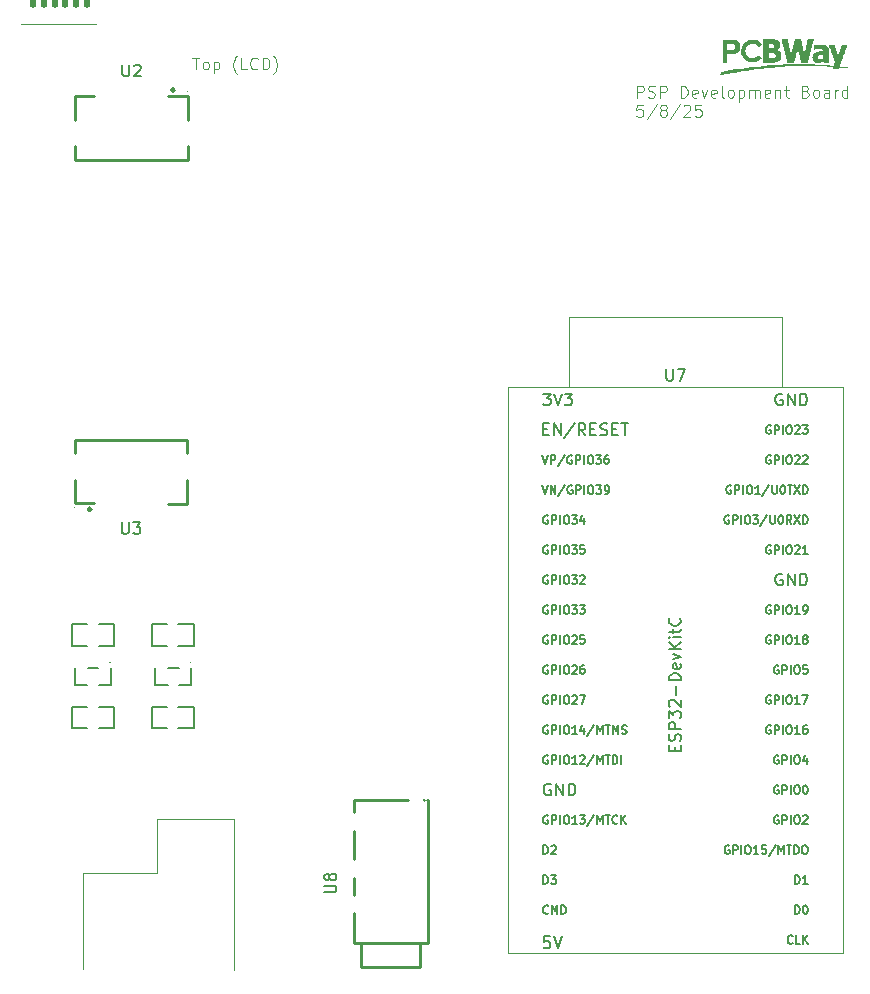
<source format=gbr>
%TF.GenerationSoftware,KiCad,Pcbnew,8.0.4*%
%TF.CreationDate,2025-09-19T21:11:49+01:00*%
%TF.ProjectId,devboard,64657662-6f61-4726-942e-6b696361645f,rev?*%
%TF.SameCoordinates,Original*%
%TF.FileFunction,Legend,Top*%
%TF.FilePolarity,Positive*%
%FSLAX46Y46*%
G04 Gerber Fmt 4.6, Leading zero omitted, Abs format (unit mm)*
G04 Created by KiCad (PCBNEW 8.0.4) date 2025-09-19 21:11:49*
%MOMM*%
%LPD*%
G01*
G04 APERTURE LIST*
G04 Aperture macros list*
%AMRoundRect*
0 Rectangle with rounded corners*
0 $1 Rounding radius*
0 $2 $3 $4 $5 $6 $7 $8 $9 X,Y pos of 4 corners*
0 Add a 4 corners polygon primitive as box body*
4,1,4,$2,$3,$4,$5,$6,$7,$8,$9,$2,$3,0*
0 Add four circle primitives for the rounded corners*
1,1,$1+$1,$2,$3*
1,1,$1+$1,$4,$5*
1,1,$1+$1,$6,$7*
1,1,$1+$1,$8,$9*
0 Add four rect primitives between the rounded corners*
20,1,$1+$1,$2,$3,$4,$5,0*
20,1,$1+$1,$4,$5,$6,$7,0*
20,1,$1+$1,$6,$7,$8,$9,0*
20,1,$1+$1,$8,$9,$2,$3,0*%
G04 Aperture macros list end*
%ADD10C,0.100000*%
%ADD11C,0.150000*%
%ADD12C,0.000000*%
%ADD13C,0.152400*%
%ADD14C,0.120000*%
%ADD15C,0.059995*%
%ADD16C,0.254000*%
%ADD17R,1.132537X1.377013*%
%ADD18R,2.000000X1.200000*%
%ADD19O,2.000000X1.200000*%
%ADD20R,1.775000X1.700000*%
%ADD21R,1.925000X2.125000*%
%ADD22R,1.900000X2.600000*%
%ADD23R,1.625000X2.025000*%
%ADD24R,0.600000X1.600000*%
%ADD25R,0.700000X1.250013*%
%ADD26RoundRect,0.117500X0.117500X1.332500X-0.117500X1.332500X-0.117500X-1.332500X0.117500X-1.332500X0*%
%ADD27R,0.300000X1.200000*%
%ADD28R,2.000000X1.800000*%
%ADD29C,1.200000*%
%ADD30O,1.200000X2.100000*%
G04 APERTURE END LIST*
D10*
X211803884Y-62012475D02*
X211803884Y-61012475D01*
X211803884Y-61012475D02*
X212184836Y-61012475D01*
X212184836Y-61012475D02*
X212280074Y-61060094D01*
X212280074Y-61060094D02*
X212327693Y-61107713D01*
X212327693Y-61107713D02*
X212375312Y-61202951D01*
X212375312Y-61202951D02*
X212375312Y-61345808D01*
X212375312Y-61345808D02*
X212327693Y-61441046D01*
X212327693Y-61441046D02*
X212280074Y-61488665D01*
X212280074Y-61488665D02*
X212184836Y-61536284D01*
X212184836Y-61536284D02*
X211803884Y-61536284D01*
X212756265Y-61964856D02*
X212899122Y-62012475D01*
X212899122Y-62012475D02*
X213137217Y-62012475D01*
X213137217Y-62012475D02*
X213232455Y-61964856D01*
X213232455Y-61964856D02*
X213280074Y-61917236D01*
X213280074Y-61917236D02*
X213327693Y-61821998D01*
X213327693Y-61821998D02*
X213327693Y-61726760D01*
X213327693Y-61726760D02*
X213280074Y-61631522D01*
X213280074Y-61631522D02*
X213232455Y-61583903D01*
X213232455Y-61583903D02*
X213137217Y-61536284D01*
X213137217Y-61536284D02*
X212946741Y-61488665D01*
X212946741Y-61488665D02*
X212851503Y-61441046D01*
X212851503Y-61441046D02*
X212803884Y-61393427D01*
X212803884Y-61393427D02*
X212756265Y-61298189D01*
X212756265Y-61298189D02*
X212756265Y-61202951D01*
X212756265Y-61202951D02*
X212803884Y-61107713D01*
X212803884Y-61107713D02*
X212851503Y-61060094D01*
X212851503Y-61060094D02*
X212946741Y-61012475D01*
X212946741Y-61012475D02*
X213184836Y-61012475D01*
X213184836Y-61012475D02*
X213327693Y-61060094D01*
X213756265Y-62012475D02*
X213756265Y-61012475D01*
X213756265Y-61012475D02*
X214137217Y-61012475D01*
X214137217Y-61012475D02*
X214232455Y-61060094D01*
X214232455Y-61060094D02*
X214280074Y-61107713D01*
X214280074Y-61107713D02*
X214327693Y-61202951D01*
X214327693Y-61202951D02*
X214327693Y-61345808D01*
X214327693Y-61345808D02*
X214280074Y-61441046D01*
X214280074Y-61441046D02*
X214232455Y-61488665D01*
X214232455Y-61488665D02*
X214137217Y-61536284D01*
X214137217Y-61536284D02*
X213756265Y-61536284D01*
X215518170Y-62012475D02*
X215518170Y-61012475D01*
X215518170Y-61012475D02*
X215756265Y-61012475D01*
X215756265Y-61012475D02*
X215899122Y-61060094D01*
X215899122Y-61060094D02*
X215994360Y-61155332D01*
X215994360Y-61155332D02*
X216041979Y-61250570D01*
X216041979Y-61250570D02*
X216089598Y-61441046D01*
X216089598Y-61441046D02*
X216089598Y-61583903D01*
X216089598Y-61583903D02*
X216041979Y-61774379D01*
X216041979Y-61774379D02*
X215994360Y-61869617D01*
X215994360Y-61869617D02*
X215899122Y-61964856D01*
X215899122Y-61964856D02*
X215756265Y-62012475D01*
X215756265Y-62012475D02*
X215518170Y-62012475D01*
X216899122Y-61964856D02*
X216803884Y-62012475D01*
X216803884Y-62012475D02*
X216613408Y-62012475D01*
X216613408Y-62012475D02*
X216518170Y-61964856D01*
X216518170Y-61964856D02*
X216470551Y-61869617D01*
X216470551Y-61869617D02*
X216470551Y-61488665D01*
X216470551Y-61488665D02*
X216518170Y-61393427D01*
X216518170Y-61393427D02*
X216613408Y-61345808D01*
X216613408Y-61345808D02*
X216803884Y-61345808D01*
X216803884Y-61345808D02*
X216899122Y-61393427D01*
X216899122Y-61393427D02*
X216946741Y-61488665D01*
X216946741Y-61488665D02*
X216946741Y-61583903D01*
X216946741Y-61583903D02*
X216470551Y-61679141D01*
X217280075Y-61345808D02*
X217518170Y-62012475D01*
X217518170Y-62012475D02*
X217756265Y-61345808D01*
X218518170Y-61964856D02*
X218422932Y-62012475D01*
X218422932Y-62012475D02*
X218232456Y-62012475D01*
X218232456Y-62012475D02*
X218137218Y-61964856D01*
X218137218Y-61964856D02*
X218089599Y-61869617D01*
X218089599Y-61869617D02*
X218089599Y-61488665D01*
X218089599Y-61488665D02*
X218137218Y-61393427D01*
X218137218Y-61393427D02*
X218232456Y-61345808D01*
X218232456Y-61345808D02*
X218422932Y-61345808D01*
X218422932Y-61345808D02*
X218518170Y-61393427D01*
X218518170Y-61393427D02*
X218565789Y-61488665D01*
X218565789Y-61488665D02*
X218565789Y-61583903D01*
X218565789Y-61583903D02*
X218089599Y-61679141D01*
X219137218Y-62012475D02*
X219041980Y-61964856D01*
X219041980Y-61964856D02*
X218994361Y-61869617D01*
X218994361Y-61869617D02*
X218994361Y-61012475D01*
X219661028Y-62012475D02*
X219565790Y-61964856D01*
X219565790Y-61964856D02*
X219518171Y-61917236D01*
X219518171Y-61917236D02*
X219470552Y-61821998D01*
X219470552Y-61821998D02*
X219470552Y-61536284D01*
X219470552Y-61536284D02*
X219518171Y-61441046D01*
X219518171Y-61441046D02*
X219565790Y-61393427D01*
X219565790Y-61393427D02*
X219661028Y-61345808D01*
X219661028Y-61345808D02*
X219803885Y-61345808D01*
X219803885Y-61345808D02*
X219899123Y-61393427D01*
X219899123Y-61393427D02*
X219946742Y-61441046D01*
X219946742Y-61441046D02*
X219994361Y-61536284D01*
X219994361Y-61536284D02*
X219994361Y-61821998D01*
X219994361Y-61821998D02*
X219946742Y-61917236D01*
X219946742Y-61917236D02*
X219899123Y-61964856D01*
X219899123Y-61964856D02*
X219803885Y-62012475D01*
X219803885Y-62012475D02*
X219661028Y-62012475D01*
X220422933Y-61345808D02*
X220422933Y-62345808D01*
X220422933Y-61393427D02*
X220518171Y-61345808D01*
X220518171Y-61345808D02*
X220708647Y-61345808D01*
X220708647Y-61345808D02*
X220803885Y-61393427D01*
X220803885Y-61393427D02*
X220851504Y-61441046D01*
X220851504Y-61441046D02*
X220899123Y-61536284D01*
X220899123Y-61536284D02*
X220899123Y-61821998D01*
X220899123Y-61821998D02*
X220851504Y-61917236D01*
X220851504Y-61917236D02*
X220803885Y-61964856D01*
X220803885Y-61964856D02*
X220708647Y-62012475D01*
X220708647Y-62012475D02*
X220518171Y-62012475D01*
X220518171Y-62012475D02*
X220422933Y-61964856D01*
X221327695Y-62012475D02*
X221327695Y-61345808D01*
X221327695Y-61441046D02*
X221375314Y-61393427D01*
X221375314Y-61393427D02*
X221470552Y-61345808D01*
X221470552Y-61345808D02*
X221613409Y-61345808D01*
X221613409Y-61345808D02*
X221708647Y-61393427D01*
X221708647Y-61393427D02*
X221756266Y-61488665D01*
X221756266Y-61488665D02*
X221756266Y-62012475D01*
X221756266Y-61488665D02*
X221803885Y-61393427D01*
X221803885Y-61393427D02*
X221899123Y-61345808D01*
X221899123Y-61345808D02*
X222041980Y-61345808D01*
X222041980Y-61345808D02*
X222137219Y-61393427D01*
X222137219Y-61393427D02*
X222184838Y-61488665D01*
X222184838Y-61488665D02*
X222184838Y-62012475D01*
X223041980Y-61964856D02*
X222946742Y-62012475D01*
X222946742Y-62012475D02*
X222756266Y-62012475D01*
X222756266Y-62012475D02*
X222661028Y-61964856D01*
X222661028Y-61964856D02*
X222613409Y-61869617D01*
X222613409Y-61869617D02*
X222613409Y-61488665D01*
X222613409Y-61488665D02*
X222661028Y-61393427D01*
X222661028Y-61393427D02*
X222756266Y-61345808D01*
X222756266Y-61345808D02*
X222946742Y-61345808D01*
X222946742Y-61345808D02*
X223041980Y-61393427D01*
X223041980Y-61393427D02*
X223089599Y-61488665D01*
X223089599Y-61488665D02*
X223089599Y-61583903D01*
X223089599Y-61583903D02*
X222613409Y-61679141D01*
X223518171Y-61345808D02*
X223518171Y-62012475D01*
X223518171Y-61441046D02*
X223565790Y-61393427D01*
X223565790Y-61393427D02*
X223661028Y-61345808D01*
X223661028Y-61345808D02*
X223803885Y-61345808D01*
X223803885Y-61345808D02*
X223899123Y-61393427D01*
X223899123Y-61393427D02*
X223946742Y-61488665D01*
X223946742Y-61488665D02*
X223946742Y-62012475D01*
X224280076Y-61345808D02*
X224661028Y-61345808D01*
X224422933Y-61012475D02*
X224422933Y-61869617D01*
X224422933Y-61869617D02*
X224470552Y-61964856D01*
X224470552Y-61964856D02*
X224565790Y-62012475D01*
X224565790Y-62012475D02*
X224661028Y-62012475D01*
X226089600Y-61488665D02*
X226232457Y-61536284D01*
X226232457Y-61536284D02*
X226280076Y-61583903D01*
X226280076Y-61583903D02*
X226327695Y-61679141D01*
X226327695Y-61679141D02*
X226327695Y-61821998D01*
X226327695Y-61821998D02*
X226280076Y-61917236D01*
X226280076Y-61917236D02*
X226232457Y-61964856D01*
X226232457Y-61964856D02*
X226137219Y-62012475D01*
X226137219Y-62012475D02*
X225756267Y-62012475D01*
X225756267Y-62012475D02*
X225756267Y-61012475D01*
X225756267Y-61012475D02*
X226089600Y-61012475D01*
X226089600Y-61012475D02*
X226184838Y-61060094D01*
X226184838Y-61060094D02*
X226232457Y-61107713D01*
X226232457Y-61107713D02*
X226280076Y-61202951D01*
X226280076Y-61202951D02*
X226280076Y-61298189D01*
X226280076Y-61298189D02*
X226232457Y-61393427D01*
X226232457Y-61393427D02*
X226184838Y-61441046D01*
X226184838Y-61441046D02*
X226089600Y-61488665D01*
X226089600Y-61488665D02*
X225756267Y-61488665D01*
X226899124Y-62012475D02*
X226803886Y-61964856D01*
X226803886Y-61964856D02*
X226756267Y-61917236D01*
X226756267Y-61917236D02*
X226708648Y-61821998D01*
X226708648Y-61821998D02*
X226708648Y-61536284D01*
X226708648Y-61536284D02*
X226756267Y-61441046D01*
X226756267Y-61441046D02*
X226803886Y-61393427D01*
X226803886Y-61393427D02*
X226899124Y-61345808D01*
X226899124Y-61345808D02*
X227041981Y-61345808D01*
X227041981Y-61345808D02*
X227137219Y-61393427D01*
X227137219Y-61393427D02*
X227184838Y-61441046D01*
X227184838Y-61441046D02*
X227232457Y-61536284D01*
X227232457Y-61536284D02*
X227232457Y-61821998D01*
X227232457Y-61821998D02*
X227184838Y-61917236D01*
X227184838Y-61917236D02*
X227137219Y-61964856D01*
X227137219Y-61964856D02*
X227041981Y-62012475D01*
X227041981Y-62012475D02*
X226899124Y-62012475D01*
X228089600Y-62012475D02*
X228089600Y-61488665D01*
X228089600Y-61488665D02*
X228041981Y-61393427D01*
X228041981Y-61393427D02*
X227946743Y-61345808D01*
X227946743Y-61345808D02*
X227756267Y-61345808D01*
X227756267Y-61345808D02*
X227661029Y-61393427D01*
X228089600Y-61964856D02*
X227994362Y-62012475D01*
X227994362Y-62012475D02*
X227756267Y-62012475D01*
X227756267Y-62012475D02*
X227661029Y-61964856D01*
X227661029Y-61964856D02*
X227613410Y-61869617D01*
X227613410Y-61869617D02*
X227613410Y-61774379D01*
X227613410Y-61774379D02*
X227661029Y-61679141D01*
X227661029Y-61679141D02*
X227756267Y-61631522D01*
X227756267Y-61631522D02*
X227994362Y-61631522D01*
X227994362Y-61631522D02*
X228089600Y-61583903D01*
X228565791Y-62012475D02*
X228565791Y-61345808D01*
X228565791Y-61536284D02*
X228613410Y-61441046D01*
X228613410Y-61441046D02*
X228661029Y-61393427D01*
X228661029Y-61393427D02*
X228756267Y-61345808D01*
X228756267Y-61345808D02*
X228851505Y-61345808D01*
X229613410Y-62012475D02*
X229613410Y-61012475D01*
X229613410Y-61964856D02*
X229518172Y-62012475D01*
X229518172Y-62012475D02*
X229327696Y-62012475D01*
X229327696Y-62012475D02*
X229232458Y-61964856D01*
X229232458Y-61964856D02*
X229184839Y-61917236D01*
X229184839Y-61917236D02*
X229137220Y-61821998D01*
X229137220Y-61821998D02*
X229137220Y-61536284D01*
X229137220Y-61536284D02*
X229184839Y-61441046D01*
X229184839Y-61441046D02*
X229232458Y-61393427D01*
X229232458Y-61393427D02*
X229327696Y-61345808D01*
X229327696Y-61345808D02*
X229518172Y-61345808D01*
X229518172Y-61345808D02*
X229613410Y-61393427D01*
X212280074Y-62622419D02*
X211803884Y-62622419D01*
X211803884Y-62622419D02*
X211756265Y-63098609D01*
X211756265Y-63098609D02*
X211803884Y-63050990D01*
X211803884Y-63050990D02*
X211899122Y-63003371D01*
X211899122Y-63003371D02*
X212137217Y-63003371D01*
X212137217Y-63003371D02*
X212232455Y-63050990D01*
X212232455Y-63050990D02*
X212280074Y-63098609D01*
X212280074Y-63098609D02*
X212327693Y-63193847D01*
X212327693Y-63193847D02*
X212327693Y-63431942D01*
X212327693Y-63431942D02*
X212280074Y-63527180D01*
X212280074Y-63527180D02*
X212232455Y-63574800D01*
X212232455Y-63574800D02*
X212137217Y-63622419D01*
X212137217Y-63622419D02*
X211899122Y-63622419D01*
X211899122Y-63622419D02*
X211803884Y-63574800D01*
X211803884Y-63574800D02*
X211756265Y-63527180D01*
X213470550Y-62574800D02*
X212613408Y-63860514D01*
X213946741Y-63050990D02*
X213851503Y-63003371D01*
X213851503Y-63003371D02*
X213803884Y-62955752D01*
X213803884Y-62955752D02*
X213756265Y-62860514D01*
X213756265Y-62860514D02*
X213756265Y-62812895D01*
X213756265Y-62812895D02*
X213803884Y-62717657D01*
X213803884Y-62717657D02*
X213851503Y-62670038D01*
X213851503Y-62670038D02*
X213946741Y-62622419D01*
X213946741Y-62622419D02*
X214137217Y-62622419D01*
X214137217Y-62622419D02*
X214232455Y-62670038D01*
X214232455Y-62670038D02*
X214280074Y-62717657D01*
X214280074Y-62717657D02*
X214327693Y-62812895D01*
X214327693Y-62812895D02*
X214327693Y-62860514D01*
X214327693Y-62860514D02*
X214280074Y-62955752D01*
X214280074Y-62955752D02*
X214232455Y-63003371D01*
X214232455Y-63003371D02*
X214137217Y-63050990D01*
X214137217Y-63050990D02*
X213946741Y-63050990D01*
X213946741Y-63050990D02*
X213851503Y-63098609D01*
X213851503Y-63098609D02*
X213803884Y-63146228D01*
X213803884Y-63146228D02*
X213756265Y-63241466D01*
X213756265Y-63241466D02*
X213756265Y-63431942D01*
X213756265Y-63431942D02*
X213803884Y-63527180D01*
X213803884Y-63527180D02*
X213851503Y-63574800D01*
X213851503Y-63574800D02*
X213946741Y-63622419D01*
X213946741Y-63622419D02*
X214137217Y-63622419D01*
X214137217Y-63622419D02*
X214232455Y-63574800D01*
X214232455Y-63574800D02*
X214280074Y-63527180D01*
X214280074Y-63527180D02*
X214327693Y-63431942D01*
X214327693Y-63431942D02*
X214327693Y-63241466D01*
X214327693Y-63241466D02*
X214280074Y-63146228D01*
X214280074Y-63146228D02*
X214232455Y-63098609D01*
X214232455Y-63098609D02*
X214137217Y-63050990D01*
X215470550Y-62574800D02*
X214613408Y-63860514D01*
X215756265Y-62717657D02*
X215803884Y-62670038D01*
X215803884Y-62670038D02*
X215899122Y-62622419D01*
X215899122Y-62622419D02*
X216137217Y-62622419D01*
X216137217Y-62622419D02*
X216232455Y-62670038D01*
X216232455Y-62670038D02*
X216280074Y-62717657D01*
X216280074Y-62717657D02*
X216327693Y-62812895D01*
X216327693Y-62812895D02*
X216327693Y-62908133D01*
X216327693Y-62908133D02*
X216280074Y-63050990D01*
X216280074Y-63050990D02*
X215708646Y-63622419D01*
X215708646Y-63622419D02*
X216327693Y-63622419D01*
X217232455Y-62622419D02*
X216756265Y-62622419D01*
X216756265Y-62622419D02*
X216708646Y-63098609D01*
X216708646Y-63098609D02*
X216756265Y-63050990D01*
X216756265Y-63050990D02*
X216851503Y-63003371D01*
X216851503Y-63003371D02*
X217089598Y-63003371D01*
X217089598Y-63003371D02*
X217184836Y-63050990D01*
X217184836Y-63050990D02*
X217232455Y-63098609D01*
X217232455Y-63098609D02*
X217280074Y-63193847D01*
X217280074Y-63193847D02*
X217280074Y-63431942D01*
X217280074Y-63431942D02*
X217232455Y-63527180D01*
X217232455Y-63527180D02*
X217184836Y-63574800D01*
X217184836Y-63574800D02*
X217089598Y-63622419D01*
X217089598Y-63622419D02*
X216851503Y-63622419D01*
X216851503Y-63622419D02*
X216756265Y-63574800D01*
X216756265Y-63574800D02*
X216708646Y-63527180D01*
X174161027Y-58622419D02*
X174732455Y-58622419D01*
X174446741Y-59622419D02*
X174446741Y-58622419D01*
X175208646Y-59622419D02*
X175113408Y-59574800D01*
X175113408Y-59574800D02*
X175065789Y-59527180D01*
X175065789Y-59527180D02*
X175018170Y-59431942D01*
X175018170Y-59431942D02*
X175018170Y-59146228D01*
X175018170Y-59146228D02*
X175065789Y-59050990D01*
X175065789Y-59050990D02*
X175113408Y-59003371D01*
X175113408Y-59003371D02*
X175208646Y-58955752D01*
X175208646Y-58955752D02*
X175351503Y-58955752D01*
X175351503Y-58955752D02*
X175446741Y-59003371D01*
X175446741Y-59003371D02*
X175494360Y-59050990D01*
X175494360Y-59050990D02*
X175541979Y-59146228D01*
X175541979Y-59146228D02*
X175541979Y-59431942D01*
X175541979Y-59431942D02*
X175494360Y-59527180D01*
X175494360Y-59527180D02*
X175446741Y-59574800D01*
X175446741Y-59574800D02*
X175351503Y-59622419D01*
X175351503Y-59622419D02*
X175208646Y-59622419D01*
X175970551Y-58955752D02*
X175970551Y-59955752D01*
X175970551Y-59003371D02*
X176065789Y-58955752D01*
X176065789Y-58955752D02*
X176256265Y-58955752D01*
X176256265Y-58955752D02*
X176351503Y-59003371D01*
X176351503Y-59003371D02*
X176399122Y-59050990D01*
X176399122Y-59050990D02*
X176446741Y-59146228D01*
X176446741Y-59146228D02*
X176446741Y-59431942D01*
X176446741Y-59431942D02*
X176399122Y-59527180D01*
X176399122Y-59527180D02*
X176351503Y-59574800D01*
X176351503Y-59574800D02*
X176256265Y-59622419D01*
X176256265Y-59622419D02*
X176065789Y-59622419D01*
X176065789Y-59622419D02*
X175970551Y-59574800D01*
X177922932Y-60003371D02*
X177875313Y-59955752D01*
X177875313Y-59955752D02*
X177780075Y-59812895D01*
X177780075Y-59812895D02*
X177732456Y-59717657D01*
X177732456Y-59717657D02*
X177684837Y-59574800D01*
X177684837Y-59574800D02*
X177637218Y-59336704D01*
X177637218Y-59336704D02*
X177637218Y-59146228D01*
X177637218Y-59146228D02*
X177684837Y-58908133D01*
X177684837Y-58908133D02*
X177732456Y-58765276D01*
X177732456Y-58765276D02*
X177780075Y-58670038D01*
X177780075Y-58670038D02*
X177875313Y-58527180D01*
X177875313Y-58527180D02*
X177922932Y-58479561D01*
X178780075Y-59622419D02*
X178303885Y-59622419D01*
X178303885Y-59622419D02*
X178303885Y-58622419D01*
X179684837Y-59527180D02*
X179637218Y-59574800D01*
X179637218Y-59574800D02*
X179494361Y-59622419D01*
X179494361Y-59622419D02*
X179399123Y-59622419D01*
X179399123Y-59622419D02*
X179256266Y-59574800D01*
X179256266Y-59574800D02*
X179161028Y-59479561D01*
X179161028Y-59479561D02*
X179113409Y-59384323D01*
X179113409Y-59384323D02*
X179065790Y-59193847D01*
X179065790Y-59193847D02*
X179065790Y-59050990D01*
X179065790Y-59050990D02*
X179113409Y-58860514D01*
X179113409Y-58860514D02*
X179161028Y-58765276D01*
X179161028Y-58765276D02*
X179256266Y-58670038D01*
X179256266Y-58670038D02*
X179399123Y-58622419D01*
X179399123Y-58622419D02*
X179494361Y-58622419D01*
X179494361Y-58622419D02*
X179637218Y-58670038D01*
X179637218Y-58670038D02*
X179684837Y-58717657D01*
X180113409Y-59622419D02*
X180113409Y-58622419D01*
X180113409Y-58622419D02*
X180351504Y-58622419D01*
X180351504Y-58622419D02*
X180494361Y-58670038D01*
X180494361Y-58670038D02*
X180589599Y-58765276D01*
X180589599Y-58765276D02*
X180637218Y-58860514D01*
X180637218Y-58860514D02*
X180684837Y-59050990D01*
X180684837Y-59050990D02*
X180684837Y-59193847D01*
X180684837Y-59193847D02*
X180637218Y-59384323D01*
X180637218Y-59384323D02*
X180589599Y-59479561D01*
X180589599Y-59479561D02*
X180494361Y-59574800D01*
X180494361Y-59574800D02*
X180351504Y-59622419D01*
X180351504Y-59622419D02*
X180113409Y-59622419D01*
X181018171Y-60003371D02*
X181065790Y-59955752D01*
X181065790Y-59955752D02*
X181161028Y-59812895D01*
X181161028Y-59812895D02*
X181208647Y-59717657D01*
X181208647Y-59717657D02*
X181256266Y-59574800D01*
X181256266Y-59574800D02*
X181303885Y-59336704D01*
X181303885Y-59336704D02*
X181303885Y-59146228D01*
X181303885Y-59146228D02*
X181256266Y-58908133D01*
X181256266Y-58908133D02*
X181208647Y-58765276D01*
X181208647Y-58765276D02*
X181161028Y-58670038D01*
X181161028Y-58670038D02*
X181065790Y-58527180D01*
X181065790Y-58527180D02*
X181018171Y-58479561D01*
D11*
X214288095Y-84964819D02*
X214288095Y-85774342D01*
X214288095Y-85774342D02*
X214335714Y-85869580D01*
X214335714Y-85869580D02*
X214383333Y-85917200D01*
X214383333Y-85917200D02*
X214478571Y-85964819D01*
X214478571Y-85964819D02*
X214669047Y-85964819D01*
X214669047Y-85964819D02*
X214764285Y-85917200D01*
X214764285Y-85917200D02*
X214811904Y-85869580D01*
X214811904Y-85869580D02*
X214859523Y-85774342D01*
X214859523Y-85774342D02*
X214859523Y-84964819D01*
X215240476Y-84964819D02*
X215907142Y-84964819D01*
X215907142Y-84964819D02*
X215478571Y-85964819D01*
X214981009Y-117335237D02*
X214981009Y-117001904D01*
X215504819Y-116859047D02*
X215504819Y-117335237D01*
X215504819Y-117335237D02*
X214504819Y-117335237D01*
X214504819Y-117335237D02*
X214504819Y-116859047D01*
X215457200Y-116478094D02*
X215504819Y-116335237D01*
X215504819Y-116335237D02*
X215504819Y-116097142D01*
X215504819Y-116097142D02*
X215457200Y-116001904D01*
X215457200Y-116001904D02*
X215409580Y-115954285D01*
X215409580Y-115954285D02*
X215314342Y-115906666D01*
X215314342Y-115906666D02*
X215219104Y-115906666D01*
X215219104Y-115906666D02*
X215123866Y-115954285D01*
X215123866Y-115954285D02*
X215076247Y-116001904D01*
X215076247Y-116001904D02*
X215028628Y-116097142D01*
X215028628Y-116097142D02*
X214981009Y-116287618D01*
X214981009Y-116287618D02*
X214933390Y-116382856D01*
X214933390Y-116382856D02*
X214885771Y-116430475D01*
X214885771Y-116430475D02*
X214790533Y-116478094D01*
X214790533Y-116478094D02*
X214695295Y-116478094D01*
X214695295Y-116478094D02*
X214600057Y-116430475D01*
X214600057Y-116430475D02*
X214552438Y-116382856D01*
X214552438Y-116382856D02*
X214504819Y-116287618D01*
X214504819Y-116287618D02*
X214504819Y-116049523D01*
X214504819Y-116049523D02*
X214552438Y-115906666D01*
X215504819Y-115478094D02*
X214504819Y-115478094D01*
X214504819Y-115478094D02*
X214504819Y-115097142D01*
X214504819Y-115097142D02*
X214552438Y-115001904D01*
X214552438Y-115001904D02*
X214600057Y-114954285D01*
X214600057Y-114954285D02*
X214695295Y-114906666D01*
X214695295Y-114906666D02*
X214838152Y-114906666D01*
X214838152Y-114906666D02*
X214933390Y-114954285D01*
X214933390Y-114954285D02*
X214981009Y-115001904D01*
X214981009Y-115001904D02*
X215028628Y-115097142D01*
X215028628Y-115097142D02*
X215028628Y-115478094D01*
X214504819Y-114573332D02*
X214504819Y-113954285D01*
X214504819Y-113954285D02*
X214885771Y-114287618D01*
X214885771Y-114287618D02*
X214885771Y-114144761D01*
X214885771Y-114144761D02*
X214933390Y-114049523D01*
X214933390Y-114049523D02*
X214981009Y-114001904D01*
X214981009Y-114001904D02*
X215076247Y-113954285D01*
X215076247Y-113954285D02*
X215314342Y-113954285D01*
X215314342Y-113954285D02*
X215409580Y-114001904D01*
X215409580Y-114001904D02*
X215457200Y-114049523D01*
X215457200Y-114049523D02*
X215504819Y-114144761D01*
X215504819Y-114144761D02*
X215504819Y-114430475D01*
X215504819Y-114430475D02*
X215457200Y-114525713D01*
X215457200Y-114525713D02*
X215409580Y-114573332D01*
X214600057Y-113573332D02*
X214552438Y-113525713D01*
X214552438Y-113525713D02*
X214504819Y-113430475D01*
X214504819Y-113430475D02*
X214504819Y-113192380D01*
X214504819Y-113192380D02*
X214552438Y-113097142D01*
X214552438Y-113097142D02*
X214600057Y-113049523D01*
X214600057Y-113049523D02*
X214695295Y-113001904D01*
X214695295Y-113001904D02*
X214790533Y-113001904D01*
X214790533Y-113001904D02*
X214933390Y-113049523D01*
X214933390Y-113049523D02*
X215504819Y-113620951D01*
X215504819Y-113620951D02*
X215504819Y-113001904D01*
X215123866Y-112573332D02*
X215123866Y-111811428D01*
X215504819Y-111335237D02*
X214504819Y-111335237D01*
X214504819Y-111335237D02*
X214504819Y-111097142D01*
X214504819Y-111097142D02*
X214552438Y-110954285D01*
X214552438Y-110954285D02*
X214647676Y-110859047D01*
X214647676Y-110859047D02*
X214742914Y-110811428D01*
X214742914Y-110811428D02*
X214933390Y-110763809D01*
X214933390Y-110763809D02*
X215076247Y-110763809D01*
X215076247Y-110763809D02*
X215266723Y-110811428D01*
X215266723Y-110811428D02*
X215361961Y-110859047D01*
X215361961Y-110859047D02*
X215457200Y-110954285D01*
X215457200Y-110954285D02*
X215504819Y-111097142D01*
X215504819Y-111097142D02*
X215504819Y-111335237D01*
X215457200Y-109954285D02*
X215504819Y-110049523D01*
X215504819Y-110049523D02*
X215504819Y-110239999D01*
X215504819Y-110239999D02*
X215457200Y-110335237D01*
X215457200Y-110335237D02*
X215361961Y-110382856D01*
X215361961Y-110382856D02*
X214981009Y-110382856D01*
X214981009Y-110382856D02*
X214885771Y-110335237D01*
X214885771Y-110335237D02*
X214838152Y-110239999D01*
X214838152Y-110239999D02*
X214838152Y-110049523D01*
X214838152Y-110049523D02*
X214885771Y-109954285D01*
X214885771Y-109954285D02*
X214981009Y-109906666D01*
X214981009Y-109906666D02*
X215076247Y-109906666D01*
X215076247Y-109906666D02*
X215171485Y-110382856D01*
X214838152Y-109573332D02*
X215504819Y-109335237D01*
X215504819Y-109335237D02*
X214838152Y-109097142D01*
X215504819Y-108716189D02*
X214504819Y-108716189D01*
X215504819Y-108144761D02*
X214933390Y-108573332D01*
X214504819Y-108144761D02*
X215076247Y-108716189D01*
X215504819Y-107716189D02*
X214838152Y-107716189D01*
X214504819Y-107716189D02*
X214552438Y-107763808D01*
X214552438Y-107763808D02*
X214600057Y-107716189D01*
X214600057Y-107716189D02*
X214552438Y-107668570D01*
X214552438Y-107668570D02*
X214504819Y-107716189D01*
X214504819Y-107716189D02*
X214600057Y-107716189D01*
X214838152Y-107382856D02*
X214838152Y-107001904D01*
X214504819Y-107239999D02*
X215361961Y-107239999D01*
X215361961Y-107239999D02*
X215457200Y-107192380D01*
X215457200Y-107192380D02*
X215504819Y-107097142D01*
X215504819Y-107097142D02*
X215504819Y-107001904D01*
X215409580Y-106097142D02*
X215457200Y-106144761D01*
X215457200Y-106144761D02*
X215504819Y-106287618D01*
X215504819Y-106287618D02*
X215504819Y-106382856D01*
X215504819Y-106382856D02*
X215457200Y-106525713D01*
X215457200Y-106525713D02*
X215361961Y-106620951D01*
X215361961Y-106620951D02*
X215266723Y-106668570D01*
X215266723Y-106668570D02*
X215076247Y-106716189D01*
X215076247Y-106716189D02*
X214933390Y-106716189D01*
X214933390Y-106716189D02*
X214742914Y-106668570D01*
X214742914Y-106668570D02*
X214647676Y-106620951D01*
X214647676Y-106620951D02*
X214552438Y-106525713D01*
X214552438Y-106525713D02*
X214504819Y-106382856D01*
X214504819Y-106382856D02*
X214504819Y-106287618D01*
X214504819Y-106287618D02*
X214552438Y-106144761D01*
X214552438Y-106144761D02*
X214600057Y-106097142D01*
X223114649Y-107579366D02*
X223047982Y-107546033D01*
X223047982Y-107546033D02*
X222947982Y-107546033D01*
X222947982Y-107546033D02*
X222847982Y-107579366D01*
X222847982Y-107579366D02*
X222781316Y-107646033D01*
X222781316Y-107646033D02*
X222747982Y-107712700D01*
X222747982Y-107712700D02*
X222714649Y-107846033D01*
X222714649Y-107846033D02*
X222714649Y-107946033D01*
X222714649Y-107946033D02*
X222747982Y-108079366D01*
X222747982Y-108079366D02*
X222781316Y-108146033D01*
X222781316Y-108146033D02*
X222847982Y-108212700D01*
X222847982Y-108212700D02*
X222947982Y-108246033D01*
X222947982Y-108246033D02*
X223014649Y-108246033D01*
X223014649Y-108246033D02*
X223114649Y-108212700D01*
X223114649Y-108212700D02*
X223147982Y-108179366D01*
X223147982Y-108179366D02*
X223147982Y-107946033D01*
X223147982Y-107946033D02*
X223014649Y-107946033D01*
X223447982Y-108246033D02*
X223447982Y-107546033D01*
X223447982Y-107546033D02*
X223714649Y-107546033D01*
X223714649Y-107546033D02*
X223781316Y-107579366D01*
X223781316Y-107579366D02*
X223814649Y-107612700D01*
X223814649Y-107612700D02*
X223847982Y-107679366D01*
X223847982Y-107679366D02*
X223847982Y-107779366D01*
X223847982Y-107779366D02*
X223814649Y-107846033D01*
X223814649Y-107846033D02*
X223781316Y-107879366D01*
X223781316Y-107879366D02*
X223714649Y-107912700D01*
X223714649Y-107912700D02*
X223447982Y-107912700D01*
X224147982Y-108246033D02*
X224147982Y-107546033D01*
X224614649Y-107546033D02*
X224747982Y-107546033D01*
X224747982Y-107546033D02*
X224814649Y-107579366D01*
X224814649Y-107579366D02*
X224881315Y-107646033D01*
X224881315Y-107646033D02*
X224914649Y-107779366D01*
X224914649Y-107779366D02*
X224914649Y-108012700D01*
X224914649Y-108012700D02*
X224881315Y-108146033D01*
X224881315Y-108146033D02*
X224814649Y-108212700D01*
X224814649Y-108212700D02*
X224747982Y-108246033D01*
X224747982Y-108246033D02*
X224614649Y-108246033D01*
X224614649Y-108246033D02*
X224547982Y-108212700D01*
X224547982Y-108212700D02*
X224481315Y-108146033D01*
X224481315Y-108146033D02*
X224447982Y-108012700D01*
X224447982Y-108012700D02*
X224447982Y-107779366D01*
X224447982Y-107779366D02*
X224481315Y-107646033D01*
X224481315Y-107646033D02*
X224547982Y-107579366D01*
X224547982Y-107579366D02*
X224614649Y-107546033D01*
X225581315Y-108246033D02*
X225181315Y-108246033D01*
X225381315Y-108246033D02*
X225381315Y-107546033D01*
X225381315Y-107546033D02*
X225314648Y-107646033D01*
X225314648Y-107646033D02*
X225247982Y-107712700D01*
X225247982Y-107712700D02*
X225181315Y-107746033D01*
X225981315Y-107846033D02*
X225914649Y-107812700D01*
X225914649Y-107812700D02*
X225881315Y-107779366D01*
X225881315Y-107779366D02*
X225847982Y-107712700D01*
X225847982Y-107712700D02*
X225847982Y-107679366D01*
X225847982Y-107679366D02*
X225881315Y-107612700D01*
X225881315Y-107612700D02*
X225914649Y-107579366D01*
X225914649Y-107579366D02*
X225981315Y-107546033D01*
X225981315Y-107546033D02*
X226114649Y-107546033D01*
X226114649Y-107546033D02*
X226181315Y-107579366D01*
X226181315Y-107579366D02*
X226214649Y-107612700D01*
X226214649Y-107612700D02*
X226247982Y-107679366D01*
X226247982Y-107679366D02*
X226247982Y-107712700D01*
X226247982Y-107712700D02*
X226214649Y-107779366D01*
X226214649Y-107779366D02*
X226181315Y-107812700D01*
X226181315Y-107812700D02*
X226114649Y-107846033D01*
X226114649Y-107846033D02*
X225981315Y-107846033D01*
X225981315Y-107846033D02*
X225914649Y-107879366D01*
X225914649Y-107879366D02*
X225881315Y-107912700D01*
X225881315Y-107912700D02*
X225847982Y-107979366D01*
X225847982Y-107979366D02*
X225847982Y-108112700D01*
X225847982Y-108112700D02*
X225881315Y-108179366D01*
X225881315Y-108179366D02*
X225914649Y-108212700D01*
X225914649Y-108212700D02*
X225981315Y-108246033D01*
X225981315Y-108246033D02*
X226114649Y-108246033D01*
X226114649Y-108246033D02*
X226181315Y-108212700D01*
X226181315Y-108212700D02*
X226214649Y-108179366D01*
X226214649Y-108179366D02*
X226247982Y-108112700D01*
X226247982Y-108112700D02*
X226247982Y-107979366D01*
X226247982Y-107979366D02*
X226214649Y-107912700D01*
X226214649Y-107912700D02*
X226181315Y-107879366D01*
X226181315Y-107879366D02*
X226114649Y-107846033D01*
X223114649Y-89799366D02*
X223047982Y-89766033D01*
X223047982Y-89766033D02*
X222947982Y-89766033D01*
X222947982Y-89766033D02*
X222847982Y-89799366D01*
X222847982Y-89799366D02*
X222781316Y-89866033D01*
X222781316Y-89866033D02*
X222747982Y-89932700D01*
X222747982Y-89932700D02*
X222714649Y-90066033D01*
X222714649Y-90066033D02*
X222714649Y-90166033D01*
X222714649Y-90166033D02*
X222747982Y-90299366D01*
X222747982Y-90299366D02*
X222781316Y-90366033D01*
X222781316Y-90366033D02*
X222847982Y-90432700D01*
X222847982Y-90432700D02*
X222947982Y-90466033D01*
X222947982Y-90466033D02*
X223014649Y-90466033D01*
X223014649Y-90466033D02*
X223114649Y-90432700D01*
X223114649Y-90432700D02*
X223147982Y-90399366D01*
X223147982Y-90399366D02*
X223147982Y-90166033D01*
X223147982Y-90166033D02*
X223014649Y-90166033D01*
X223447982Y-90466033D02*
X223447982Y-89766033D01*
X223447982Y-89766033D02*
X223714649Y-89766033D01*
X223714649Y-89766033D02*
X223781316Y-89799366D01*
X223781316Y-89799366D02*
X223814649Y-89832700D01*
X223814649Y-89832700D02*
X223847982Y-89899366D01*
X223847982Y-89899366D02*
X223847982Y-89999366D01*
X223847982Y-89999366D02*
X223814649Y-90066033D01*
X223814649Y-90066033D02*
X223781316Y-90099366D01*
X223781316Y-90099366D02*
X223714649Y-90132700D01*
X223714649Y-90132700D02*
X223447982Y-90132700D01*
X224147982Y-90466033D02*
X224147982Y-89766033D01*
X224614649Y-89766033D02*
X224747982Y-89766033D01*
X224747982Y-89766033D02*
X224814649Y-89799366D01*
X224814649Y-89799366D02*
X224881315Y-89866033D01*
X224881315Y-89866033D02*
X224914649Y-89999366D01*
X224914649Y-89999366D02*
X224914649Y-90232700D01*
X224914649Y-90232700D02*
X224881315Y-90366033D01*
X224881315Y-90366033D02*
X224814649Y-90432700D01*
X224814649Y-90432700D02*
X224747982Y-90466033D01*
X224747982Y-90466033D02*
X224614649Y-90466033D01*
X224614649Y-90466033D02*
X224547982Y-90432700D01*
X224547982Y-90432700D02*
X224481315Y-90366033D01*
X224481315Y-90366033D02*
X224447982Y-90232700D01*
X224447982Y-90232700D02*
X224447982Y-89999366D01*
X224447982Y-89999366D02*
X224481315Y-89866033D01*
X224481315Y-89866033D02*
X224547982Y-89799366D01*
X224547982Y-89799366D02*
X224614649Y-89766033D01*
X225181315Y-89832700D02*
X225214648Y-89799366D01*
X225214648Y-89799366D02*
X225281315Y-89766033D01*
X225281315Y-89766033D02*
X225447982Y-89766033D01*
X225447982Y-89766033D02*
X225514648Y-89799366D01*
X225514648Y-89799366D02*
X225547982Y-89832700D01*
X225547982Y-89832700D02*
X225581315Y-89899366D01*
X225581315Y-89899366D02*
X225581315Y-89966033D01*
X225581315Y-89966033D02*
X225547982Y-90066033D01*
X225547982Y-90066033D02*
X225147982Y-90466033D01*
X225147982Y-90466033D02*
X225581315Y-90466033D01*
X225814649Y-89766033D02*
X226247982Y-89766033D01*
X226247982Y-89766033D02*
X226014649Y-90032700D01*
X226014649Y-90032700D02*
X226114649Y-90032700D01*
X226114649Y-90032700D02*
X226181315Y-90066033D01*
X226181315Y-90066033D02*
X226214649Y-90099366D01*
X226214649Y-90099366D02*
X226247982Y-90166033D01*
X226247982Y-90166033D02*
X226247982Y-90332700D01*
X226247982Y-90332700D02*
X226214649Y-90399366D01*
X226214649Y-90399366D02*
X226181315Y-90432700D01*
X226181315Y-90432700D02*
X226114649Y-90466033D01*
X226114649Y-90466033D02*
X225914649Y-90466033D01*
X225914649Y-90466033D02*
X225847982Y-90432700D01*
X225847982Y-90432700D02*
X225814649Y-90399366D01*
X203885350Y-126026033D02*
X203885350Y-125326033D01*
X203885350Y-125326033D02*
X204052017Y-125326033D01*
X204052017Y-125326033D02*
X204152017Y-125359366D01*
X204152017Y-125359366D02*
X204218684Y-125426033D01*
X204218684Y-125426033D02*
X204252017Y-125492700D01*
X204252017Y-125492700D02*
X204285350Y-125626033D01*
X204285350Y-125626033D02*
X204285350Y-125726033D01*
X204285350Y-125726033D02*
X204252017Y-125859366D01*
X204252017Y-125859366D02*
X204218684Y-125926033D01*
X204218684Y-125926033D02*
X204152017Y-125992700D01*
X204152017Y-125992700D02*
X204052017Y-126026033D01*
X204052017Y-126026033D02*
X203885350Y-126026033D01*
X204552017Y-125392700D02*
X204585350Y-125359366D01*
X204585350Y-125359366D02*
X204652017Y-125326033D01*
X204652017Y-125326033D02*
X204818684Y-125326033D01*
X204818684Y-125326033D02*
X204885350Y-125359366D01*
X204885350Y-125359366D02*
X204918684Y-125392700D01*
X204918684Y-125392700D02*
X204952017Y-125459366D01*
X204952017Y-125459366D02*
X204952017Y-125526033D01*
X204952017Y-125526033D02*
X204918684Y-125626033D01*
X204918684Y-125626033D02*
X204518684Y-126026033D01*
X204518684Y-126026033D02*
X204952017Y-126026033D01*
X204252017Y-117739366D02*
X204185350Y-117706033D01*
X204185350Y-117706033D02*
X204085350Y-117706033D01*
X204085350Y-117706033D02*
X203985350Y-117739366D01*
X203985350Y-117739366D02*
X203918684Y-117806033D01*
X203918684Y-117806033D02*
X203885350Y-117872700D01*
X203885350Y-117872700D02*
X203852017Y-118006033D01*
X203852017Y-118006033D02*
X203852017Y-118106033D01*
X203852017Y-118106033D02*
X203885350Y-118239366D01*
X203885350Y-118239366D02*
X203918684Y-118306033D01*
X203918684Y-118306033D02*
X203985350Y-118372700D01*
X203985350Y-118372700D02*
X204085350Y-118406033D01*
X204085350Y-118406033D02*
X204152017Y-118406033D01*
X204152017Y-118406033D02*
X204252017Y-118372700D01*
X204252017Y-118372700D02*
X204285350Y-118339366D01*
X204285350Y-118339366D02*
X204285350Y-118106033D01*
X204285350Y-118106033D02*
X204152017Y-118106033D01*
X204585350Y-118406033D02*
X204585350Y-117706033D01*
X204585350Y-117706033D02*
X204852017Y-117706033D01*
X204852017Y-117706033D02*
X204918684Y-117739366D01*
X204918684Y-117739366D02*
X204952017Y-117772700D01*
X204952017Y-117772700D02*
X204985350Y-117839366D01*
X204985350Y-117839366D02*
X204985350Y-117939366D01*
X204985350Y-117939366D02*
X204952017Y-118006033D01*
X204952017Y-118006033D02*
X204918684Y-118039366D01*
X204918684Y-118039366D02*
X204852017Y-118072700D01*
X204852017Y-118072700D02*
X204585350Y-118072700D01*
X205285350Y-118406033D02*
X205285350Y-117706033D01*
X205752017Y-117706033D02*
X205885350Y-117706033D01*
X205885350Y-117706033D02*
X205952017Y-117739366D01*
X205952017Y-117739366D02*
X206018683Y-117806033D01*
X206018683Y-117806033D02*
X206052017Y-117939366D01*
X206052017Y-117939366D02*
X206052017Y-118172700D01*
X206052017Y-118172700D02*
X206018683Y-118306033D01*
X206018683Y-118306033D02*
X205952017Y-118372700D01*
X205952017Y-118372700D02*
X205885350Y-118406033D01*
X205885350Y-118406033D02*
X205752017Y-118406033D01*
X205752017Y-118406033D02*
X205685350Y-118372700D01*
X205685350Y-118372700D02*
X205618683Y-118306033D01*
X205618683Y-118306033D02*
X205585350Y-118172700D01*
X205585350Y-118172700D02*
X205585350Y-117939366D01*
X205585350Y-117939366D02*
X205618683Y-117806033D01*
X205618683Y-117806033D02*
X205685350Y-117739366D01*
X205685350Y-117739366D02*
X205752017Y-117706033D01*
X206718683Y-118406033D02*
X206318683Y-118406033D01*
X206518683Y-118406033D02*
X206518683Y-117706033D01*
X206518683Y-117706033D02*
X206452016Y-117806033D01*
X206452016Y-117806033D02*
X206385350Y-117872700D01*
X206385350Y-117872700D02*
X206318683Y-117906033D01*
X206985350Y-117772700D02*
X207018683Y-117739366D01*
X207018683Y-117739366D02*
X207085350Y-117706033D01*
X207085350Y-117706033D02*
X207252017Y-117706033D01*
X207252017Y-117706033D02*
X207318683Y-117739366D01*
X207318683Y-117739366D02*
X207352017Y-117772700D01*
X207352017Y-117772700D02*
X207385350Y-117839366D01*
X207385350Y-117839366D02*
X207385350Y-117906033D01*
X207385350Y-117906033D02*
X207352017Y-118006033D01*
X207352017Y-118006033D02*
X206952017Y-118406033D01*
X206952017Y-118406033D02*
X207385350Y-118406033D01*
X208185350Y-117672700D02*
X207585350Y-118572700D01*
X208418683Y-118406033D02*
X208418683Y-117706033D01*
X208418683Y-117706033D02*
X208652017Y-118206033D01*
X208652017Y-118206033D02*
X208885350Y-117706033D01*
X208885350Y-117706033D02*
X208885350Y-118406033D01*
X209118683Y-117706033D02*
X209518683Y-117706033D01*
X209318683Y-118406033D02*
X209318683Y-117706033D01*
X209752016Y-118406033D02*
X209752016Y-117706033D01*
X209752016Y-117706033D02*
X209918683Y-117706033D01*
X209918683Y-117706033D02*
X210018683Y-117739366D01*
X210018683Y-117739366D02*
X210085350Y-117806033D01*
X210085350Y-117806033D02*
X210118683Y-117872700D01*
X210118683Y-117872700D02*
X210152016Y-118006033D01*
X210152016Y-118006033D02*
X210152016Y-118106033D01*
X210152016Y-118106033D02*
X210118683Y-118239366D01*
X210118683Y-118239366D02*
X210085350Y-118306033D01*
X210085350Y-118306033D02*
X210018683Y-118372700D01*
X210018683Y-118372700D02*
X209918683Y-118406033D01*
X209918683Y-118406033D02*
X209752016Y-118406033D01*
X210452016Y-118406033D02*
X210452016Y-117706033D01*
X204252017Y-102499366D02*
X204185350Y-102466033D01*
X204185350Y-102466033D02*
X204085350Y-102466033D01*
X204085350Y-102466033D02*
X203985350Y-102499366D01*
X203985350Y-102499366D02*
X203918684Y-102566033D01*
X203918684Y-102566033D02*
X203885350Y-102632700D01*
X203885350Y-102632700D02*
X203852017Y-102766033D01*
X203852017Y-102766033D02*
X203852017Y-102866033D01*
X203852017Y-102866033D02*
X203885350Y-102999366D01*
X203885350Y-102999366D02*
X203918684Y-103066033D01*
X203918684Y-103066033D02*
X203985350Y-103132700D01*
X203985350Y-103132700D02*
X204085350Y-103166033D01*
X204085350Y-103166033D02*
X204152017Y-103166033D01*
X204152017Y-103166033D02*
X204252017Y-103132700D01*
X204252017Y-103132700D02*
X204285350Y-103099366D01*
X204285350Y-103099366D02*
X204285350Y-102866033D01*
X204285350Y-102866033D02*
X204152017Y-102866033D01*
X204585350Y-103166033D02*
X204585350Y-102466033D01*
X204585350Y-102466033D02*
X204852017Y-102466033D01*
X204852017Y-102466033D02*
X204918684Y-102499366D01*
X204918684Y-102499366D02*
X204952017Y-102532700D01*
X204952017Y-102532700D02*
X204985350Y-102599366D01*
X204985350Y-102599366D02*
X204985350Y-102699366D01*
X204985350Y-102699366D02*
X204952017Y-102766033D01*
X204952017Y-102766033D02*
X204918684Y-102799366D01*
X204918684Y-102799366D02*
X204852017Y-102832700D01*
X204852017Y-102832700D02*
X204585350Y-102832700D01*
X205285350Y-103166033D02*
X205285350Y-102466033D01*
X205752017Y-102466033D02*
X205885350Y-102466033D01*
X205885350Y-102466033D02*
X205952017Y-102499366D01*
X205952017Y-102499366D02*
X206018683Y-102566033D01*
X206018683Y-102566033D02*
X206052017Y-102699366D01*
X206052017Y-102699366D02*
X206052017Y-102932700D01*
X206052017Y-102932700D02*
X206018683Y-103066033D01*
X206018683Y-103066033D02*
X205952017Y-103132700D01*
X205952017Y-103132700D02*
X205885350Y-103166033D01*
X205885350Y-103166033D02*
X205752017Y-103166033D01*
X205752017Y-103166033D02*
X205685350Y-103132700D01*
X205685350Y-103132700D02*
X205618683Y-103066033D01*
X205618683Y-103066033D02*
X205585350Y-102932700D01*
X205585350Y-102932700D02*
X205585350Y-102699366D01*
X205585350Y-102699366D02*
X205618683Y-102566033D01*
X205618683Y-102566033D02*
X205685350Y-102499366D01*
X205685350Y-102499366D02*
X205752017Y-102466033D01*
X206285350Y-102466033D02*
X206718683Y-102466033D01*
X206718683Y-102466033D02*
X206485350Y-102732700D01*
X206485350Y-102732700D02*
X206585350Y-102732700D01*
X206585350Y-102732700D02*
X206652016Y-102766033D01*
X206652016Y-102766033D02*
X206685350Y-102799366D01*
X206685350Y-102799366D02*
X206718683Y-102866033D01*
X206718683Y-102866033D02*
X206718683Y-103032700D01*
X206718683Y-103032700D02*
X206685350Y-103099366D01*
X206685350Y-103099366D02*
X206652016Y-103132700D01*
X206652016Y-103132700D02*
X206585350Y-103166033D01*
X206585350Y-103166033D02*
X206385350Y-103166033D01*
X206385350Y-103166033D02*
X206318683Y-103132700D01*
X206318683Y-103132700D02*
X206285350Y-103099366D01*
X206985350Y-102532700D02*
X207018683Y-102499366D01*
X207018683Y-102499366D02*
X207085350Y-102466033D01*
X207085350Y-102466033D02*
X207252017Y-102466033D01*
X207252017Y-102466033D02*
X207318683Y-102499366D01*
X207318683Y-102499366D02*
X207352017Y-102532700D01*
X207352017Y-102532700D02*
X207385350Y-102599366D01*
X207385350Y-102599366D02*
X207385350Y-102666033D01*
X207385350Y-102666033D02*
X207352017Y-102766033D01*
X207352017Y-102766033D02*
X206952017Y-103166033D01*
X206952017Y-103166033D02*
X207385350Y-103166033D01*
X204252017Y-110119366D02*
X204185350Y-110086033D01*
X204185350Y-110086033D02*
X204085350Y-110086033D01*
X204085350Y-110086033D02*
X203985350Y-110119366D01*
X203985350Y-110119366D02*
X203918684Y-110186033D01*
X203918684Y-110186033D02*
X203885350Y-110252700D01*
X203885350Y-110252700D02*
X203852017Y-110386033D01*
X203852017Y-110386033D02*
X203852017Y-110486033D01*
X203852017Y-110486033D02*
X203885350Y-110619366D01*
X203885350Y-110619366D02*
X203918684Y-110686033D01*
X203918684Y-110686033D02*
X203985350Y-110752700D01*
X203985350Y-110752700D02*
X204085350Y-110786033D01*
X204085350Y-110786033D02*
X204152017Y-110786033D01*
X204152017Y-110786033D02*
X204252017Y-110752700D01*
X204252017Y-110752700D02*
X204285350Y-110719366D01*
X204285350Y-110719366D02*
X204285350Y-110486033D01*
X204285350Y-110486033D02*
X204152017Y-110486033D01*
X204585350Y-110786033D02*
X204585350Y-110086033D01*
X204585350Y-110086033D02*
X204852017Y-110086033D01*
X204852017Y-110086033D02*
X204918684Y-110119366D01*
X204918684Y-110119366D02*
X204952017Y-110152700D01*
X204952017Y-110152700D02*
X204985350Y-110219366D01*
X204985350Y-110219366D02*
X204985350Y-110319366D01*
X204985350Y-110319366D02*
X204952017Y-110386033D01*
X204952017Y-110386033D02*
X204918684Y-110419366D01*
X204918684Y-110419366D02*
X204852017Y-110452700D01*
X204852017Y-110452700D02*
X204585350Y-110452700D01*
X205285350Y-110786033D02*
X205285350Y-110086033D01*
X205752017Y-110086033D02*
X205885350Y-110086033D01*
X205885350Y-110086033D02*
X205952017Y-110119366D01*
X205952017Y-110119366D02*
X206018683Y-110186033D01*
X206018683Y-110186033D02*
X206052017Y-110319366D01*
X206052017Y-110319366D02*
X206052017Y-110552700D01*
X206052017Y-110552700D02*
X206018683Y-110686033D01*
X206018683Y-110686033D02*
X205952017Y-110752700D01*
X205952017Y-110752700D02*
X205885350Y-110786033D01*
X205885350Y-110786033D02*
X205752017Y-110786033D01*
X205752017Y-110786033D02*
X205685350Y-110752700D01*
X205685350Y-110752700D02*
X205618683Y-110686033D01*
X205618683Y-110686033D02*
X205585350Y-110552700D01*
X205585350Y-110552700D02*
X205585350Y-110319366D01*
X205585350Y-110319366D02*
X205618683Y-110186033D01*
X205618683Y-110186033D02*
X205685350Y-110119366D01*
X205685350Y-110119366D02*
X205752017Y-110086033D01*
X206318683Y-110152700D02*
X206352016Y-110119366D01*
X206352016Y-110119366D02*
X206418683Y-110086033D01*
X206418683Y-110086033D02*
X206585350Y-110086033D01*
X206585350Y-110086033D02*
X206652016Y-110119366D01*
X206652016Y-110119366D02*
X206685350Y-110152700D01*
X206685350Y-110152700D02*
X206718683Y-110219366D01*
X206718683Y-110219366D02*
X206718683Y-110286033D01*
X206718683Y-110286033D02*
X206685350Y-110386033D01*
X206685350Y-110386033D02*
X206285350Y-110786033D01*
X206285350Y-110786033D02*
X206718683Y-110786033D01*
X207318683Y-110086033D02*
X207185350Y-110086033D01*
X207185350Y-110086033D02*
X207118683Y-110119366D01*
X207118683Y-110119366D02*
X207085350Y-110152700D01*
X207085350Y-110152700D02*
X207018683Y-110252700D01*
X207018683Y-110252700D02*
X206985350Y-110386033D01*
X206985350Y-110386033D02*
X206985350Y-110652700D01*
X206985350Y-110652700D02*
X207018683Y-110719366D01*
X207018683Y-110719366D02*
X207052017Y-110752700D01*
X207052017Y-110752700D02*
X207118683Y-110786033D01*
X207118683Y-110786033D02*
X207252017Y-110786033D01*
X207252017Y-110786033D02*
X207318683Y-110752700D01*
X207318683Y-110752700D02*
X207352017Y-110719366D01*
X207352017Y-110719366D02*
X207385350Y-110652700D01*
X207385350Y-110652700D02*
X207385350Y-110486033D01*
X207385350Y-110486033D02*
X207352017Y-110419366D01*
X207352017Y-110419366D02*
X207318683Y-110386033D01*
X207318683Y-110386033D02*
X207252017Y-110352700D01*
X207252017Y-110352700D02*
X207118683Y-110352700D01*
X207118683Y-110352700D02*
X207052017Y-110386033D01*
X207052017Y-110386033D02*
X207018683Y-110419366D01*
X207018683Y-110419366D02*
X206985350Y-110486033D01*
X219747983Y-94879366D02*
X219681316Y-94846033D01*
X219681316Y-94846033D02*
X219581316Y-94846033D01*
X219581316Y-94846033D02*
X219481316Y-94879366D01*
X219481316Y-94879366D02*
X219414650Y-94946033D01*
X219414650Y-94946033D02*
X219381316Y-95012700D01*
X219381316Y-95012700D02*
X219347983Y-95146033D01*
X219347983Y-95146033D02*
X219347983Y-95246033D01*
X219347983Y-95246033D02*
X219381316Y-95379366D01*
X219381316Y-95379366D02*
X219414650Y-95446033D01*
X219414650Y-95446033D02*
X219481316Y-95512700D01*
X219481316Y-95512700D02*
X219581316Y-95546033D01*
X219581316Y-95546033D02*
X219647983Y-95546033D01*
X219647983Y-95546033D02*
X219747983Y-95512700D01*
X219747983Y-95512700D02*
X219781316Y-95479366D01*
X219781316Y-95479366D02*
X219781316Y-95246033D01*
X219781316Y-95246033D02*
X219647983Y-95246033D01*
X220081316Y-95546033D02*
X220081316Y-94846033D01*
X220081316Y-94846033D02*
X220347983Y-94846033D01*
X220347983Y-94846033D02*
X220414650Y-94879366D01*
X220414650Y-94879366D02*
X220447983Y-94912700D01*
X220447983Y-94912700D02*
X220481316Y-94979366D01*
X220481316Y-94979366D02*
X220481316Y-95079366D01*
X220481316Y-95079366D02*
X220447983Y-95146033D01*
X220447983Y-95146033D02*
X220414650Y-95179366D01*
X220414650Y-95179366D02*
X220347983Y-95212700D01*
X220347983Y-95212700D02*
X220081316Y-95212700D01*
X220781316Y-95546033D02*
X220781316Y-94846033D01*
X221247983Y-94846033D02*
X221381316Y-94846033D01*
X221381316Y-94846033D02*
X221447983Y-94879366D01*
X221447983Y-94879366D02*
X221514649Y-94946033D01*
X221514649Y-94946033D02*
X221547983Y-95079366D01*
X221547983Y-95079366D02*
X221547983Y-95312700D01*
X221547983Y-95312700D02*
X221514649Y-95446033D01*
X221514649Y-95446033D02*
X221447983Y-95512700D01*
X221447983Y-95512700D02*
X221381316Y-95546033D01*
X221381316Y-95546033D02*
X221247983Y-95546033D01*
X221247983Y-95546033D02*
X221181316Y-95512700D01*
X221181316Y-95512700D02*
X221114649Y-95446033D01*
X221114649Y-95446033D02*
X221081316Y-95312700D01*
X221081316Y-95312700D02*
X221081316Y-95079366D01*
X221081316Y-95079366D02*
X221114649Y-94946033D01*
X221114649Y-94946033D02*
X221181316Y-94879366D01*
X221181316Y-94879366D02*
X221247983Y-94846033D01*
X222214649Y-95546033D02*
X221814649Y-95546033D01*
X222014649Y-95546033D02*
X222014649Y-94846033D01*
X222014649Y-94846033D02*
X221947982Y-94946033D01*
X221947982Y-94946033D02*
X221881316Y-95012700D01*
X221881316Y-95012700D02*
X221814649Y-95046033D01*
X223014649Y-94812700D02*
X222414649Y-95712700D01*
X223247982Y-94846033D02*
X223247982Y-95412700D01*
X223247982Y-95412700D02*
X223281316Y-95479366D01*
X223281316Y-95479366D02*
X223314649Y-95512700D01*
X223314649Y-95512700D02*
X223381316Y-95546033D01*
X223381316Y-95546033D02*
X223514649Y-95546033D01*
X223514649Y-95546033D02*
X223581316Y-95512700D01*
X223581316Y-95512700D02*
X223614649Y-95479366D01*
X223614649Y-95479366D02*
X223647982Y-95412700D01*
X223647982Y-95412700D02*
X223647982Y-94846033D01*
X224114649Y-94846033D02*
X224181315Y-94846033D01*
X224181315Y-94846033D02*
X224247982Y-94879366D01*
X224247982Y-94879366D02*
X224281315Y-94912700D01*
X224281315Y-94912700D02*
X224314649Y-94979366D01*
X224314649Y-94979366D02*
X224347982Y-95112700D01*
X224347982Y-95112700D02*
X224347982Y-95279366D01*
X224347982Y-95279366D02*
X224314649Y-95412700D01*
X224314649Y-95412700D02*
X224281315Y-95479366D01*
X224281315Y-95479366D02*
X224247982Y-95512700D01*
X224247982Y-95512700D02*
X224181315Y-95546033D01*
X224181315Y-95546033D02*
X224114649Y-95546033D01*
X224114649Y-95546033D02*
X224047982Y-95512700D01*
X224047982Y-95512700D02*
X224014649Y-95479366D01*
X224014649Y-95479366D02*
X223981315Y-95412700D01*
X223981315Y-95412700D02*
X223947982Y-95279366D01*
X223947982Y-95279366D02*
X223947982Y-95112700D01*
X223947982Y-95112700D02*
X223981315Y-94979366D01*
X223981315Y-94979366D02*
X224014649Y-94912700D01*
X224014649Y-94912700D02*
X224047982Y-94879366D01*
X224047982Y-94879366D02*
X224114649Y-94846033D01*
X224547982Y-94846033D02*
X224947982Y-94846033D01*
X224747982Y-95546033D02*
X224747982Y-94846033D01*
X225114649Y-94846033D02*
X225581315Y-95546033D01*
X225581315Y-94846033D02*
X225114649Y-95546033D01*
X225847982Y-95546033D02*
X225847982Y-94846033D01*
X225847982Y-94846033D02*
X226014649Y-94846033D01*
X226014649Y-94846033D02*
X226114649Y-94879366D01*
X226114649Y-94879366D02*
X226181316Y-94946033D01*
X226181316Y-94946033D02*
X226214649Y-95012700D01*
X226214649Y-95012700D02*
X226247982Y-95146033D01*
X226247982Y-95146033D02*
X226247982Y-95246033D01*
X226247982Y-95246033D02*
X226214649Y-95379366D01*
X226214649Y-95379366D02*
X226181316Y-95446033D01*
X226181316Y-95446033D02*
X226114649Y-95512700D01*
X226114649Y-95512700D02*
X226014649Y-95546033D01*
X226014649Y-95546033D02*
X225847982Y-95546033D01*
X223114649Y-99959366D02*
X223047982Y-99926033D01*
X223047982Y-99926033D02*
X222947982Y-99926033D01*
X222947982Y-99926033D02*
X222847982Y-99959366D01*
X222847982Y-99959366D02*
X222781316Y-100026033D01*
X222781316Y-100026033D02*
X222747982Y-100092700D01*
X222747982Y-100092700D02*
X222714649Y-100226033D01*
X222714649Y-100226033D02*
X222714649Y-100326033D01*
X222714649Y-100326033D02*
X222747982Y-100459366D01*
X222747982Y-100459366D02*
X222781316Y-100526033D01*
X222781316Y-100526033D02*
X222847982Y-100592700D01*
X222847982Y-100592700D02*
X222947982Y-100626033D01*
X222947982Y-100626033D02*
X223014649Y-100626033D01*
X223014649Y-100626033D02*
X223114649Y-100592700D01*
X223114649Y-100592700D02*
X223147982Y-100559366D01*
X223147982Y-100559366D02*
X223147982Y-100326033D01*
X223147982Y-100326033D02*
X223014649Y-100326033D01*
X223447982Y-100626033D02*
X223447982Y-99926033D01*
X223447982Y-99926033D02*
X223714649Y-99926033D01*
X223714649Y-99926033D02*
X223781316Y-99959366D01*
X223781316Y-99959366D02*
X223814649Y-99992700D01*
X223814649Y-99992700D02*
X223847982Y-100059366D01*
X223847982Y-100059366D02*
X223847982Y-100159366D01*
X223847982Y-100159366D02*
X223814649Y-100226033D01*
X223814649Y-100226033D02*
X223781316Y-100259366D01*
X223781316Y-100259366D02*
X223714649Y-100292700D01*
X223714649Y-100292700D02*
X223447982Y-100292700D01*
X224147982Y-100626033D02*
X224147982Y-99926033D01*
X224614649Y-99926033D02*
X224747982Y-99926033D01*
X224747982Y-99926033D02*
X224814649Y-99959366D01*
X224814649Y-99959366D02*
X224881315Y-100026033D01*
X224881315Y-100026033D02*
X224914649Y-100159366D01*
X224914649Y-100159366D02*
X224914649Y-100392700D01*
X224914649Y-100392700D02*
X224881315Y-100526033D01*
X224881315Y-100526033D02*
X224814649Y-100592700D01*
X224814649Y-100592700D02*
X224747982Y-100626033D01*
X224747982Y-100626033D02*
X224614649Y-100626033D01*
X224614649Y-100626033D02*
X224547982Y-100592700D01*
X224547982Y-100592700D02*
X224481315Y-100526033D01*
X224481315Y-100526033D02*
X224447982Y-100392700D01*
X224447982Y-100392700D02*
X224447982Y-100159366D01*
X224447982Y-100159366D02*
X224481315Y-100026033D01*
X224481315Y-100026033D02*
X224547982Y-99959366D01*
X224547982Y-99959366D02*
X224614649Y-99926033D01*
X225181315Y-99992700D02*
X225214648Y-99959366D01*
X225214648Y-99959366D02*
X225281315Y-99926033D01*
X225281315Y-99926033D02*
X225447982Y-99926033D01*
X225447982Y-99926033D02*
X225514648Y-99959366D01*
X225514648Y-99959366D02*
X225547982Y-99992700D01*
X225547982Y-99992700D02*
X225581315Y-100059366D01*
X225581315Y-100059366D02*
X225581315Y-100126033D01*
X225581315Y-100126033D02*
X225547982Y-100226033D01*
X225547982Y-100226033D02*
X225147982Y-100626033D01*
X225147982Y-100626033D02*
X225581315Y-100626033D01*
X226247982Y-100626033D02*
X225847982Y-100626033D01*
X226047982Y-100626033D02*
X226047982Y-99926033D01*
X226047982Y-99926033D02*
X225981315Y-100026033D01*
X225981315Y-100026033D02*
X225914649Y-100092700D01*
X225914649Y-100092700D02*
X225847982Y-100126033D01*
X223114649Y-112659366D02*
X223047982Y-112626033D01*
X223047982Y-112626033D02*
X222947982Y-112626033D01*
X222947982Y-112626033D02*
X222847982Y-112659366D01*
X222847982Y-112659366D02*
X222781316Y-112726033D01*
X222781316Y-112726033D02*
X222747982Y-112792700D01*
X222747982Y-112792700D02*
X222714649Y-112926033D01*
X222714649Y-112926033D02*
X222714649Y-113026033D01*
X222714649Y-113026033D02*
X222747982Y-113159366D01*
X222747982Y-113159366D02*
X222781316Y-113226033D01*
X222781316Y-113226033D02*
X222847982Y-113292700D01*
X222847982Y-113292700D02*
X222947982Y-113326033D01*
X222947982Y-113326033D02*
X223014649Y-113326033D01*
X223014649Y-113326033D02*
X223114649Y-113292700D01*
X223114649Y-113292700D02*
X223147982Y-113259366D01*
X223147982Y-113259366D02*
X223147982Y-113026033D01*
X223147982Y-113026033D02*
X223014649Y-113026033D01*
X223447982Y-113326033D02*
X223447982Y-112626033D01*
X223447982Y-112626033D02*
X223714649Y-112626033D01*
X223714649Y-112626033D02*
X223781316Y-112659366D01*
X223781316Y-112659366D02*
X223814649Y-112692700D01*
X223814649Y-112692700D02*
X223847982Y-112759366D01*
X223847982Y-112759366D02*
X223847982Y-112859366D01*
X223847982Y-112859366D02*
X223814649Y-112926033D01*
X223814649Y-112926033D02*
X223781316Y-112959366D01*
X223781316Y-112959366D02*
X223714649Y-112992700D01*
X223714649Y-112992700D02*
X223447982Y-112992700D01*
X224147982Y-113326033D02*
X224147982Y-112626033D01*
X224614649Y-112626033D02*
X224747982Y-112626033D01*
X224747982Y-112626033D02*
X224814649Y-112659366D01*
X224814649Y-112659366D02*
X224881315Y-112726033D01*
X224881315Y-112726033D02*
X224914649Y-112859366D01*
X224914649Y-112859366D02*
X224914649Y-113092700D01*
X224914649Y-113092700D02*
X224881315Y-113226033D01*
X224881315Y-113226033D02*
X224814649Y-113292700D01*
X224814649Y-113292700D02*
X224747982Y-113326033D01*
X224747982Y-113326033D02*
X224614649Y-113326033D01*
X224614649Y-113326033D02*
X224547982Y-113292700D01*
X224547982Y-113292700D02*
X224481315Y-113226033D01*
X224481315Y-113226033D02*
X224447982Y-113092700D01*
X224447982Y-113092700D02*
X224447982Y-112859366D01*
X224447982Y-112859366D02*
X224481315Y-112726033D01*
X224481315Y-112726033D02*
X224547982Y-112659366D01*
X224547982Y-112659366D02*
X224614649Y-112626033D01*
X225581315Y-113326033D02*
X225181315Y-113326033D01*
X225381315Y-113326033D02*
X225381315Y-112626033D01*
X225381315Y-112626033D02*
X225314648Y-112726033D01*
X225314648Y-112726033D02*
X225247982Y-112792700D01*
X225247982Y-112792700D02*
X225181315Y-112826033D01*
X225814649Y-112626033D02*
X226281315Y-112626033D01*
X226281315Y-112626033D02*
X225981315Y-113326033D01*
X225181315Y-131106033D02*
X225181315Y-130406033D01*
X225181315Y-130406033D02*
X225347982Y-130406033D01*
X225347982Y-130406033D02*
X225447982Y-130439366D01*
X225447982Y-130439366D02*
X225514649Y-130506033D01*
X225514649Y-130506033D02*
X225547982Y-130572700D01*
X225547982Y-130572700D02*
X225581315Y-130706033D01*
X225581315Y-130706033D02*
X225581315Y-130806033D01*
X225581315Y-130806033D02*
X225547982Y-130939366D01*
X225547982Y-130939366D02*
X225514649Y-131006033D01*
X225514649Y-131006033D02*
X225447982Y-131072700D01*
X225447982Y-131072700D02*
X225347982Y-131106033D01*
X225347982Y-131106033D02*
X225181315Y-131106033D01*
X226014649Y-130406033D02*
X226081315Y-130406033D01*
X226081315Y-130406033D02*
X226147982Y-130439366D01*
X226147982Y-130439366D02*
X226181315Y-130472700D01*
X226181315Y-130472700D02*
X226214649Y-130539366D01*
X226214649Y-130539366D02*
X226247982Y-130672700D01*
X226247982Y-130672700D02*
X226247982Y-130839366D01*
X226247982Y-130839366D02*
X226214649Y-130972700D01*
X226214649Y-130972700D02*
X226181315Y-131039366D01*
X226181315Y-131039366D02*
X226147982Y-131072700D01*
X226147982Y-131072700D02*
X226081315Y-131106033D01*
X226081315Y-131106033D02*
X226014649Y-131106033D01*
X226014649Y-131106033D02*
X225947982Y-131072700D01*
X225947982Y-131072700D02*
X225914649Y-131039366D01*
X225914649Y-131039366D02*
X225881315Y-130972700D01*
X225881315Y-130972700D02*
X225847982Y-130839366D01*
X225847982Y-130839366D02*
X225847982Y-130672700D01*
X225847982Y-130672700D02*
X225881315Y-130539366D01*
X225881315Y-130539366D02*
X225914649Y-130472700D01*
X225914649Y-130472700D02*
X225947982Y-130439366D01*
X225947982Y-130439366D02*
X226014649Y-130406033D01*
X203885350Y-128566033D02*
X203885350Y-127866033D01*
X203885350Y-127866033D02*
X204052017Y-127866033D01*
X204052017Y-127866033D02*
X204152017Y-127899366D01*
X204152017Y-127899366D02*
X204218684Y-127966033D01*
X204218684Y-127966033D02*
X204252017Y-128032700D01*
X204252017Y-128032700D02*
X204285350Y-128166033D01*
X204285350Y-128166033D02*
X204285350Y-128266033D01*
X204285350Y-128266033D02*
X204252017Y-128399366D01*
X204252017Y-128399366D02*
X204218684Y-128466033D01*
X204218684Y-128466033D02*
X204152017Y-128532700D01*
X204152017Y-128532700D02*
X204052017Y-128566033D01*
X204052017Y-128566033D02*
X203885350Y-128566033D01*
X204518684Y-127866033D02*
X204952017Y-127866033D01*
X204952017Y-127866033D02*
X204718684Y-128132700D01*
X204718684Y-128132700D02*
X204818684Y-128132700D01*
X204818684Y-128132700D02*
X204885350Y-128166033D01*
X204885350Y-128166033D02*
X204918684Y-128199366D01*
X204918684Y-128199366D02*
X204952017Y-128266033D01*
X204952017Y-128266033D02*
X204952017Y-128432700D01*
X204952017Y-128432700D02*
X204918684Y-128499366D01*
X204918684Y-128499366D02*
X204885350Y-128532700D01*
X204885350Y-128532700D02*
X204818684Y-128566033D01*
X204818684Y-128566033D02*
X204618684Y-128566033D01*
X204618684Y-128566033D02*
X204552017Y-128532700D01*
X204552017Y-128532700D02*
X204518684Y-128499366D01*
X203861541Y-87064819D02*
X204480588Y-87064819D01*
X204480588Y-87064819D02*
X204147255Y-87445771D01*
X204147255Y-87445771D02*
X204290112Y-87445771D01*
X204290112Y-87445771D02*
X204385350Y-87493390D01*
X204385350Y-87493390D02*
X204432969Y-87541009D01*
X204432969Y-87541009D02*
X204480588Y-87636247D01*
X204480588Y-87636247D02*
X204480588Y-87874342D01*
X204480588Y-87874342D02*
X204432969Y-87969580D01*
X204432969Y-87969580D02*
X204385350Y-88017200D01*
X204385350Y-88017200D02*
X204290112Y-88064819D01*
X204290112Y-88064819D02*
X204004398Y-88064819D01*
X204004398Y-88064819D02*
X203909160Y-88017200D01*
X203909160Y-88017200D02*
X203861541Y-87969580D01*
X204766303Y-87064819D02*
X205099636Y-88064819D01*
X205099636Y-88064819D02*
X205432969Y-87064819D01*
X205671065Y-87064819D02*
X206290112Y-87064819D01*
X206290112Y-87064819D02*
X205956779Y-87445771D01*
X205956779Y-87445771D02*
X206099636Y-87445771D01*
X206099636Y-87445771D02*
X206194874Y-87493390D01*
X206194874Y-87493390D02*
X206242493Y-87541009D01*
X206242493Y-87541009D02*
X206290112Y-87636247D01*
X206290112Y-87636247D02*
X206290112Y-87874342D01*
X206290112Y-87874342D02*
X206242493Y-87969580D01*
X206242493Y-87969580D02*
X206194874Y-88017200D01*
X206194874Y-88017200D02*
X206099636Y-88064819D01*
X206099636Y-88064819D02*
X205813922Y-88064819D01*
X205813922Y-88064819D02*
X205718684Y-88017200D01*
X205718684Y-88017200D02*
X205671065Y-87969580D01*
X224981315Y-133579366D02*
X224947982Y-133612700D01*
X224947982Y-133612700D02*
X224847982Y-133646033D01*
X224847982Y-133646033D02*
X224781315Y-133646033D01*
X224781315Y-133646033D02*
X224681315Y-133612700D01*
X224681315Y-133612700D02*
X224614649Y-133546033D01*
X224614649Y-133546033D02*
X224581315Y-133479366D01*
X224581315Y-133479366D02*
X224547982Y-133346033D01*
X224547982Y-133346033D02*
X224547982Y-133246033D01*
X224547982Y-133246033D02*
X224581315Y-133112700D01*
X224581315Y-133112700D02*
X224614649Y-133046033D01*
X224614649Y-133046033D02*
X224681315Y-132979366D01*
X224681315Y-132979366D02*
X224781315Y-132946033D01*
X224781315Y-132946033D02*
X224847982Y-132946033D01*
X224847982Y-132946033D02*
X224947982Y-132979366D01*
X224947982Y-132979366D02*
X224981315Y-133012700D01*
X225614649Y-133646033D02*
X225281315Y-133646033D01*
X225281315Y-133646033D02*
X225281315Y-132946033D01*
X225847982Y-133646033D02*
X225847982Y-132946033D01*
X226247982Y-133646033D02*
X225947982Y-133246033D01*
X226247982Y-132946033D02*
X225847982Y-133346033D01*
X203851921Y-90078289D02*
X204185254Y-90078289D01*
X204328111Y-90602099D02*
X203851921Y-90602099D01*
X203851921Y-90602099D02*
X203851921Y-89602099D01*
X203851921Y-89602099D02*
X204328111Y-89602099D01*
X204756683Y-90602099D02*
X204756683Y-89602099D01*
X204756683Y-89602099D02*
X205328111Y-90602099D01*
X205328111Y-90602099D02*
X205328111Y-89602099D01*
X206518587Y-89554480D02*
X205661445Y-90840194D01*
X207423349Y-90602099D02*
X207090016Y-90125908D01*
X206851921Y-90602099D02*
X206851921Y-89602099D01*
X206851921Y-89602099D02*
X207232873Y-89602099D01*
X207232873Y-89602099D02*
X207328111Y-89649718D01*
X207328111Y-89649718D02*
X207375730Y-89697337D01*
X207375730Y-89697337D02*
X207423349Y-89792575D01*
X207423349Y-89792575D02*
X207423349Y-89935432D01*
X207423349Y-89935432D02*
X207375730Y-90030670D01*
X207375730Y-90030670D02*
X207328111Y-90078289D01*
X207328111Y-90078289D02*
X207232873Y-90125908D01*
X207232873Y-90125908D02*
X206851921Y-90125908D01*
X207851921Y-90078289D02*
X208185254Y-90078289D01*
X208328111Y-90602099D02*
X207851921Y-90602099D01*
X207851921Y-90602099D02*
X207851921Y-89602099D01*
X207851921Y-89602099D02*
X208328111Y-89602099D01*
X208709064Y-90554480D02*
X208851921Y-90602099D01*
X208851921Y-90602099D02*
X209090016Y-90602099D01*
X209090016Y-90602099D02*
X209185254Y-90554480D01*
X209185254Y-90554480D02*
X209232873Y-90506860D01*
X209232873Y-90506860D02*
X209280492Y-90411622D01*
X209280492Y-90411622D02*
X209280492Y-90316384D01*
X209280492Y-90316384D02*
X209232873Y-90221146D01*
X209232873Y-90221146D02*
X209185254Y-90173527D01*
X209185254Y-90173527D02*
X209090016Y-90125908D01*
X209090016Y-90125908D02*
X208899540Y-90078289D01*
X208899540Y-90078289D02*
X208804302Y-90030670D01*
X208804302Y-90030670D02*
X208756683Y-89983051D01*
X208756683Y-89983051D02*
X208709064Y-89887813D01*
X208709064Y-89887813D02*
X208709064Y-89792575D01*
X208709064Y-89792575D02*
X208756683Y-89697337D01*
X208756683Y-89697337D02*
X208804302Y-89649718D01*
X208804302Y-89649718D02*
X208899540Y-89602099D01*
X208899540Y-89602099D02*
X209137635Y-89602099D01*
X209137635Y-89602099D02*
X209280492Y-89649718D01*
X209709064Y-90078289D02*
X210042397Y-90078289D01*
X210185254Y-90602099D02*
X209709064Y-90602099D01*
X209709064Y-90602099D02*
X209709064Y-89602099D01*
X209709064Y-89602099D02*
X210185254Y-89602099D01*
X210470969Y-89602099D02*
X211042397Y-89602099D01*
X210756683Y-90602099D02*
X210756683Y-89602099D01*
X225181315Y-128566033D02*
X225181315Y-127866033D01*
X225181315Y-127866033D02*
X225347982Y-127866033D01*
X225347982Y-127866033D02*
X225447982Y-127899366D01*
X225447982Y-127899366D02*
X225514649Y-127966033D01*
X225514649Y-127966033D02*
X225547982Y-128032700D01*
X225547982Y-128032700D02*
X225581315Y-128166033D01*
X225581315Y-128166033D02*
X225581315Y-128266033D01*
X225581315Y-128266033D02*
X225547982Y-128399366D01*
X225547982Y-128399366D02*
X225514649Y-128466033D01*
X225514649Y-128466033D02*
X225447982Y-128532700D01*
X225447982Y-128532700D02*
X225347982Y-128566033D01*
X225347982Y-128566033D02*
X225181315Y-128566033D01*
X226247982Y-128566033D02*
X225847982Y-128566033D01*
X226047982Y-128566033D02*
X226047982Y-127866033D01*
X226047982Y-127866033D02*
X225981315Y-127966033D01*
X225981315Y-127966033D02*
X225914649Y-128032700D01*
X225914649Y-128032700D02*
X225847982Y-128066033D01*
X219614650Y-125359366D02*
X219547983Y-125326033D01*
X219547983Y-125326033D02*
X219447983Y-125326033D01*
X219447983Y-125326033D02*
X219347983Y-125359366D01*
X219347983Y-125359366D02*
X219281317Y-125426033D01*
X219281317Y-125426033D02*
X219247983Y-125492700D01*
X219247983Y-125492700D02*
X219214650Y-125626033D01*
X219214650Y-125626033D02*
X219214650Y-125726033D01*
X219214650Y-125726033D02*
X219247983Y-125859366D01*
X219247983Y-125859366D02*
X219281317Y-125926033D01*
X219281317Y-125926033D02*
X219347983Y-125992700D01*
X219347983Y-125992700D02*
X219447983Y-126026033D01*
X219447983Y-126026033D02*
X219514650Y-126026033D01*
X219514650Y-126026033D02*
X219614650Y-125992700D01*
X219614650Y-125992700D02*
X219647983Y-125959366D01*
X219647983Y-125959366D02*
X219647983Y-125726033D01*
X219647983Y-125726033D02*
X219514650Y-125726033D01*
X219947983Y-126026033D02*
X219947983Y-125326033D01*
X219947983Y-125326033D02*
X220214650Y-125326033D01*
X220214650Y-125326033D02*
X220281317Y-125359366D01*
X220281317Y-125359366D02*
X220314650Y-125392700D01*
X220314650Y-125392700D02*
X220347983Y-125459366D01*
X220347983Y-125459366D02*
X220347983Y-125559366D01*
X220347983Y-125559366D02*
X220314650Y-125626033D01*
X220314650Y-125626033D02*
X220281317Y-125659366D01*
X220281317Y-125659366D02*
X220214650Y-125692700D01*
X220214650Y-125692700D02*
X219947983Y-125692700D01*
X220647983Y-126026033D02*
X220647983Y-125326033D01*
X221114650Y-125326033D02*
X221247983Y-125326033D01*
X221247983Y-125326033D02*
X221314650Y-125359366D01*
X221314650Y-125359366D02*
X221381316Y-125426033D01*
X221381316Y-125426033D02*
X221414650Y-125559366D01*
X221414650Y-125559366D02*
X221414650Y-125792700D01*
X221414650Y-125792700D02*
X221381316Y-125926033D01*
X221381316Y-125926033D02*
X221314650Y-125992700D01*
X221314650Y-125992700D02*
X221247983Y-126026033D01*
X221247983Y-126026033D02*
X221114650Y-126026033D01*
X221114650Y-126026033D02*
X221047983Y-125992700D01*
X221047983Y-125992700D02*
X220981316Y-125926033D01*
X220981316Y-125926033D02*
X220947983Y-125792700D01*
X220947983Y-125792700D02*
X220947983Y-125559366D01*
X220947983Y-125559366D02*
X220981316Y-125426033D01*
X220981316Y-125426033D02*
X221047983Y-125359366D01*
X221047983Y-125359366D02*
X221114650Y-125326033D01*
X222081316Y-126026033D02*
X221681316Y-126026033D01*
X221881316Y-126026033D02*
X221881316Y-125326033D01*
X221881316Y-125326033D02*
X221814649Y-125426033D01*
X221814649Y-125426033D02*
X221747983Y-125492700D01*
X221747983Y-125492700D02*
X221681316Y-125526033D01*
X222714650Y-125326033D02*
X222381316Y-125326033D01*
X222381316Y-125326033D02*
X222347983Y-125659366D01*
X222347983Y-125659366D02*
X222381316Y-125626033D01*
X222381316Y-125626033D02*
X222447983Y-125592700D01*
X222447983Y-125592700D02*
X222614650Y-125592700D01*
X222614650Y-125592700D02*
X222681316Y-125626033D01*
X222681316Y-125626033D02*
X222714650Y-125659366D01*
X222714650Y-125659366D02*
X222747983Y-125726033D01*
X222747983Y-125726033D02*
X222747983Y-125892700D01*
X222747983Y-125892700D02*
X222714650Y-125959366D01*
X222714650Y-125959366D02*
X222681316Y-125992700D01*
X222681316Y-125992700D02*
X222614650Y-126026033D01*
X222614650Y-126026033D02*
X222447983Y-126026033D01*
X222447983Y-126026033D02*
X222381316Y-125992700D01*
X222381316Y-125992700D02*
X222347983Y-125959366D01*
X223547983Y-125292700D02*
X222947983Y-126192700D01*
X223781316Y-126026033D02*
X223781316Y-125326033D01*
X223781316Y-125326033D02*
X224014650Y-125826033D01*
X224014650Y-125826033D02*
X224247983Y-125326033D01*
X224247983Y-125326033D02*
X224247983Y-126026033D01*
X224481316Y-125326033D02*
X224881316Y-125326033D01*
X224681316Y-126026033D02*
X224681316Y-125326033D01*
X225114649Y-126026033D02*
X225114649Y-125326033D01*
X225114649Y-125326033D02*
X225281316Y-125326033D01*
X225281316Y-125326033D02*
X225381316Y-125359366D01*
X225381316Y-125359366D02*
X225447983Y-125426033D01*
X225447983Y-125426033D02*
X225481316Y-125492700D01*
X225481316Y-125492700D02*
X225514649Y-125626033D01*
X225514649Y-125626033D02*
X225514649Y-125726033D01*
X225514649Y-125726033D02*
X225481316Y-125859366D01*
X225481316Y-125859366D02*
X225447983Y-125926033D01*
X225447983Y-125926033D02*
X225381316Y-125992700D01*
X225381316Y-125992700D02*
X225281316Y-126026033D01*
X225281316Y-126026033D02*
X225114649Y-126026033D01*
X225947983Y-125326033D02*
X226081316Y-125326033D01*
X226081316Y-125326033D02*
X226147983Y-125359366D01*
X226147983Y-125359366D02*
X226214649Y-125426033D01*
X226214649Y-125426033D02*
X226247983Y-125559366D01*
X226247983Y-125559366D02*
X226247983Y-125792700D01*
X226247983Y-125792700D02*
X226214649Y-125926033D01*
X226214649Y-125926033D02*
X226147983Y-125992700D01*
X226147983Y-125992700D02*
X226081316Y-126026033D01*
X226081316Y-126026033D02*
X225947983Y-126026033D01*
X225947983Y-126026033D02*
X225881316Y-125992700D01*
X225881316Y-125992700D02*
X225814649Y-125926033D01*
X225814649Y-125926033D02*
X225781316Y-125792700D01*
X225781316Y-125792700D02*
X225781316Y-125559366D01*
X225781316Y-125559366D02*
X225814649Y-125426033D01*
X225814649Y-125426033D02*
X225881316Y-125359366D01*
X225881316Y-125359366D02*
X225947983Y-125326033D01*
X204252017Y-115199366D02*
X204185350Y-115166033D01*
X204185350Y-115166033D02*
X204085350Y-115166033D01*
X204085350Y-115166033D02*
X203985350Y-115199366D01*
X203985350Y-115199366D02*
X203918684Y-115266033D01*
X203918684Y-115266033D02*
X203885350Y-115332700D01*
X203885350Y-115332700D02*
X203852017Y-115466033D01*
X203852017Y-115466033D02*
X203852017Y-115566033D01*
X203852017Y-115566033D02*
X203885350Y-115699366D01*
X203885350Y-115699366D02*
X203918684Y-115766033D01*
X203918684Y-115766033D02*
X203985350Y-115832700D01*
X203985350Y-115832700D02*
X204085350Y-115866033D01*
X204085350Y-115866033D02*
X204152017Y-115866033D01*
X204152017Y-115866033D02*
X204252017Y-115832700D01*
X204252017Y-115832700D02*
X204285350Y-115799366D01*
X204285350Y-115799366D02*
X204285350Y-115566033D01*
X204285350Y-115566033D02*
X204152017Y-115566033D01*
X204585350Y-115866033D02*
X204585350Y-115166033D01*
X204585350Y-115166033D02*
X204852017Y-115166033D01*
X204852017Y-115166033D02*
X204918684Y-115199366D01*
X204918684Y-115199366D02*
X204952017Y-115232700D01*
X204952017Y-115232700D02*
X204985350Y-115299366D01*
X204985350Y-115299366D02*
X204985350Y-115399366D01*
X204985350Y-115399366D02*
X204952017Y-115466033D01*
X204952017Y-115466033D02*
X204918684Y-115499366D01*
X204918684Y-115499366D02*
X204852017Y-115532700D01*
X204852017Y-115532700D02*
X204585350Y-115532700D01*
X205285350Y-115866033D02*
X205285350Y-115166033D01*
X205752017Y-115166033D02*
X205885350Y-115166033D01*
X205885350Y-115166033D02*
X205952017Y-115199366D01*
X205952017Y-115199366D02*
X206018683Y-115266033D01*
X206018683Y-115266033D02*
X206052017Y-115399366D01*
X206052017Y-115399366D02*
X206052017Y-115632700D01*
X206052017Y-115632700D02*
X206018683Y-115766033D01*
X206018683Y-115766033D02*
X205952017Y-115832700D01*
X205952017Y-115832700D02*
X205885350Y-115866033D01*
X205885350Y-115866033D02*
X205752017Y-115866033D01*
X205752017Y-115866033D02*
X205685350Y-115832700D01*
X205685350Y-115832700D02*
X205618683Y-115766033D01*
X205618683Y-115766033D02*
X205585350Y-115632700D01*
X205585350Y-115632700D02*
X205585350Y-115399366D01*
X205585350Y-115399366D02*
X205618683Y-115266033D01*
X205618683Y-115266033D02*
X205685350Y-115199366D01*
X205685350Y-115199366D02*
X205752017Y-115166033D01*
X206718683Y-115866033D02*
X206318683Y-115866033D01*
X206518683Y-115866033D02*
X206518683Y-115166033D01*
X206518683Y-115166033D02*
X206452016Y-115266033D01*
X206452016Y-115266033D02*
X206385350Y-115332700D01*
X206385350Y-115332700D02*
X206318683Y-115366033D01*
X207318683Y-115399366D02*
X207318683Y-115866033D01*
X207152017Y-115132700D02*
X206985350Y-115632700D01*
X206985350Y-115632700D02*
X207418683Y-115632700D01*
X208185350Y-115132700D02*
X207585350Y-116032700D01*
X208418683Y-115866033D02*
X208418683Y-115166033D01*
X208418683Y-115166033D02*
X208652017Y-115666033D01*
X208652017Y-115666033D02*
X208885350Y-115166033D01*
X208885350Y-115166033D02*
X208885350Y-115866033D01*
X209118683Y-115166033D02*
X209518683Y-115166033D01*
X209318683Y-115866033D02*
X209318683Y-115166033D01*
X209752016Y-115866033D02*
X209752016Y-115166033D01*
X209752016Y-115166033D02*
X209985350Y-115666033D01*
X209985350Y-115666033D02*
X210218683Y-115166033D01*
X210218683Y-115166033D02*
X210218683Y-115866033D01*
X210518683Y-115832700D02*
X210618683Y-115866033D01*
X210618683Y-115866033D02*
X210785350Y-115866033D01*
X210785350Y-115866033D02*
X210852016Y-115832700D01*
X210852016Y-115832700D02*
X210885350Y-115799366D01*
X210885350Y-115799366D02*
X210918683Y-115732700D01*
X210918683Y-115732700D02*
X210918683Y-115666033D01*
X210918683Y-115666033D02*
X210885350Y-115599366D01*
X210885350Y-115599366D02*
X210852016Y-115566033D01*
X210852016Y-115566033D02*
X210785350Y-115532700D01*
X210785350Y-115532700D02*
X210652016Y-115499366D01*
X210652016Y-115499366D02*
X210585350Y-115466033D01*
X210585350Y-115466033D02*
X210552016Y-115432700D01*
X210552016Y-115432700D02*
X210518683Y-115366033D01*
X210518683Y-115366033D02*
X210518683Y-115299366D01*
X210518683Y-115299366D02*
X210552016Y-115232700D01*
X210552016Y-115232700D02*
X210585350Y-115199366D01*
X210585350Y-115199366D02*
X210652016Y-115166033D01*
X210652016Y-115166033D02*
X210818683Y-115166033D01*
X210818683Y-115166033D02*
X210918683Y-115199366D01*
X223781316Y-122819366D02*
X223714649Y-122786033D01*
X223714649Y-122786033D02*
X223614649Y-122786033D01*
X223614649Y-122786033D02*
X223514649Y-122819366D01*
X223514649Y-122819366D02*
X223447983Y-122886033D01*
X223447983Y-122886033D02*
X223414649Y-122952700D01*
X223414649Y-122952700D02*
X223381316Y-123086033D01*
X223381316Y-123086033D02*
X223381316Y-123186033D01*
X223381316Y-123186033D02*
X223414649Y-123319366D01*
X223414649Y-123319366D02*
X223447983Y-123386033D01*
X223447983Y-123386033D02*
X223514649Y-123452700D01*
X223514649Y-123452700D02*
X223614649Y-123486033D01*
X223614649Y-123486033D02*
X223681316Y-123486033D01*
X223681316Y-123486033D02*
X223781316Y-123452700D01*
X223781316Y-123452700D02*
X223814649Y-123419366D01*
X223814649Y-123419366D02*
X223814649Y-123186033D01*
X223814649Y-123186033D02*
X223681316Y-123186033D01*
X224114649Y-123486033D02*
X224114649Y-122786033D01*
X224114649Y-122786033D02*
X224381316Y-122786033D01*
X224381316Y-122786033D02*
X224447983Y-122819366D01*
X224447983Y-122819366D02*
X224481316Y-122852700D01*
X224481316Y-122852700D02*
X224514649Y-122919366D01*
X224514649Y-122919366D02*
X224514649Y-123019366D01*
X224514649Y-123019366D02*
X224481316Y-123086033D01*
X224481316Y-123086033D02*
X224447983Y-123119366D01*
X224447983Y-123119366D02*
X224381316Y-123152700D01*
X224381316Y-123152700D02*
X224114649Y-123152700D01*
X224814649Y-123486033D02*
X224814649Y-122786033D01*
X225281316Y-122786033D02*
X225414649Y-122786033D01*
X225414649Y-122786033D02*
X225481316Y-122819366D01*
X225481316Y-122819366D02*
X225547982Y-122886033D01*
X225547982Y-122886033D02*
X225581316Y-123019366D01*
X225581316Y-123019366D02*
X225581316Y-123252700D01*
X225581316Y-123252700D02*
X225547982Y-123386033D01*
X225547982Y-123386033D02*
X225481316Y-123452700D01*
X225481316Y-123452700D02*
X225414649Y-123486033D01*
X225414649Y-123486033D02*
X225281316Y-123486033D01*
X225281316Y-123486033D02*
X225214649Y-123452700D01*
X225214649Y-123452700D02*
X225147982Y-123386033D01*
X225147982Y-123386033D02*
X225114649Y-123252700D01*
X225114649Y-123252700D02*
X225114649Y-123019366D01*
X225114649Y-123019366D02*
X225147982Y-122886033D01*
X225147982Y-122886033D02*
X225214649Y-122819366D01*
X225214649Y-122819366D02*
X225281316Y-122786033D01*
X225847982Y-122852700D02*
X225881315Y-122819366D01*
X225881315Y-122819366D02*
X225947982Y-122786033D01*
X225947982Y-122786033D02*
X226114649Y-122786033D01*
X226114649Y-122786033D02*
X226181315Y-122819366D01*
X226181315Y-122819366D02*
X226214649Y-122852700D01*
X226214649Y-122852700D02*
X226247982Y-122919366D01*
X226247982Y-122919366D02*
X226247982Y-122986033D01*
X226247982Y-122986033D02*
X226214649Y-123086033D01*
X226214649Y-123086033D02*
X225814649Y-123486033D01*
X225814649Y-123486033D02*
X226247982Y-123486033D01*
X204285350Y-131039366D02*
X204252017Y-131072700D01*
X204252017Y-131072700D02*
X204152017Y-131106033D01*
X204152017Y-131106033D02*
X204085350Y-131106033D01*
X204085350Y-131106033D02*
X203985350Y-131072700D01*
X203985350Y-131072700D02*
X203918684Y-131006033D01*
X203918684Y-131006033D02*
X203885350Y-130939366D01*
X203885350Y-130939366D02*
X203852017Y-130806033D01*
X203852017Y-130806033D02*
X203852017Y-130706033D01*
X203852017Y-130706033D02*
X203885350Y-130572700D01*
X203885350Y-130572700D02*
X203918684Y-130506033D01*
X203918684Y-130506033D02*
X203985350Y-130439366D01*
X203985350Y-130439366D02*
X204085350Y-130406033D01*
X204085350Y-130406033D02*
X204152017Y-130406033D01*
X204152017Y-130406033D02*
X204252017Y-130439366D01*
X204252017Y-130439366D02*
X204285350Y-130472700D01*
X204585350Y-131106033D02*
X204585350Y-130406033D01*
X204585350Y-130406033D02*
X204818684Y-130906033D01*
X204818684Y-130906033D02*
X205052017Y-130406033D01*
X205052017Y-130406033D02*
X205052017Y-131106033D01*
X205385350Y-131106033D02*
X205385350Y-130406033D01*
X205385350Y-130406033D02*
X205552017Y-130406033D01*
X205552017Y-130406033D02*
X205652017Y-130439366D01*
X205652017Y-130439366D02*
X205718684Y-130506033D01*
X205718684Y-130506033D02*
X205752017Y-130572700D01*
X205752017Y-130572700D02*
X205785350Y-130706033D01*
X205785350Y-130706033D02*
X205785350Y-130806033D01*
X205785350Y-130806033D02*
X205752017Y-130939366D01*
X205752017Y-130939366D02*
X205718684Y-131006033D01*
X205718684Y-131006033D02*
X205652017Y-131072700D01*
X205652017Y-131072700D02*
X205552017Y-131106033D01*
X205552017Y-131106033D02*
X205385350Y-131106033D01*
X223114649Y-105039366D02*
X223047982Y-105006033D01*
X223047982Y-105006033D02*
X222947982Y-105006033D01*
X222947982Y-105006033D02*
X222847982Y-105039366D01*
X222847982Y-105039366D02*
X222781316Y-105106033D01*
X222781316Y-105106033D02*
X222747982Y-105172700D01*
X222747982Y-105172700D02*
X222714649Y-105306033D01*
X222714649Y-105306033D02*
X222714649Y-105406033D01*
X222714649Y-105406033D02*
X222747982Y-105539366D01*
X222747982Y-105539366D02*
X222781316Y-105606033D01*
X222781316Y-105606033D02*
X222847982Y-105672700D01*
X222847982Y-105672700D02*
X222947982Y-105706033D01*
X222947982Y-105706033D02*
X223014649Y-105706033D01*
X223014649Y-105706033D02*
X223114649Y-105672700D01*
X223114649Y-105672700D02*
X223147982Y-105639366D01*
X223147982Y-105639366D02*
X223147982Y-105406033D01*
X223147982Y-105406033D02*
X223014649Y-105406033D01*
X223447982Y-105706033D02*
X223447982Y-105006033D01*
X223447982Y-105006033D02*
X223714649Y-105006033D01*
X223714649Y-105006033D02*
X223781316Y-105039366D01*
X223781316Y-105039366D02*
X223814649Y-105072700D01*
X223814649Y-105072700D02*
X223847982Y-105139366D01*
X223847982Y-105139366D02*
X223847982Y-105239366D01*
X223847982Y-105239366D02*
X223814649Y-105306033D01*
X223814649Y-105306033D02*
X223781316Y-105339366D01*
X223781316Y-105339366D02*
X223714649Y-105372700D01*
X223714649Y-105372700D02*
X223447982Y-105372700D01*
X224147982Y-105706033D02*
X224147982Y-105006033D01*
X224614649Y-105006033D02*
X224747982Y-105006033D01*
X224747982Y-105006033D02*
X224814649Y-105039366D01*
X224814649Y-105039366D02*
X224881315Y-105106033D01*
X224881315Y-105106033D02*
X224914649Y-105239366D01*
X224914649Y-105239366D02*
X224914649Y-105472700D01*
X224914649Y-105472700D02*
X224881315Y-105606033D01*
X224881315Y-105606033D02*
X224814649Y-105672700D01*
X224814649Y-105672700D02*
X224747982Y-105706033D01*
X224747982Y-105706033D02*
X224614649Y-105706033D01*
X224614649Y-105706033D02*
X224547982Y-105672700D01*
X224547982Y-105672700D02*
X224481315Y-105606033D01*
X224481315Y-105606033D02*
X224447982Y-105472700D01*
X224447982Y-105472700D02*
X224447982Y-105239366D01*
X224447982Y-105239366D02*
X224481315Y-105106033D01*
X224481315Y-105106033D02*
X224547982Y-105039366D01*
X224547982Y-105039366D02*
X224614649Y-105006033D01*
X225581315Y-105706033D02*
X225181315Y-105706033D01*
X225381315Y-105706033D02*
X225381315Y-105006033D01*
X225381315Y-105006033D02*
X225314648Y-105106033D01*
X225314648Y-105106033D02*
X225247982Y-105172700D01*
X225247982Y-105172700D02*
X225181315Y-105206033D01*
X225914649Y-105706033D02*
X226047982Y-105706033D01*
X226047982Y-105706033D02*
X226114649Y-105672700D01*
X226114649Y-105672700D02*
X226147982Y-105639366D01*
X226147982Y-105639366D02*
X226214649Y-105539366D01*
X226214649Y-105539366D02*
X226247982Y-105406033D01*
X226247982Y-105406033D02*
X226247982Y-105139366D01*
X226247982Y-105139366D02*
X226214649Y-105072700D01*
X226214649Y-105072700D02*
X226181315Y-105039366D01*
X226181315Y-105039366D02*
X226114649Y-105006033D01*
X226114649Y-105006033D02*
X225981315Y-105006033D01*
X225981315Y-105006033D02*
X225914649Y-105039366D01*
X225914649Y-105039366D02*
X225881315Y-105072700D01*
X225881315Y-105072700D02*
X225847982Y-105139366D01*
X225847982Y-105139366D02*
X225847982Y-105306033D01*
X225847982Y-105306033D02*
X225881315Y-105372700D01*
X225881315Y-105372700D02*
X225914649Y-105406033D01*
X225914649Y-105406033D02*
X225981315Y-105439366D01*
X225981315Y-105439366D02*
X226114649Y-105439366D01*
X226114649Y-105439366D02*
X226181315Y-105406033D01*
X226181315Y-105406033D02*
X226214649Y-105372700D01*
X226214649Y-105372700D02*
X226247982Y-105306033D01*
X223781316Y-117739366D02*
X223714649Y-117706033D01*
X223714649Y-117706033D02*
X223614649Y-117706033D01*
X223614649Y-117706033D02*
X223514649Y-117739366D01*
X223514649Y-117739366D02*
X223447983Y-117806033D01*
X223447983Y-117806033D02*
X223414649Y-117872700D01*
X223414649Y-117872700D02*
X223381316Y-118006033D01*
X223381316Y-118006033D02*
X223381316Y-118106033D01*
X223381316Y-118106033D02*
X223414649Y-118239366D01*
X223414649Y-118239366D02*
X223447983Y-118306033D01*
X223447983Y-118306033D02*
X223514649Y-118372700D01*
X223514649Y-118372700D02*
X223614649Y-118406033D01*
X223614649Y-118406033D02*
X223681316Y-118406033D01*
X223681316Y-118406033D02*
X223781316Y-118372700D01*
X223781316Y-118372700D02*
X223814649Y-118339366D01*
X223814649Y-118339366D02*
X223814649Y-118106033D01*
X223814649Y-118106033D02*
X223681316Y-118106033D01*
X224114649Y-118406033D02*
X224114649Y-117706033D01*
X224114649Y-117706033D02*
X224381316Y-117706033D01*
X224381316Y-117706033D02*
X224447983Y-117739366D01*
X224447983Y-117739366D02*
X224481316Y-117772700D01*
X224481316Y-117772700D02*
X224514649Y-117839366D01*
X224514649Y-117839366D02*
X224514649Y-117939366D01*
X224514649Y-117939366D02*
X224481316Y-118006033D01*
X224481316Y-118006033D02*
X224447983Y-118039366D01*
X224447983Y-118039366D02*
X224381316Y-118072700D01*
X224381316Y-118072700D02*
X224114649Y-118072700D01*
X224814649Y-118406033D02*
X224814649Y-117706033D01*
X225281316Y-117706033D02*
X225414649Y-117706033D01*
X225414649Y-117706033D02*
X225481316Y-117739366D01*
X225481316Y-117739366D02*
X225547982Y-117806033D01*
X225547982Y-117806033D02*
X225581316Y-117939366D01*
X225581316Y-117939366D02*
X225581316Y-118172700D01*
X225581316Y-118172700D02*
X225547982Y-118306033D01*
X225547982Y-118306033D02*
X225481316Y-118372700D01*
X225481316Y-118372700D02*
X225414649Y-118406033D01*
X225414649Y-118406033D02*
X225281316Y-118406033D01*
X225281316Y-118406033D02*
X225214649Y-118372700D01*
X225214649Y-118372700D02*
X225147982Y-118306033D01*
X225147982Y-118306033D02*
X225114649Y-118172700D01*
X225114649Y-118172700D02*
X225114649Y-117939366D01*
X225114649Y-117939366D02*
X225147982Y-117806033D01*
X225147982Y-117806033D02*
X225214649Y-117739366D01*
X225214649Y-117739366D02*
X225281316Y-117706033D01*
X226181315Y-117939366D02*
X226181315Y-118406033D01*
X226014649Y-117672700D02*
X225847982Y-118172700D01*
X225847982Y-118172700D02*
X226281315Y-118172700D01*
X223781316Y-110119366D02*
X223714649Y-110086033D01*
X223714649Y-110086033D02*
X223614649Y-110086033D01*
X223614649Y-110086033D02*
X223514649Y-110119366D01*
X223514649Y-110119366D02*
X223447983Y-110186033D01*
X223447983Y-110186033D02*
X223414649Y-110252700D01*
X223414649Y-110252700D02*
X223381316Y-110386033D01*
X223381316Y-110386033D02*
X223381316Y-110486033D01*
X223381316Y-110486033D02*
X223414649Y-110619366D01*
X223414649Y-110619366D02*
X223447983Y-110686033D01*
X223447983Y-110686033D02*
X223514649Y-110752700D01*
X223514649Y-110752700D02*
X223614649Y-110786033D01*
X223614649Y-110786033D02*
X223681316Y-110786033D01*
X223681316Y-110786033D02*
X223781316Y-110752700D01*
X223781316Y-110752700D02*
X223814649Y-110719366D01*
X223814649Y-110719366D02*
X223814649Y-110486033D01*
X223814649Y-110486033D02*
X223681316Y-110486033D01*
X224114649Y-110786033D02*
X224114649Y-110086033D01*
X224114649Y-110086033D02*
X224381316Y-110086033D01*
X224381316Y-110086033D02*
X224447983Y-110119366D01*
X224447983Y-110119366D02*
X224481316Y-110152700D01*
X224481316Y-110152700D02*
X224514649Y-110219366D01*
X224514649Y-110219366D02*
X224514649Y-110319366D01*
X224514649Y-110319366D02*
X224481316Y-110386033D01*
X224481316Y-110386033D02*
X224447983Y-110419366D01*
X224447983Y-110419366D02*
X224381316Y-110452700D01*
X224381316Y-110452700D02*
X224114649Y-110452700D01*
X224814649Y-110786033D02*
X224814649Y-110086033D01*
X225281316Y-110086033D02*
X225414649Y-110086033D01*
X225414649Y-110086033D02*
X225481316Y-110119366D01*
X225481316Y-110119366D02*
X225547982Y-110186033D01*
X225547982Y-110186033D02*
X225581316Y-110319366D01*
X225581316Y-110319366D02*
X225581316Y-110552700D01*
X225581316Y-110552700D02*
X225547982Y-110686033D01*
X225547982Y-110686033D02*
X225481316Y-110752700D01*
X225481316Y-110752700D02*
X225414649Y-110786033D01*
X225414649Y-110786033D02*
X225281316Y-110786033D01*
X225281316Y-110786033D02*
X225214649Y-110752700D01*
X225214649Y-110752700D02*
X225147982Y-110686033D01*
X225147982Y-110686033D02*
X225114649Y-110552700D01*
X225114649Y-110552700D02*
X225114649Y-110319366D01*
X225114649Y-110319366D02*
X225147982Y-110186033D01*
X225147982Y-110186033D02*
X225214649Y-110119366D01*
X225214649Y-110119366D02*
X225281316Y-110086033D01*
X226214649Y-110086033D02*
X225881315Y-110086033D01*
X225881315Y-110086033D02*
X225847982Y-110419366D01*
X225847982Y-110419366D02*
X225881315Y-110386033D01*
X225881315Y-110386033D02*
X225947982Y-110352700D01*
X225947982Y-110352700D02*
X226114649Y-110352700D01*
X226114649Y-110352700D02*
X226181315Y-110386033D01*
X226181315Y-110386033D02*
X226214649Y-110419366D01*
X226214649Y-110419366D02*
X226247982Y-110486033D01*
X226247982Y-110486033D02*
X226247982Y-110652700D01*
X226247982Y-110652700D02*
X226214649Y-110719366D01*
X226214649Y-110719366D02*
X226181315Y-110752700D01*
X226181315Y-110752700D02*
X226114649Y-110786033D01*
X226114649Y-110786033D02*
X225947982Y-110786033D01*
X225947982Y-110786033D02*
X225881315Y-110752700D01*
X225881315Y-110752700D02*
X225847982Y-110719366D01*
X204252017Y-107579366D02*
X204185350Y-107546033D01*
X204185350Y-107546033D02*
X204085350Y-107546033D01*
X204085350Y-107546033D02*
X203985350Y-107579366D01*
X203985350Y-107579366D02*
X203918684Y-107646033D01*
X203918684Y-107646033D02*
X203885350Y-107712700D01*
X203885350Y-107712700D02*
X203852017Y-107846033D01*
X203852017Y-107846033D02*
X203852017Y-107946033D01*
X203852017Y-107946033D02*
X203885350Y-108079366D01*
X203885350Y-108079366D02*
X203918684Y-108146033D01*
X203918684Y-108146033D02*
X203985350Y-108212700D01*
X203985350Y-108212700D02*
X204085350Y-108246033D01*
X204085350Y-108246033D02*
X204152017Y-108246033D01*
X204152017Y-108246033D02*
X204252017Y-108212700D01*
X204252017Y-108212700D02*
X204285350Y-108179366D01*
X204285350Y-108179366D02*
X204285350Y-107946033D01*
X204285350Y-107946033D02*
X204152017Y-107946033D01*
X204585350Y-108246033D02*
X204585350Y-107546033D01*
X204585350Y-107546033D02*
X204852017Y-107546033D01*
X204852017Y-107546033D02*
X204918684Y-107579366D01*
X204918684Y-107579366D02*
X204952017Y-107612700D01*
X204952017Y-107612700D02*
X204985350Y-107679366D01*
X204985350Y-107679366D02*
X204985350Y-107779366D01*
X204985350Y-107779366D02*
X204952017Y-107846033D01*
X204952017Y-107846033D02*
X204918684Y-107879366D01*
X204918684Y-107879366D02*
X204852017Y-107912700D01*
X204852017Y-107912700D02*
X204585350Y-107912700D01*
X205285350Y-108246033D02*
X205285350Y-107546033D01*
X205752017Y-107546033D02*
X205885350Y-107546033D01*
X205885350Y-107546033D02*
X205952017Y-107579366D01*
X205952017Y-107579366D02*
X206018683Y-107646033D01*
X206018683Y-107646033D02*
X206052017Y-107779366D01*
X206052017Y-107779366D02*
X206052017Y-108012700D01*
X206052017Y-108012700D02*
X206018683Y-108146033D01*
X206018683Y-108146033D02*
X205952017Y-108212700D01*
X205952017Y-108212700D02*
X205885350Y-108246033D01*
X205885350Y-108246033D02*
X205752017Y-108246033D01*
X205752017Y-108246033D02*
X205685350Y-108212700D01*
X205685350Y-108212700D02*
X205618683Y-108146033D01*
X205618683Y-108146033D02*
X205585350Y-108012700D01*
X205585350Y-108012700D02*
X205585350Y-107779366D01*
X205585350Y-107779366D02*
X205618683Y-107646033D01*
X205618683Y-107646033D02*
X205685350Y-107579366D01*
X205685350Y-107579366D02*
X205752017Y-107546033D01*
X206318683Y-107612700D02*
X206352016Y-107579366D01*
X206352016Y-107579366D02*
X206418683Y-107546033D01*
X206418683Y-107546033D02*
X206585350Y-107546033D01*
X206585350Y-107546033D02*
X206652016Y-107579366D01*
X206652016Y-107579366D02*
X206685350Y-107612700D01*
X206685350Y-107612700D02*
X206718683Y-107679366D01*
X206718683Y-107679366D02*
X206718683Y-107746033D01*
X206718683Y-107746033D02*
X206685350Y-107846033D01*
X206685350Y-107846033D02*
X206285350Y-108246033D01*
X206285350Y-108246033D02*
X206718683Y-108246033D01*
X207352017Y-107546033D02*
X207018683Y-107546033D01*
X207018683Y-107546033D02*
X206985350Y-107879366D01*
X206985350Y-107879366D02*
X207018683Y-107846033D01*
X207018683Y-107846033D02*
X207085350Y-107812700D01*
X207085350Y-107812700D02*
X207252017Y-107812700D01*
X207252017Y-107812700D02*
X207318683Y-107846033D01*
X207318683Y-107846033D02*
X207352017Y-107879366D01*
X207352017Y-107879366D02*
X207385350Y-107946033D01*
X207385350Y-107946033D02*
X207385350Y-108112700D01*
X207385350Y-108112700D02*
X207352017Y-108179366D01*
X207352017Y-108179366D02*
X207318683Y-108212700D01*
X207318683Y-108212700D02*
X207252017Y-108246033D01*
X207252017Y-108246033D02*
X207085350Y-108246033D01*
X207085350Y-108246033D02*
X207018683Y-108212700D01*
X207018683Y-108212700D02*
X206985350Y-108179366D01*
X204252017Y-97419366D02*
X204185350Y-97386033D01*
X204185350Y-97386033D02*
X204085350Y-97386033D01*
X204085350Y-97386033D02*
X203985350Y-97419366D01*
X203985350Y-97419366D02*
X203918684Y-97486033D01*
X203918684Y-97486033D02*
X203885350Y-97552700D01*
X203885350Y-97552700D02*
X203852017Y-97686033D01*
X203852017Y-97686033D02*
X203852017Y-97786033D01*
X203852017Y-97786033D02*
X203885350Y-97919366D01*
X203885350Y-97919366D02*
X203918684Y-97986033D01*
X203918684Y-97986033D02*
X203985350Y-98052700D01*
X203985350Y-98052700D02*
X204085350Y-98086033D01*
X204085350Y-98086033D02*
X204152017Y-98086033D01*
X204152017Y-98086033D02*
X204252017Y-98052700D01*
X204252017Y-98052700D02*
X204285350Y-98019366D01*
X204285350Y-98019366D02*
X204285350Y-97786033D01*
X204285350Y-97786033D02*
X204152017Y-97786033D01*
X204585350Y-98086033D02*
X204585350Y-97386033D01*
X204585350Y-97386033D02*
X204852017Y-97386033D01*
X204852017Y-97386033D02*
X204918684Y-97419366D01*
X204918684Y-97419366D02*
X204952017Y-97452700D01*
X204952017Y-97452700D02*
X204985350Y-97519366D01*
X204985350Y-97519366D02*
X204985350Y-97619366D01*
X204985350Y-97619366D02*
X204952017Y-97686033D01*
X204952017Y-97686033D02*
X204918684Y-97719366D01*
X204918684Y-97719366D02*
X204852017Y-97752700D01*
X204852017Y-97752700D02*
X204585350Y-97752700D01*
X205285350Y-98086033D02*
X205285350Y-97386033D01*
X205752017Y-97386033D02*
X205885350Y-97386033D01*
X205885350Y-97386033D02*
X205952017Y-97419366D01*
X205952017Y-97419366D02*
X206018683Y-97486033D01*
X206018683Y-97486033D02*
X206052017Y-97619366D01*
X206052017Y-97619366D02*
X206052017Y-97852700D01*
X206052017Y-97852700D02*
X206018683Y-97986033D01*
X206018683Y-97986033D02*
X205952017Y-98052700D01*
X205952017Y-98052700D02*
X205885350Y-98086033D01*
X205885350Y-98086033D02*
X205752017Y-98086033D01*
X205752017Y-98086033D02*
X205685350Y-98052700D01*
X205685350Y-98052700D02*
X205618683Y-97986033D01*
X205618683Y-97986033D02*
X205585350Y-97852700D01*
X205585350Y-97852700D02*
X205585350Y-97619366D01*
X205585350Y-97619366D02*
X205618683Y-97486033D01*
X205618683Y-97486033D02*
X205685350Y-97419366D01*
X205685350Y-97419366D02*
X205752017Y-97386033D01*
X206285350Y-97386033D02*
X206718683Y-97386033D01*
X206718683Y-97386033D02*
X206485350Y-97652700D01*
X206485350Y-97652700D02*
X206585350Y-97652700D01*
X206585350Y-97652700D02*
X206652016Y-97686033D01*
X206652016Y-97686033D02*
X206685350Y-97719366D01*
X206685350Y-97719366D02*
X206718683Y-97786033D01*
X206718683Y-97786033D02*
X206718683Y-97952700D01*
X206718683Y-97952700D02*
X206685350Y-98019366D01*
X206685350Y-98019366D02*
X206652016Y-98052700D01*
X206652016Y-98052700D02*
X206585350Y-98086033D01*
X206585350Y-98086033D02*
X206385350Y-98086033D01*
X206385350Y-98086033D02*
X206318683Y-98052700D01*
X206318683Y-98052700D02*
X206285350Y-98019366D01*
X207318683Y-97619366D02*
X207318683Y-98086033D01*
X207152017Y-97352700D02*
X206985350Y-97852700D01*
X206985350Y-97852700D02*
X207418683Y-97852700D01*
X203785350Y-92306033D02*
X204018684Y-93006033D01*
X204018684Y-93006033D02*
X204252017Y-92306033D01*
X204485350Y-93006033D02*
X204485350Y-92306033D01*
X204485350Y-92306033D02*
X204752017Y-92306033D01*
X204752017Y-92306033D02*
X204818684Y-92339366D01*
X204818684Y-92339366D02*
X204852017Y-92372700D01*
X204852017Y-92372700D02*
X204885350Y-92439366D01*
X204885350Y-92439366D02*
X204885350Y-92539366D01*
X204885350Y-92539366D02*
X204852017Y-92606033D01*
X204852017Y-92606033D02*
X204818684Y-92639366D01*
X204818684Y-92639366D02*
X204752017Y-92672700D01*
X204752017Y-92672700D02*
X204485350Y-92672700D01*
X205685350Y-92272700D02*
X205085350Y-93172700D01*
X206285350Y-92339366D02*
X206218683Y-92306033D01*
X206218683Y-92306033D02*
X206118683Y-92306033D01*
X206118683Y-92306033D02*
X206018683Y-92339366D01*
X206018683Y-92339366D02*
X205952017Y-92406033D01*
X205952017Y-92406033D02*
X205918683Y-92472700D01*
X205918683Y-92472700D02*
X205885350Y-92606033D01*
X205885350Y-92606033D02*
X205885350Y-92706033D01*
X205885350Y-92706033D02*
X205918683Y-92839366D01*
X205918683Y-92839366D02*
X205952017Y-92906033D01*
X205952017Y-92906033D02*
X206018683Y-92972700D01*
X206018683Y-92972700D02*
X206118683Y-93006033D01*
X206118683Y-93006033D02*
X206185350Y-93006033D01*
X206185350Y-93006033D02*
X206285350Y-92972700D01*
X206285350Y-92972700D02*
X206318683Y-92939366D01*
X206318683Y-92939366D02*
X206318683Y-92706033D01*
X206318683Y-92706033D02*
X206185350Y-92706033D01*
X206618683Y-93006033D02*
X206618683Y-92306033D01*
X206618683Y-92306033D02*
X206885350Y-92306033D01*
X206885350Y-92306033D02*
X206952017Y-92339366D01*
X206952017Y-92339366D02*
X206985350Y-92372700D01*
X206985350Y-92372700D02*
X207018683Y-92439366D01*
X207018683Y-92439366D02*
X207018683Y-92539366D01*
X207018683Y-92539366D02*
X206985350Y-92606033D01*
X206985350Y-92606033D02*
X206952017Y-92639366D01*
X206952017Y-92639366D02*
X206885350Y-92672700D01*
X206885350Y-92672700D02*
X206618683Y-92672700D01*
X207318683Y-93006033D02*
X207318683Y-92306033D01*
X207785350Y-92306033D02*
X207918683Y-92306033D01*
X207918683Y-92306033D02*
X207985350Y-92339366D01*
X207985350Y-92339366D02*
X208052016Y-92406033D01*
X208052016Y-92406033D02*
X208085350Y-92539366D01*
X208085350Y-92539366D02*
X208085350Y-92772700D01*
X208085350Y-92772700D02*
X208052016Y-92906033D01*
X208052016Y-92906033D02*
X207985350Y-92972700D01*
X207985350Y-92972700D02*
X207918683Y-93006033D01*
X207918683Y-93006033D02*
X207785350Y-93006033D01*
X207785350Y-93006033D02*
X207718683Y-92972700D01*
X207718683Y-92972700D02*
X207652016Y-92906033D01*
X207652016Y-92906033D02*
X207618683Y-92772700D01*
X207618683Y-92772700D02*
X207618683Y-92539366D01*
X207618683Y-92539366D02*
X207652016Y-92406033D01*
X207652016Y-92406033D02*
X207718683Y-92339366D01*
X207718683Y-92339366D02*
X207785350Y-92306033D01*
X208318683Y-92306033D02*
X208752016Y-92306033D01*
X208752016Y-92306033D02*
X208518683Y-92572700D01*
X208518683Y-92572700D02*
X208618683Y-92572700D01*
X208618683Y-92572700D02*
X208685349Y-92606033D01*
X208685349Y-92606033D02*
X208718683Y-92639366D01*
X208718683Y-92639366D02*
X208752016Y-92706033D01*
X208752016Y-92706033D02*
X208752016Y-92872700D01*
X208752016Y-92872700D02*
X208718683Y-92939366D01*
X208718683Y-92939366D02*
X208685349Y-92972700D01*
X208685349Y-92972700D02*
X208618683Y-93006033D01*
X208618683Y-93006033D02*
X208418683Y-93006033D01*
X208418683Y-93006033D02*
X208352016Y-92972700D01*
X208352016Y-92972700D02*
X208318683Y-92939366D01*
X209352016Y-92306033D02*
X209218683Y-92306033D01*
X209218683Y-92306033D02*
X209152016Y-92339366D01*
X209152016Y-92339366D02*
X209118683Y-92372700D01*
X209118683Y-92372700D02*
X209052016Y-92472700D01*
X209052016Y-92472700D02*
X209018683Y-92606033D01*
X209018683Y-92606033D02*
X209018683Y-92872700D01*
X209018683Y-92872700D02*
X209052016Y-92939366D01*
X209052016Y-92939366D02*
X209085350Y-92972700D01*
X209085350Y-92972700D02*
X209152016Y-93006033D01*
X209152016Y-93006033D02*
X209285350Y-93006033D01*
X209285350Y-93006033D02*
X209352016Y-92972700D01*
X209352016Y-92972700D02*
X209385350Y-92939366D01*
X209385350Y-92939366D02*
X209418683Y-92872700D01*
X209418683Y-92872700D02*
X209418683Y-92706033D01*
X209418683Y-92706033D02*
X209385350Y-92639366D01*
X209385350Y-92639366D02*
X209352016Y-92606033D01*
X209352016Y-92606033D02*
X209285350Y-92572700D01*
X209285350Y-92572700D02*
X209152016Y-92572700D01*
X209152016Y-92572700D02*
X209085350Y-92606033D01*
X209085350Y-92606033D02*
X209052016Y-92639366D01*
X209052016Y-92639366D02*
X209018683Y-92706033D01*
X204252017Y-99959366D02*
X204185350Y-99926033D01*
X204185350Y-99926033D02*
X204085350Y-99926033D01*
X204085350Y-99926033D02*
X203985350Y-99959366D01*
X203985350Y-99959366D02*
X203918684Y-100026033D01*
X203918684Y-100026033D02*
X203885350Y-100092700D01*
X203885350Y-100092700D02*
X203852017Y-100226033D01*
X203852017Y-100226033D02*
X203852017Y-100326033D01*
X203852017Y-100326033D02*
X203885350Y-100459366D01*
X203885350Y-100459366D02*
X203918684Y-100526033D01*
X203918684Y-100526033D02*
X203985350Y-100592700D01*
X203985350Y-100592700D02*
X204085350Y-100626033D01*
X204085350Y-100626033D02*
X204152017Y-100626033D01*
X204152017Y-100626033D02*
X204252017Y-100592700D01*
X204252017Y-100592700D02*
X204285350Y-100559366D01*
X204285350Y-100559366D02*
X204285350Y-100326033D01*
X204285350Y-100326033D02*
X204152017Y-100326033D01*
X204585350Y-100626033D02*
X204585350Y-99926033D01*
X204585350Y-99926033D02*
X204852017Y-99926033D01*
X204852017Y-99926033D02*
X204918684Y-99959366D01*
X204918684Y-99959366D02*
X204952017Y-99992700D01*
X204952017Y-99992700D02*
X204985350Y-100059366D01*
X204985350Y-100059366D02*
X204985350Y-100159366D01*
X204985350Y-100159366D02*
X204952017Y-100226033D01*
X204952017Y-100226033D02*
X204918684Y-100259366D01*
X204918684Y-100259366D02*
X204852017Y-100292700D01*
X204852017Y-100292700D02*
X204585350Y-100292700D01*
X205285350Y-100626033D02*
X205285350Y-99926033D01*
X205752017Y-99926033D02*
X205885350Y-99926033D01*
X205885350Y-99926033D02*
X205952017Y-99959366D01*
X205952017Y-99959366D02*
X206018683Y-100026033D01*
X206018683Y-100026033D02*
X206052017Y-100159366D01*
X206052017Y-100159366D02*
X206052017Y-100392700D01*
X206052017Y-100392700D02*
X206018683Y-100526033D01*
X206018683Y-100526033D02*
X205952017Y-100592700D01*
X205952017Y-100592700D02*
X205885350Y-100626033D01*
X205885350Y-100626033D02*
X205752017Y-100626033D01*
X205752017Y-100626033D02*
X205685350Y-100592700D01*
X205685350Y-100592700D02*
X205618683Y-100526033D01*
X205618683Y-100526033D02*
X205585350Y-100392700D01*
X205585350Y-100392700D02*
X205585350Y-100159366D01*
X205585350Y-100159366D02*
X205618683Y-100026033D01*
X205618683Y-100026033D02*
X205685350Y-99959366D01*
X205685350Y-99959366D02*
X205752017Y-99926033D01*
X206285350Y-99926033D02*
X206718683Y-99926033D01*
X206718683Y-99926033D02*
X206485350Y-100192700D01*
X206485350Y-100192700D02*
X206585350Y-100192700D01*
X206585350Y-100192700D02*
X206652016Y-100226033D01*
X206652016Y-100226033D02*
X206685350Y-100259366D01*
X206685350Y-100259366D02*
X206718683Y-100326033D01*
X206718683Y-100326033D02*
X206718683Y-100492700D01*
X206718683Y-100492700D02*
X206685350Y-100559366D01*
X206685350Y-100559366D02*
X206652016Y-100592700D01*
X206652016Y-100592700D02*
X206585350Y-100626033D01*
X206585350Y-100626033D02*
X206385350Y-100626033D01*
X206385350Y-100626033D02*
X206318683Y-100592700D01*
X206318683Y-100592700D02*
X206285350Y-100559366D01*
X207352017Y-99926033D02*
X207018683Y-99926033D01*
X207018683Y-99926033D02*
X206985350Y-100259366D01*
X206985350Y-100259366D02*
X207018683Y-100226033D01*
X207018683Y-100226033D02*
X207085350Y-100192700D01*
X207085350Y-100192700D02*
X207252017Y-100192700D01*
X207252017Y-100192700D02*
X207318683Y-100226033D01*
X207318683Y-100226033D02*
X207352017Y-100259366D01*
X207352017Y-100259366D02*
X207385350Y-100326033D01*
X207385350Y-100326033D02*
X207385350Y-100492700D01*
X207385350Y-100492700D02*
X207352017Y-100559366D01*
X207352017Y-100559366D02*
X207318683Y-100592700D01*
X207318683Y-100592700D02*
X207252017Y-100626033D01*
X207252017Y-100626033D02*
X207085350Y-100626033D01*
X207085350Y-100626033D02*
X207018683Y-100592700D01*
X207018683Y-100592700D02*
X206985350Y-100559366D01*
X204429289Y-133036099D02*
X203953099Y-133036099D01*
X203953099Y-133036099D02*
X203905480Y-133512289D01*
X203905480Y-133512289D02*
X203953099Y-133464670D01*
X203953099Y-133464670D02*
X204048337Y-133417051D01*
X204048337Y-133417051D02*
X204286432Y-133417051D01*
X204286432Y-133417051D02*
X204381670Y-133464670D01*
X204381670Y-133464670D02*
X204429289Y-133512289D01*
X204429289Y-133512289D02*
X204476908Y-133607527D01*
X204476908Y-133607527D02*
X204476908Y-133845622D01*
X204476908Y-133845622D02*
X204429289Y-133940860D01*
X204429289Y-133940860D02*
X204381670Y-133988480D01*
X204381670Y-133988480D02*
X204286432Y-134036099D01*
X204286432Y-134036099D02*
X204048337Y-134036099D01*
X204048337Y-134036099D02*
X203953099Y-133988480D01*
X203953099Y-133988480D02*
X203905480Y-133940860D01*
X204762623Y-133036099D02*
X205095956Y-134036099D01*
X205095956Y-134036099D02*
X205429289Y-133036099D01*
X219581316Y-97419366D02*
X219514649Y-97386033D01*
X219514649Y-97386033D02*
X219414649Y-97386033D01*
X219414649Y-97386033D02*
X219314649Y-97419366D01*
X219314649Y-97419366D02*
X219247983Y-97486033D01*
X219247983Y-97486033D02*
X219214649Y-97552700D01*
X219214649Y-97552700D02*
X219181316Y-97686033D01*
X219181316Y-97686033D02*
X219181316Y-97786033D01*
X219181316Y-97786033D02*
X219214649Y-97919366D01*
X219214649Y-97919366D02*
X219247983Y-97986033D01*
X219247983Y-97986033D02*
X219314649Y-98052700D01*
X219314649Y-98052700D02*
X219414649Y-98086033D01*
X219414649Y-98086033D02*
X219481316Y-98086033D01*
X219481316Y-98086033D02*
X219581316Y-98052700D01*
X219581316Y-98052700D02*
X219614649Y-98019366D01*
X219614649Y-98019366D02*
X219614649Y-97786033D01*
X219614649Y-97786033D02*
X219481316Y-97786033D01*
X219914649Y-98086033D02*
X219914649Y-97386033D01*
X219914649Y-97386033D02*
X220181316Y-97386033D01*
X220181316Y-97386033D02*
X220247983Y-97419366D01*
X220247983Y-97419366D02*
X220281316Y-97452700D01*
X220281316Y-97452700D02*
X220314649Y-97519366D01*
X220314649Y-97519366D02*
X220314649Y-97619366D01*
X220314649Y-97619366D02*
X220281316Y-97686033D01*
X220281316Y-97686033D02*
X220247983Y-97719366D01*
X220247983Y-97719366D02*
X220181316Y-97752700D01*
X220181316Y-97752700D02*
X219914649Y-97752700D01*
X220614649Y-98086033D02*
X220614649Y-97386033D01*
X221081316Y-97386033D02*
X221214649Y-97386033D01*
X221214649Y-97386033D02*
X221281316Y-97419366D01*
X221281316Y-97419366D02*
X221347982Y-97486033D01*
X221347982Y-97486033D02*
X221381316Y-97619366D01*
X221381316Y-97619366D02*
X221381316Y-97852700D01*
X221381316Y-97852700D02*
X221347982Y-97986033D01*
X221347982Y-97986033D02*
X221281316Y-98052700D01*
X221281316Y-98052700D02*
X221214649Y-98086033D01*
X221214649Y-98086033D02*
X221081316Y-98086033D01*
X221081316Y-98086033D02*
X221014649Y-98052700D01*
X221014649Y-98052700D02*
X220947982Y-97986033D01*
X220947982Y-97986033D02*
X220914649Y-97852700D01*
X220914649Y-97852700D02*
X220914649Y-97619366D01*
X220914649Y-97619366D02*
X220947982Y-97486033D01*
X220947982Y-97486033D02*
X221014649Y-97419366D01*
X221014649Y-97419366D02*
X221081316Y-97386033D01*
X221614649Y-97386033D02*
X222047982Y-97386033D01*
X222047982Y-97386033D02*
X221814649Y-97652700D01*
X221814649Y-97652700D02*
X221914649Y-97652700D01*
X221914649Y-97652700D02*
X221981315Y-97686033D01*
X221981315Y-97686033D02*
X222014649Y-97719366D01*
X222014649Y-97719366D02*
X222047982Y-97786033D01*
X222047982Y-97786033D02*
X222047982Y-97952700D01*
X222047982Y-97952700D02*
X222014649Y-98019366D01*
X222014649Y-98019366D02*
X221981315Y-98052700D01*
X221981315Y-98052700D02*
X221914649Y-98086033D01*
X221914649Y-98086033D02*
X221714649Y-98086033D01*
X221714649Y-98086033D02*
X221647982Y-98052700D01*
X221647982Y-98052700D02*
X221614649Y-98019366D01*
X222847982Y-97352700D02*
X222247982Y-98252700D01*
X223081315Y-97386033D02*
X223081315Y-97952700D01*
X223081315Y-97952700D02*
X223114649Y-98019366D01*
X223114649Y-98019366D02*
X223147982Y-98052700D01*
X223147982Y-98052700D02*
X223214649Y-98086033D01*
X223214649Y-98086033D02*
X223347982Y-98086033D01*
X223347982Y-98086033D02*
X223414649Y-98052700D01*
X223414649Y-98052700D02*
X223447982Y-98019366D01*
X223447982Y-98019366D02*
X223481315Y-97952700D01*
X223481315Y-97952700D02*
X223481315Y-97386033D01*
X223947982Y-97386033D02*
X224014648Y-97386033D01*
X224014648Y-97386033D02*
X224081315Y-97419366D01*
X224081315Y-97419366D02*
X224114648Y-97452700D01*
X224114648Y-97452700D02*
X224147982Y-97519366D01*
X224147982Y-97519366D02*
X224181315Y-97652700D01*
X224181315Y-97652700D02*
X224181315Y-97819366D01*
X224181315Y-97819366D02*
X224147982Y-97952700D01*
X224147982Y-97952700D02*
X224114648Y-98019366D01*
X224114648Y-98019366D02*
X224081315Y-98052700D01*
X224081315Y-98052700D02*
X224014648Y-98086033D01*
X224014648Y-98086033D02*
X223947982Y-98086033D01*
X223947982Y-98086033D02*
X223881315Y-98052700D01*
X223881315Y-98052700D02*
X223847982Y-98019366D01*
X223847982Y-98019366D02*
X223814648Y-97952700D01*
X223814648Y-97952700D02*
X223781315Y-97819366D01*
X223781315Y-97819366D02*
X223781315Y-97652700D01*
X223781315Y-97652700D02*
X223814648Y-97519366D01*
X223814648Y-97519366D02*
X223847982Y-97452700D01*
X223847982Y-97452700D02*
X223881315Y-97419366D01*
X223881315Y-97419366D02*
X223947982Y-97386033D01*
X224881315Y-98086033D02*
X224647982Y-97752700D01*
X224481315Y-98086033D02*
X224481315Y-97386033D01*
X224481315Y-97386033D02*
X224747982Y-97386033D01*
X224747982Y-97386033D02*
X224814649Y-97419366D01*
X224814649Y-97419366D02*
X224847982Y-97452700D01*
X224847982Y-97452700D02*
X224881315Y-97519366D01*
X224881315Y-97519366D02*
X224881315Y-97619366D01*
X224881315Y-97619366D02*
X224847982Y-97686033D01*
X224847982Y-97686033D02*
X224814649Y-97719366D01*
X224814649Y-97719366D02*
X224747982Y-97752700D01*
X224747982Y-97752700D02*
X224481315Y-97752700D01*
X225114649Y-97386033D02*
X225581315Y-98086033D01*
X225581315Y-97386033D02*
X225114649Y-98086033D01*
X225847982Y-98086033D02*
X225847982Y-97386033D01*
X225847982Y-97386033D02*
X226014649Y-97386033D01*
X226014649Y-97386033D02*
X226114649Y-97419366D01*
X226114649Y-97419366D02*
X226181316Y-97486033D01*
X226181316Y-97486033D02*
X226214649Y-97552700D01*
X226214649Y-97552700D02*
X226247982Y-97686033D01*
X226247982Y-97686033D02*
X226247982Y-97786033D01*
X226247982Y-97786033D02*
X226214649Y-97919366D01*
X226214649Y-97919366D02*
X226181316Y-97986033D01*
X226181316Y-97986033D02*
X226114649Y-98052700D01*
X226114649Y-98052700D02*
X226014649Y-98086033D01*
X226014649Y-98086033D02*
X225847982Y-98086033D01*
X204252017Y-122819366D02*
X204185350Y-122786033D01*
X204185350Y-122786033D02*
X204085350Y-122786033D01*
X204085350Y-122786033D02*
X203985350Y-122819366D01*
X203985350Y-122819366D02*
X203918684Y-122886033D01*
X203918684Y-122886033D02*
X203885350Y-122952700D01*
X203885350Y-122952700D02*
X203852017Y-123086033D01*
X203852017Y-123086033D02*
X203852017Y-123186033D01*
X203852017Y-123186033D02*
X203885350Y-123319366D01*
X203885350Y-123319366D02*
X203918684Y-123386033D01*
X203918684Y-123386033D02*
X203985350Y-123452700D01*
X203985350Y-123452700D02*
X204085350Y-123486033D01*
X204085350Y-123486033D02*
X204152017Y-123486033D01*
X204152017Y-123486033D02*
X204252017Y-123452700D01*
X204252017Y-123452700D02*
X204285350Y-123419366D01*
X204285350Y-123419366D02*
X204285350Y-123186033D01*
X204285350Y-123186033D02*
X204152017Y-123186033D01*
X204585350Y-123486033D02*
X204585350Y-122786033D01*
X204585350Y-122786033D02*
X204852017Y-122786033D01*
X204852017Y-122786033D02*
X204918684Y-122819366D01*
X204918684Y-122819366D02*
X204952017Y-122852700D01*
X204952017Y-122852700D02*
X204985350Y-122919366D01*
X204985350Y-122919366D02*
X204985350Y-123019366D01*
X204985350Y-123019366D02*
X204952017Y-123086033D01*
X204952017Y-123086033D02*
X204918684Y-123119366D01*
X204918684Y-123119366D02*
X204852017Y-123152700D01*
X204852017Y-123152700D02*
X204585350Y-123152700D01*
X205285350Y-123486033D02*
X205285350Y-122786033D01*
X205752017Y-122786033D02*
X205885350Y-122786033D01*
X205885350Y-122786033D02*
X205952017Y-122819366D01*
X205952017Y-122819366D02*
X206018683Y-122886033D01*
X206018683Y-122886033D02*
X206052017Y-123019366D01*
X206052017Y-123019366D02*
X206052017Y-123252700D01*
X206052017Y-123252700D02*
X206018683Y-123386033D01*
X206018683Y-123386033D02*
X205952017Y-123452700D01*
X205952017Y-123452700D02*
X205885350Y-123486033D01*
X205885350Y-123486033D02*
X205752017Y-123486033D01*
X205752017Y-123486033D02*
X205685350Y-123452700D01*
X205685350Y-123452700D02*
X205618683Y-123386033D01*
X205618683Y-123386033D02*
X205585350Y-123252700D01*
X205585350Y-123252700D02*
X205585350Y-123019366D01*
X205585350Y-123019366D02*
X205618683Y-122886033D01*
X205618683Y-122886033D02*
X205685350Y-122819366D01*
X205685350Y-122819366D02*
X205752017Y-122786033D01*
X206718683Y-123486033D02*
X206318683Y-123486033D01*
X206518683Y-123486033D02*
X206518683Y-122786033D01*
X206518683Y-122786033D02*
X206452016Y-122886033D01*
X206452016Y-122886033D02*
X206385350Y-122952700D01*
X206385350Y-122952700D02*
X206318683Y-122986033D01*
X206952017Y-122786033D02*
X207385350Y-122786033D01*
X207385350Y-122786033D02*
X207152017Y-123052700D01*
X207152017Y-123052700D02*
X207252017Y-123052700D01*
X207252017Y-123052700D02*
X207318683Y-123086033D01*
X207318683Y-123086033D02*
X207352017Y-123119366D01*
X207352017Y-123119366D02*
X207385350Y-123186033D01*
X207385350Y-123186033D02*
X207385350Y-123352700D01*
X207385350Y-123352700D02*
X207352017Y-123419366D01*
X207352017Y-123419366D02*
X207318683Y-123452700D01*
X207318683Y-123452700D02*
X207252017Y-123486033D01*
X207252017Y-123486033D02*
X207052017Y-123486033D01*
X207052017Y-123486033D02*
X206985350Y-123452700D01*
X206985350Y-123452700D02*
X206952017Y-123419366D01*
X208185350Y-122752700D02*
X207585350Y-123652700D01*
X208418683Y-123486033D02*
X208418683Y-122786033D01*
X208418683Y-122786033D02*
X208652017Y-123286033D01*
X208652017Y-123286033D02*
X208885350Y-122786033D01*
X208885350Y-122786033D02*
X208885350Y-123486033D01*
X209118683Y-122786033D02*
X209518683Y-122786033D01*
X209318683Y-123486033D02*
X209318683Y-122786033D01*
X210152016Y-123419366D02*
X210118683Y-123452700D01*
X210118683Y-123452700D02*
X210018683Y-123486033D01*
X210018683Y-123486033D02*
X209952016Y-123486033D01*
X209952016Y-123486033D02*
X209852016Y-123452700D01*
X209852016Y-123452700D02*
X209785350Y-123386033D01*
X209785350Y-123386033D02*
X209752016Y-123319366D01*
X209752016Y-123319366D02*
X209718683Y-123186033D01*
X209718683Y-123186033D02*
X209718683Y-123086033D01*
X209718683Y-123086033D02*
X209752016Y-122952700D01*
X209752016Y-122952700D02*
X209785350Y-122886033D01*
X209785350Y-122886033D02*
X209852016Y-122819366D01*
X209852016Y-122819366D02*
X209952016Y-122786033D01*
X209952016Y-122786033D02*
X210018683Y-122786033D01*
X210018683Y-122786033D02*
X210118683Y-122819366D01*
X210118683Y-122819366D02*
X210152016Y-122852700D01*
X210452016Y-123486033D02*
X210452016Y-122786033D01*
X210852016Y-123486033D02*
X210552016Y-123086033D01*
X210852016Y-122786033D02*
X210452016Y-123186033D01*
X204252017Y-112659366D02*
X204185350Y-112626033D01*
X204185350Y-112626033D02*
X204085350Y-112626033D01*
X204085350Y-112626033D02*
X203985350Y-112659366D01*
X203985350Y-112659366D02*
X203918684Y-112726033D01*
X203918684Y-112726033D02*
X203885350Y-112792700D01*
X203885350Y-112792700D02*
X203852017Y-112926033D01*
X203852017Y-112926033D02*
X203852017Y-113026033D01*
X203852017Y-113026033D02*
X203885350Y-113159366D01*
X203885350Y-113159366D02*
X203918684Y-113226033D01*
X203918684Y-113226033D02*
X203985350Y-113292700D01*
X203985350Y-113292700D02*
X204085350Y-113326033D01*
X204085350Y-113326033D02*
X204152017Y-113326033D01*
X204152017Y-113326033D02*
X204252017Y-113292700D01*
X204252017Y-113292700D02*
X204285350Y-113259366D01*
X204285350Y-113259366D02*
X204285350Y-113026033D01*
X204285350Y-113026033D02*
X204152017Y-113026033D01*
X204585350Y-113326033D02*
X204585350Y-112626033D01*
X204585350Y-112626033D02*
X204852017Y-112626033D01*
X204852017Y-112626033D02*
X204918684Y-112659366D01*
X204918684Y-112659366D02*
X204952017Y-112692700D01*
X204952017Y-112692700D02*
X204985350Y-112759366D01*
X204985350Y-112759366D02*
X204985350Y-112859366D01*
X204985350Y-112859366D02*
X204952017Y-112926033D01*
X204952017Y-112926033D02*
X204918684Y-112959366D01*
X204918684Y-112959366D02*
X204852017Y-112992700D01*
X204852017Y-112992700D02*
X204585350Y-112992700D01*
X205285350Y-113326033D02*
X205285350Y-112626033D01*
X205752017Y-112626033D02*
X205885350Y-112626033D01*
X205885350Y-112626033D02*
X205952017Y-112659366D01*
X205952017Y-112659366D02*
X206018683Y-112726033D01*
X206018683Y-112726033D02*
X206052017Y-112859366D01*
X206052017Y-112859366D02*
X206052017Y-113092700D01*
X206052017Y-113092700D02*
X206018683Y-113226033D01*
X206018683Y-113226033D02*
X205952017Y-113292700D01*
X205952017Y-113292700D02*
X205885350Y-113326033D01*
X205885350Y-113326033D02*
X205752017Y-113326033D01*
X205752017Y-113326033D02*
X205685350Y-113292700D01*
X205685350Y-113292700D02*
X205618683Y-113226033D01*
X205618683Y-113226033D02*
X205585350Y-113092700D01*
X205585350Y-113092700D02*
X205585350Y-112859366D01*
X205585350Y-112859366D02*
X205618683Y-112726033D01*
X205618683Y-112726033D02*
X205685350Y-112659366D01*
X205685350Y-112659366D02*
X205752017Y-112626033D01*
X206318683Y-112692700D02*
X206352016Y-112659366D01*
X206352016Y-112659366D02*
X206418683Y-112626033D01*
X206418683Y-112626033D02*
X206585350Y-112626033D01*
X206585350Y-112626033D02*
X206652016Y-112659366D01*
X206652016Y-112659366D02*
X206685350Y-112692700D01*
X206685350Y-112692700D02*
X206718683Y-112759366D01*
X206718683Y-112759366D02*
X206718683Y-112826033D01*
X206718683Y-112826033D02*
X206685350Y-112926033D01*
X206685350Y-112926033D02*
X206285350Y-113326033D01*
X206285350Y-113326033D02*
X206718683Y-113326033D01*
X206952017Y-112626033D02*
X207418683Y-112626033D01*
X207418683Y-112626033D02*
X207118683Y-113326033D01*
X224095601Y-102352438D02*
X224000363Y-102304819D01*
X224000363Y-102304819D02*
X223857506Y-102304819D01*
X223857506Y-102304819D02*
X223714649Y-102352438D01*
X223714649Y-102352438D02*
X223619411Y-102447676D01*
X223619411Y-102447676D02*
X223571792Y-102542914D01*
X223571792Y-102542914D02*
X223524173Y-102733390D01*
X223524173Y-102733390D02*
X223524173Y-102876247D01*
X223524173Y-102876247D02*
X223571792Y-103066723D01*
X223571792Y-103066723D02*
X223619411Y-103161961D01*
X223619411Y-103161961D02*
X223714649Y-103257200D01*
X223714649Y-103257200D02*
X223857506Y-103304819D01*
X223857506Y-103304819D02*
X223952744Y-103304819D01*
X223952744Y-103304819D02*
X224095601Y-103257200D01*
X224095601Y-103257200D02*
X224143220Y-103209580D01*
X224143220Y-103209580D02*
X224143220Y-102876247D01*
X224143220Y-102876247D02*
X223952744Y-102876247D01*
X224571792Y-103304819D02*
X224571792Y-102304819D01*
X224571792Y-102304819D02*
X225143220Y-103304819D01*
X225143220Y-103304819D02*
X225143220Y-102304819D01*
X225619411Y-103304819D02*
X225619411Y-102304819D01*
X225619411Y-102304819D02*
X225857506Y-102304819D01*
X225857506Y-102304819D02*
X226000363Y-102352438D01*
X226000363Y-102352438D02*
X226095601Y-102447676D01*
X226095601Y-102447676D02*
X226143220Y-102542914D01*
X226143220Y-102542914D02*
X226190839Y-102733390D01*
X226190839Y-102733390D02*
X226190839Y-102876247D01*
X226190839Y-102876247D02*
X226143220Y-103066723D01*
X226143220Y-103066723D02*
X226095601Y-103161961D01*
X226095601Y-103161961D02*
X226000363Y-103257200D01*
X226000363Y-103257200D02*
X225857506Y-103304819D01*
X225857506Y-103304819D02*
X225619411Y-103304819D01*
X224095601Y-87112438D02*
X224000363Y-87064819D01*
X224000363Y-87064819D02*
X223857506Y-87064819D01*
X223857506Y-87064819D02*
X223714649Y-87112438D01*
X223714649Y-87112438D02*
X223619411Y-87207676D01*
X223619411Y-87207676D02*
X223571792Y-87302914D01*
X223571792Y-87302914D02*
X223524173Y-87493390D01*
X223524173Y-87493390D02*
X223524173Y-87636247D01*
X223524173Y-87636247D02*
X223571792Y-87826723D01*
X223571792Y-87826723D02*
X223619411Y-87921961D01*
X223619411Y-87921961D02*
X223714649Y-88017200D01*
X223714649Y-88017200D02*
X223857506Y-88064819D01*
X223857506Y-88064819D02*
X223952744Y-88064819D01*
X223952744Y-88064819D02*
X224095601Y-88017200D01*
X224095601Y-88017200D02*
X224143220Y-87969580D01*
X224143220Y-87969580D02*
X224143220Y-87636247D01*
X224143220Y-87636247D02*
X223952744Y-87636247D01*
X224571792Y-88064819D02*
X224571792Y-87064819D01*
X224571792Y-87064819D02*
X225143220Y-88064819D01*
X225143220Y-88064819D02*
X225143220Y-87064819D01*
X225619411Y-88064819D02*
X225619411Y-87064819D01*
X225619411Y-87064819D02*
X225857506Y-87064819D01*
X225857506Y-87064819D02*
X226000363Y-87112438D01*
X226000363Y-87112438D02*
X226095601Y-87207676D01*
X226095601Y-87207676D02*
X226143220Y-87302914D01*
X226143220Y-87302914D02*
X226190839Y-87493390D01*
X226190839Y-87493390D02*
X226190839Y-87636247D01*
X226190839Y-87636247D02*
X226143220Y-87826723D01*
X226143220Y-87826723D02*
X226095601Y-87921961D01*
X226095601Y-87921961D02*
X226000363Y-88017200D01*
X226000363Y-88017200D02*
X225857506Y-88064819D01*
X225857506Y-88064819D02*
X225619411Y-88064819D01*
X223114649Y-92339366D02*
X223047982Y-92306033D01*
X223047982Y-92306033D02*
X222947982Y-92306033D01*
X222947982Y-92306033D02*
X222847982Y-92339366D01*
X222847982Y-92339366D02*
X222781316Y-92406033D01*
X222781316Y-92406033D02*
X222747982Y-92472700D01*
X222747982Y-92472700D02*
X222714649Y-92606033D01*
X222714649Y-92606033D02*
X222714649Y-92706033D01*
X222714649Y-92706033D02*
X222747982Y-92839366D01*
X222747982Y-92839366D02*
X222781316Y-92906033D01*
X222781316Y-92906033D02*
X222847982Y-92972700D01*
X222847982Y-92972700D02*
X222947982Y-93006033D01*
X222947982Y-93006033D02*
X223014649Y-93006033D01*
X223014649Y-93006033D02*
X223114649Y-92972700D01*
X223114649Y-92972700D02*
X223147982Y-92939366D01*
X223147982Y-92939366D02*
X223147982Y-92706033D01*
X223147982Y-92706033D02*
X223014649Y-92706033D01*
X223447982Y-93006033D02*
X223447982Y-92306033D01*
X223447982Y-92306033D02*
X223714649Y-92306033D01*
X223714649Y-92306033D02*
X223781316Y-92339366D01*
X223781316Y-92339366D02*
X223814649Y-92372700D01*
X223814649Y-92372700D02*
X223847982Y-92439366D01*
X223847982Y-92439366D02*
X223847982Y-92539366D01*
X223847982Y-92539366D02*
X223814649Y-92606033D01*
X223814649Y-92606033D02*
X223781316Y-92639366D01*
X223781316Y-92639366D02*
X223714649Y-92672700D01*
X223714649Y-92672700D02*
X223447982Y-92672700D01*
X224147982Y-93006033D02*
X224147982Y-92306033D01*
X224614649Y-92306033D02*
X224747982Y-92306033D01*
X224747982Y-92306033D02*
X224814649Y-92339366D01*
X224814649Y-92339366D02*
X224881315Y-92406033D01*
X224881315Y-92406033D02*
X224914649Y-92539366D01*
X224914649Y-92539366D02*
X224914649Y-92772700D01*
X224914649Y-92772700D02*
X224881315Y-92906033D01*
X224881315Y-92906033D02*
X224814649Y-92972700D01*
X224814649Y-92972700D02*
X224747982Y-93006033D01*
X224747982Y-93006033D02*
X224614649Y-93006033D01*
X224614649Y-93006033D02*
X224547982Y-92972700D01*
X224547982Y-92972700D02*
X224481315Y-92906033D01*
X224481315Y-92906033D02*
X224447982Y-92772700D01*
X224447982Y-92772700D02*
X224447982Y-92539366D01*
X224447982Y-92539366D02*
X224481315Y-92406033D01*
X224481315Y-92406033D02*
X224547982Y-92339366D01*
X224547982Y-92339366D02*
X224614649Y-92306033D01*
X225181315Y-92372700D02*
X225214648Y-92339366D01*
X225214648Y-92339366D02*
X225281315Y-92306033D01*
X225281315Y-92306033D02*
X225447982Y-92306033D01*
X225447982Y-92306033D02*
X225514648Y-92339366D01*
X225514648Y-92339366D02*
X225547982Y-92372700D01*
X225547982Y-92372700D02*
X225581315Y-92439366D01*
X225581315Y-92439366D02*
X225581315Y-92506033D01*
X225581315Y-92506033D02*
X225547982Y-92606033D01*
X225547982Y-92606033D02*
X225147982Y-93006033D01*
X225147982Y-93006033D02*
X225581315Y-93006033D01*
X225847982Y-92372700D02*
X225881315Y-92339366D01*
X225881315Y-92339366D02*
X225947982Y-92306033D01*
X225947982Y-92306033D02*
X226114649Y-92306033D01*
X226114649Y-92306033D02*
X226181315Y-92339366D01*
X226181315Y-92339366D02*
X226214649Y-92372700D01*
X226214649Y-92372700D02*
X226247982Y-92439366D01*
X226247982Y-92439366D02*
X226247982Y-92506033D01*
X226247982Y-92506033D02*
X226214649Y-92606033D01*
X226214649Y-92606033D02*
X225814649Y-93006033D01*
X225814649Y-93006033D02*
X226247982Y-93006033D01*
X223781316Y-120279366D02*
X223714649Y-120246033D01*
X223714649Y-120246033D02*
X223614649Y-120246033D01*
X223614649Y-120246033D02*
X223514649Y-120279366D01*
X223514649Y-120279366D02*
X223447983Y-120346033D01*
X223447983Y-120346033D02*
X223414649Y-120412700D01*
X223414649Y-120412700D02*
X223381316Y-120546033D01*
X223381316Y-120546033D02*
X223381316Y-120646033D01*
X223381316Y-120646033D02*
X223414649Y-120779366D01*
X223414649Y-120779366D02*
X223447983Y-120846033D01*
X223447983Y-120846033D02*
X223514649Y-120912700D01*
X223514649Y-120912700D02*
X223614649Y-120946033D01*
X223614649Y-120946033D02*
X223681316Y-120946033D01*
X223681316Y-120946033D02*
X223781316Y-120912700D01*
X223781316Y-120912700D02*
X223814649Y-120879366D01*
X223814649Y-120879366D02*
X223814649Y-120646033D01*
X223814649Y-120646033D02*
X223681316Y-120646033D01*
X224114649Y-120946033D02*
X224114649Y-120246033D01*
X224114649Y-120246033D02*
X224381316Y-120246033D01*
X224381316Y-120246033D02*
X224447983Y-120279366D01*
X224447983Y-120279366D02*
X224481316Y-120312700D01*
X224481316Y-120312700D02*
X224514649Y-120379366D01*
X224514649Y-120379366D02*
X224514649Y-120479366D01*
X224514649Y-120479366D02*
X224481316Y-120546033D01*
X224481316Y-120546033D02*
X224447983Y-120579366D01*
X224447983Y-120579366D02*
X224381316Y-120612700D01*
X224381316Y-120612700D02*
X224114649Y-120612700D01*
X224814649Y-120946033D02*
X224814649Y-120246033D01*
X225281316Y-120246033D02*
X225414649Y-120246033D01*
X225414649Y-120246033D02*
X225481316Y-120279366D01*
X225481316Y-120279366D02*
X225547982Y-120346033D01*
X225547982Y-120346033D02*
X225581316Y-120479366D01*
X225581316Y-120479366D02*
X225581316Y-120712700D01*
X225581316Y-120712700D02*
X225547982Y-120846033D01*
X225547982Y-120846033D02*
X225481316Y-120912700D01*
X225481316Y-120912700D02*
X225414649Y-120946033D01*
X225414649Y-120946033D02*
X225281316Y-120946033D01*
X225281316Y-120946033D02*
X225214649Y-120912700D01*
X225214649Y-120912700D02*
X225147982Y-120846033D01*
X225147982Y-120846033D02*
X225114649Y-120712700D01*
X225114649Y-120712700D02*
X225114649Y-120479366D01*
X225114649Y-120479366D02*
X225147982Y-120346033D01*
X225147982Y-120346033D02*
X225214649Y-120279366D01*
X225214649Y-120279366D02*
X225281316Y-120246033D01*
X226014649Y-120246033D02*
X226081315Y-120246033D01*
X226081315Y-120246033D02*
X226147982Y-120279366D01*
X226147982Y-120279366D02*
X226181315Y-120312700D01*
X226181315Y-120312700D02*
X226214649Y-120379366D01*
X226214649Y-120379366D02*
X226247982Y-120512700D01*
X226247982Y-120512700D02*
X226247982Y-120679366D01*
X226247982Y-120679366D02*
X226214649Y-120812700D01*
X226214649Y-120812700D02*
X226181315Y-120879366D01*
X226181315Y-120879366D02*
X226147982Y-120912700D01*
X226147982Y-120912700D02*
X226081315Y-120946033D01*
X226081315Y-120946033D02*
X226014649Y-120946033D01*
X226014649Y-120946033D02*
X225947982Y-120912700D01*
X225947982Y-120912700D02*
X225914649Y-120879366D01*
X225914649Y-120879366D02*
X225881315Y-120812700D01*
X225881315Y-120812700D02*
X225847982Y-120679366D01*
X225847982Y-120679366D02*
X225847982Y-120512700D01*
X225847982Y-120512700D02*
X225881315Y-120379366D01*
X225881315Y-120379366D02*
X225914649Y-120312700D01*
X225914649Y-120312700D02*
X225947982Y-120279366D01*
X225947982Y-120279366D02*
X226014649Y-120246033D01*
X204480588Y-120132438D02*
X204385350Y-120084819D01*
X204385350Y-120084819D02*
X204242493Y-120084819D01*
X204242493Y-120084819D02*
X204099636Y-120132438D01*
X204099636Y-120132438D02*
X204004398Y-120227676D01*
X204004398Y-120227676D02*
X203956779Y-120322914D01*
X203956779Y-120322914D02*
X203909160Y-120513390D01*
X203909160Y-120513390D02*
X203909160Y-120656247D01*
X203909160Y-120656247D02*
X203956779Y-120846723D01*
X203956779Y-120846723D02*
X204004398Y-120941961D01*
X204004398Y-120941961D02*
X204099636Y-121037200D01*
X204099636Y-121037200D02*
X204242493Y-121084819D01*
X204242493Y-121084819D02*
X204337731Y-121084819D01*
X204337731Y-121084819D02*
X204480588Y-121037200D01*
X204480588Y-121037200D02*
X204528207Y-120989580D01*
X204528207Y-120989580D02*
X204528207Y-120656247D01*
X204528207Y-120656247D02*
X204337731Y-120656247D01*
X204956779Y-121084819D02*
X204956779Y-120084819D01*
X204956779Y-120084819D02*
X205528207Y-121084819D01*
X205528207Y-121084819D02*
X205528207Y-120084819D01*
X206004398Y-121084819D02*
X206004398Y-120084819D01*
X206004398Y-120084819D02*
X206242493Y-120084819D01*
X206242493Y-120084819D02*
X206385350Y-120132438D01*
X206385350Y-120132438D02*
X206480588Y-120227676D01*
X206480588Y-120227676D02*
X206528207Y-120322914D01*
X206528207Y-120322914D02*
X206575826Y-120513390D01*
X206575826Y-120513390D02*
X206575826Y-120656247D01*
X206575826Y-120656247D02*
X206528207Y-120846723D01*
X206528207Y-120846723D02*
X206480588Y-120941961D01*
X206480588Y-120941961D02*
X206385350Y-121037200D01*
X206385350Y-121037200D02*
X206242493Y-121084819D01*
X206242493Y-121084819D02*
X206004398Y-121084819D01*
X204252017Y-105039366D02*
X204185350Y-105006033D01*
X204185350Y-105006033D02*
X204085350Y-105006033D01*
X204085350Y-105006033D02*
X203985350Y-105039366D01*
X203985350Y-105039366D02*
X203918684Y-105106033D01*
X203918684Y-105106033D02*
X203885350Y-105172700D01*
X203885350Y-105172700D02*
X203852017Y-105306033D01*
X203852017Y-105306033D02*
X203852017Y-105406033D01*
X203852017Y-105406033D02*
X203885350Y-105539366D01*
X203885350Y-105539366D02*
X203918684Y-105606033D01*
X203918684Y-105606033D02*
X203985350Y-105672700D01*
X203985350Y-105672700D02*
X204085350Y-105706033D01*
X204085350Y-105706033D02*
X204152017Y-105706033D01*
X204152017Y-105706033D02*
X204252017Y-105672700D01*
X204252017Y-105672700D02*
X204285350Y-105639366D01*
X204285350Y-105639366D02*
X204285350Y-105406033D01*
X204285350Y-105406033D02*
X204152017Y-105406033D01*
X204585350Y-105706033D02*
X204585350Y-105006033D01*
X204585350Y-105006033D02*
X204852017Y-105006033D01*
X204852017Y-105006033D02*
X204918684Y-105039366D01*
X204918684Y-105039366D02*
X204952017Y-105072700D01*
X204952017Y-105072700D02*
X204985350Y-105139366D01*
X204985350Y-105139366D02*
X204985350Y-105239366D01*
X204985350Y-105239366D02*
X204952017Y-105306033D01*
X204952017Y-105306033D02*
X204918684Y-105339366D01*
X204918684Y-105339366D02*
X204852017Y-105372700D01*
X204852017Y-105372700D02*
X204585350Y-105372700D01*
X205285350Y-105706033D02*
X205285350Y-105006033D01*
X205752017Y-105006033D02*
X205885350Y-105006033D01*
X205885350Y-105006033D02*
X205952017Y-105039366D01*
X205952017Y-105039366D02*
X206018683Y-105106033D01*
X206018683Y-105106033D02*
X206052017Y-105239366D01*
X206052017Y-105239366D02*
X206052017Y-105472700D01*
X206052017Y-105472700D02*
X206018683Y-105606033D01*
X206018683Y-105606033D02*
X205952017Y-105672700D01*
X205952017Y-105672700D02*
X205885350Y-105706033D01*
X205885350Y-105706033D02*
X205752017Y-105706033D01*
X205752017Y-105706033D02*
X205685350Y-105672700D01*
X205685350Y-105672700D02*
X205618683Y-105606033D01*
X205618683Y-105606033D02*
X205585350Y-105472700D01*
X205585350Y-105472700D02*
X205585350Y-105239366D01*
X205585350Y-105239366D02*
X205618683Y-105106033D01*
X205618683Y-105106033D02*
X205685350Y-105039366D01*
X205685350Y-105039366D02*
X205752017Y-105006033D01*
X206285350Y-105006033D02*
X206718683Y-105006033D01*
X206718683Y-105006033D02*
X206485350Y-105272700D01*
X206485350Y-105272700D02*
X206585350Y-105272700D01*
X206585350Y-105272700D02*
X206652016Y-105306033D01*
X206652016Y-105306033D02*
X206685350Y-105339366D01*
X206685350Y-105339366D02*
X206718683Y-105406033D01*
X206718683Y-105406033D02*
X206718683Y-105572700D01*
X206718683Y-105572700D02*
X206685350Y-105639366D01*
X206685350Y-105639366D02*
X206652016Y-105672700D01*
X206652016Y-105672700D02*
X206585350Y-105706033D01*
X206585350Y-105706033D02*
X206385350Y-105706033D01*
X206385350Y-105706033D02*
X206318683Y-105672700D01*
X206318683Y-105672700D02*
X206285350Y-105639366D01*
X206952017Y-105006033D02*
X207385350Y-105006033D01*
X207385350Y-105006033D02*
X207152017Y-105272700D01*
X207152017Y-105272700D02*
X207252017Y-105272700D01*
X207252017Y-105272700D02*
X207318683Y-105306033D01*
X207318683Y-105306033D02*
X207352017Y-105339366D01*
X207352017Y-105339366D02*
X207385350Y-105406033D01*
X207385350Y-105406033D02*
X207385350Y-105572700D01*
X207385350Y-105572700D02*
X207352017Y-105639366D01*
X207352017Y-105639366D02*
X207318683Y-105672700D01*
X207318683Y-105672700D02*
X207252017Y-105706033D01*
X207252017Y-105706033D02*
X207052017Y-105706033D01*
X207052017Y-105706033D02*
X206985350Y-105672700D01*
X206985350Y-105672700D02*
X206952017Y-105639366D01*
X203785350Y-94846033D02*
X204018684Y-95546033D01*
X204018684Y-95546033D02*
X204252017Y-94846033D01*
X204485350Y-95546033D02*
X204485350Y-94846033D01*
X204485350Y-94846033D02*
X204885350Y-95546033D01*
X204885350Y-95546033D02*
X204885350Y-94846033D01*
X205718683Y-94812700D02*
X205118683Y-95712700D01*
X206318683Y-94879366D02*
X206252016Y-94846033D01*
X206252016Y-94846033D02*
X206152016Y-94846033D01*
X206152016Y-94846033D02*
X206052016Y-94879366D01*
X206052016Y-94879366D02*
X205985350Y-94946033D01*
X205985350Y-94946033D02*
X205952016Y-95012700D01*
X205952016Y-95012700D02*
X205918683Y-95146033D01*
X205918683Y-95146033D02*
X205918683Y-95246033D01*
X205918683Y-95246033D02*
X205952016Y-95379366D01*
X205952016Y-95379366D02*
X205985350Y-95446033D01*
X205985350Y-95446033D02*
X206052016Y-95512700D01*
X206052016Y-95512700D02*
X206152016Y-95546033D01*
X206152016Y-95546033D02*
X206218683Y-95546033D01*
X206218683Y-95546033D02*
X206318683Y-95512700D01*
X206318683Y-95512700D02*
X206352016Y-95479366D01*
X206352016Y-95479366D02*
X206352016Y-95246033D01*
X206352016Y-95246033D02*
X206218683Y-95246033D01*
X206652016Y-95546033D02*
X206652016Y-94846033D01*
X206652016Y-94846033D02*
X206918683Y-94846033D01*
X206918683Y-94846033D02*
X206985350Y-94879366D01*
X206985350Y-94879366D02*
X207018683Y-94912700D01*
X207018683Y-94912700D02*
X207052016Y-94979366D01*
X207052016Y-94979366D02*
X207052016Y-95079366D01*
X207052016Y-95079366D02*
X207018683Y-95146033D01*
X207018683Y-95146033D02*
X206985350Y-95179366D01*
X206985350Y-95179366D02*
X206918683Y-95212700D01*
X206918683Y-95212700D02*
X206652016Y-95212700D01*
X207352016Y-95546033D02*
X207352016Y-94846033D01*
X207818683Y-94846033D02*
X207952016Y-94846033D01*
X207952016Y-94846033D02*
X208018683Y-94879366D01*
X208018683Y-94879366D02*
X208085349Y-94946033D01*
X208085349Y-94946033D02*
X208118683Y-95079366D01*
X208118683Y-95079366D02*
X208118683Y-95312700D01*
X208118683Y-95312700D02*
X208085349Y-95446033D01*
X208085349Y-95446033D02*
X208018683Y-95512700D01*
X208018683Y-95512700D02*
X207952016Y-95546033D01*
X207952016Y-95546033D02*
X207818683Y-95546033D01*
X207818683Y-95546033D02*
X207752016Y-95512700D01*
X207752016Y-95512700D02*
X207685349Y-95446033D01*
X207685349Y-95446033D02*
X207652016Y-95312700D01*
X207652016Y-95312700D02*
X207652016Y-95079366D01*
X207652016Y-95079366D02*
X207685349Y-94946033D01*
X207685349Y-94946033D02*
X207752016Y-94879366D01*
X207752016Y-94879366D02*
X207818683Y-94846033D01*
X208352016Y-94846033D02*
X208785349Y-94846033D01*
X208785349Y-94846033D02*
X208552016Y-95112700D01*
X208552016Y-95112700D02*
X208652016Y-95112700D01*
X208652016Y-95112700D02*
X208718682Y-95146033D01*
X208718682Y-95146033D02*
X208752016Y-95179366D01*
X208752016Y-95179366D02*
X208785349Y-95246033D01*
X208785349Y-95246033D02*
X208785349Y-95412700D01*
X208785349Y-95412700D02*
X208752016Y-95479366D01*
X208752016Y-95479366D02*
X208718682Y-95512700D01*
X208718682Y-95512700D02*
X208652016Y-95546033D01*
X208652016Y-95546033D02*
X208452016Y-95546033D01*
X208452016Y-95546033D02*
X208385349Y-95512700D01*
X208385349Y-95512700D02*
X208352016Y-95479366D01*
X209118683Y-95546033D02*
X209252016Y-95546033D01*
X209252016Y-95546033D02*
X209318683Y-95512700D01*
X209318683Y-95512700D02*
X209352016Y-95479366D01*
X209352016Y-95479366D02*
X209418683Y-95379366D01*
X209418683Y-95379366D02*
X209452016Y-95246033D01*
X209452016Y-95246033D02*
X209452016Y-94979366D01*
X209452016Y-94979366D02*
X209418683Y-94912700D01*
X209418683Y-94912700D02*
X209385349Y-94879366D01*
X209385349Y-94879366D02*
X209318683Y-94846033D01*
X209318683Y-94846033D02*
X209185349Y-94846033D01*
X209185349Y-94846033D02*
X209118683Y-94879366D01*
X209118683Y-94879366D02*
X209085349Y-94912700D01*
X209085349Y-94912700D02*
X209052016Y-94979366D01*
X209052016Y-94979366D02*
X209052016Y-95146033D01*
X209052016Y-95146033D02*
X209085349Y-95212700D01*
X209085349Y-95212700D02*
X209118683Y-95246033D01*
X209118683Y-95246033D02*
X209185349Y-95279366D01*
X209185349Y-95279366D02*
X209318683Y-95279366D01*
X209318683Y-95279366D02*
X209385349Y-95246033D01*
X209385349Y-95246033D02*
X209418683Y-95212700D01*
X209418683Y-95212700D02*
X209452016Y-95146033D01*
X223114649Y-115199366D02*
X223047982Y-115166033D01*
X223047982Y-115166033D02*
X222947982Y-115166033D01*
X222947982Y-115166033D02*
X222847982Y-115199366D01*
X222847982Y-115199366D02*
X222781316Y-115266033D01*
X222781316Y-115266033D02*
X222747982Y-115332700D01*
X222747982Y-115332700D02*
X222714649Y-115466033D01*
X222714649Y-115466033D02*
X222714649Y-115566033D01*
X222714649Y-115566033D02*
X222747982Y-115699366D01*
X222747982Y-115699366D02*
X222781316Y-115766033D01*
X222781316Y-115766033D02*
X222847982Y-115832700D01*
X222847982Y-115832700D02*
X222947982Y-115866033D01*
X222947982Y-115866033D02*
X223014649Y-115866033D01*
X223014649Y-115866033D02*
X223114649Y-115832700D01*
X223114649Y-115832700D02*
X223147982Y-115799366D01*
X223147982Y-115799366D02*
X223147982Y-115566033D01*
X223147982Y-115566033D02*
X223014649Y-115566033D01*
X223447982Y-115866033D02*
X223447982Y-115166033D01*
X223447982Y-115166033D02*
X223714649Y-115166033D01*
X223714649Y-115166033D02*
X223781316Y-115199366D01*
X223781316Y-115199366D02*
X223814649Y-115232700D01*
X223814649Y-115232700D02*
X223847982Y-115299366D01*
X223847982Y-115299366D02*
X223847982Y-115399366D01*
X223847982Y-115399366D02*
X223814649Y-115466033D01*
X223814649Y-115466033D02*
X223781316Y-115499366D01*
X223781316Y-115499366D02*
X223714649Y-115532700D01*
X223714649Y-115532700D02*
X223447982Y-115532700D01*
X224147982Y-115866033D02*
X224147982Y-115166033D01*
X224614649Y-115166033D02*
X224747982Y-115166033D01*
X224747982Y-115166033D02*
X224814649Y-115199366D01*
X224814649Y-115199366D02*
X224881315Y-115266033D01*
X224881315Y-115266033D02*
X224914649Y-115399366D01*
X224914649Y-115399366D02*
X224914649Y-115632700D01*
X224914649Y-115632700D02*
X224881315Y-115766033D01*
X224881315Y-115766033D02*
X224814649Y-115832700D01*
X224814649Y-115832700D02*
X224747982Y-115866033D01*
X224747982Y-115866033D02*
X224614649Y-115866033D01*
X224614649Y-115866033D02*
X224547982Y-115832700D01*
X224547982Y-115832700D02*
X224481315Y-115766033D01*
X224481315Y-115766033D02*
X224447982Y-115632700D01*
X224447982Y-115632700D02*
X224447982Y-115399366D01*
X224447982Y-115399366D02*
X224481315Y-115266033D01*
X224481315Y-115266033D02*
X224547982Y-115199366D01*
X224547982Y-115199366D02*
X224614649Y-115166033D01*
X225581315Y-115866033D02*
X225181315Y-115866033D01*
X225381315Y-115866033D02*
X225381315Y-115166033D01*
X225381315Y-115166033D02*
X225314648Y-115266033D01*
X225314648Y-115266033D02*
X225247982Y-115332700D01*
X225247982Y-115332700D02*
X225181315Y-115366033D01*
X226181315Y-115166033D02*
X226047982Y-115166033D01*
X226047982Y-115166033D02*
X225981315Y-115199366D01*
X225981315Y-115199366D02*
X225947982Y-115232700D01*
X225947982Y-115232700D02*
X225881315Y-115332700D01*
X225881315Y-115332700D02*
X225847982Y-115466033D01*
X225847982Y-115466033D02*
X225847982Y-115732700D01*
X225847982Y-115732700D02*
X225881315Y-115799366D01*
X225881315Y-115799366D02*
X225914649Y-115832700D01*
X225914649Y-115832700D02*
X225981315Y-115866033D01*
X225981315Y-115866033D02*
X226114649Y-115866033D01*
X226114649Y-115866033D02*
X226181315Y-115832700D01*
X226181315Y-115832700D02*
X226214649Y-115799366D01*
X226214649Y-115799366D02*
X226247982Y-115732700D01*
X226247982Y-115732700D02*
X226247982Y-115566033D01*
X226247982Y-115566033D02*
X226214649Y-115499366D01*
X226214649Y-115499366D02*
X226181315Y-115466033D01*
X226181315Y-115466033D02*
X226114649Y-115432700D01*
X226114649Y-115432700D02*
X225981315Y-115432700D01*
X225981315Y-115432700D02*
X225914649Y-115466033D01*
X225914649Y-115466033D02*
X225881315Y-115499366D01*
X225881315Y-115499366D02*
X225847982Y-115566033D01*
X168236558Y-59208820D02*
X168236558Y-60018343D01*
X168236558Y-60018343D02*
X168284177Y-60113581D01*
X168284177Y-60113581D02*
X168331796Y-60161201D01*
X168331796Y-60161201D02*
X168427034Y-60208820D01*
X168427034Y-60208820D02*
X168617510Y-60208820D01*
X168617510Y-60208820D02*
X168712748Y-60161201D01*
X168712748Y-60161201D02*
X168760367Y-60113581D01*
X168760367Y-60113581D02*
X168807986Y-60018343D01*
X168807986Y-60018343D02*
X168807986Y-59208820D01*
X169236558Y-59304058D02*
X169284177Y-59256439D01*
X169284177Y-59256439D02*
X169379415Y-59208820D01*
X169379415Y-59208820D02*
X169617510Y-59208820D01*
X169617510Y-59208820D02*
X169712748Y-59256439D01*
X169712748Y-59256439D02*
X169760367Y-59304058D01*
X169760367Y-59304058D02*
X169807986Y-59399296D01*
X169807986Y-59399296D02*
X169807986Y-59494534D01*
X169807986Y-59494534D02*
X169760367Y-59637391D01*
X169760367Y-59637391D02*
X169188939Y-60208820D01*
X169188939Y-60208820D02*
X169807986Y-60208820D01*
X168189657Y-97954755D02*
X168189657Y-98764278D01*
X168189657Y-98764278D02*
X168237276Y-98859516D01*
X168237276Y-98859516D02*
X168284895Y-98907136D01*
X168284895Y-98907136D02*
X168380133Y-98954755D01*
X168380133Y-98954755D02*
X168570609Y-98954755D01*
X168570609Y-98954755D02*
X168665847Y-98907136D01*
X168665847Y-98907136D02*
X168713466Y-98859516D01*
X168713466Y-98859516D02*
X168761085Y-98764278D01*
X168761085Y-98764278D02*
X168761085Y-97954755D01*
X169142038Y-97954755D02*
X169761085Y-97954755D01*
X169761085Y-97954755D02*
X169427752Y-98335707D01*
X169427752Y-98335707D02*
X169570609Y-98335707D01*
X169570609Y-98335707D02*
X169665847Y-98383326D01*
X169665847Y-98383326D02*
X169713466Y-98430945D01*
X169713466Y-98430945D02*
X169761085Y-98526183D01*
X169761085Y-98526183D02*
X169761085Y-98764278D01*
X169761085Y-98764278D02*
X169713466Y-98859516D01*
X169713466Y-98859516D02*
X169665847Y-98907136D01*
X169665847Y-98907136D02*
X169570609Y-98954755D01*
X169570609Y-98954755D02*
X169284895Y-98954755D01*
X169284895Y-98954755D02*
X169189657Y-98907136D01*
X169189657Y-98907136D02*
X169142038Y-98859516D01*
X185339376Y-129295851D02*
X186148899Y-129295851D01*
X186148899Y-129295851D02*
X186244137Y-129248232D01*
X186244137Y-129248232D02*
X186291757Y-129200613D01*
X186291757Y-129200613D02*
X186339376Y-129105375D01*
X186339376Y-129105375D02*
X186339376Y-128914899D01*
X186339376Y-128914899D02*
X186291757Y-128819661D01*
X186291757Y-128819661D02*
X186244137Y-128772042D01*
X186244137Y-128772042D02*
X186148899Y-128724423D01*
X186148899Y-128724423D02*
X185339376Y-128724423D01*
X185767947Y-128105375D02*
X185720328Y-128200613D01*
X185720328Y-128200613D02*
X185672709Y-128248232D01*
X185672709Y-128248232D02*
X185577471Y-128295851D01*
X185577471Y-128295851D02*
X185529852Y-128295851D01*
X185529852Y-128295851D02*
X185434614Y-128248232D01*
X185434614Y-128248232D02*
X185386995Y-128200613D01*
X185386995Y-128200613D02*
X185339376Y-128105375D01*
X185339376Y-128105375D02*
X185339376Y-127914899D01*
X185339376Y-127914899D02*
X185386995Y-127819661D01*
X185386995Y-127819661D02*
X185434614Y-127772042D01*
X185434614Y-127772042D02*
X185529852Y-127724423D01*
X185529852Y-127724423D02*
X185577471Y-127724423D01*
X185577471Y-127724423D02*
X185672709Y-127772042D01*
X185672709Y-127772042D02*
X185720328Y-127819661D01*
X185720328Y-127819661D02*
X185767947Y-127914899D01*
X185767947Y-127914899D02*
X185767947Y-128105375D01*
X185767947Y-128105375D02*
X185815566Y-128200613D01*
X185815566Y-128200613D02*
X185863185Y-128248232D01*
X185863185Y-128248232D02*
X185958423Y-128295851D01*
X185958423Y-128295851D02*
X186148899Y-128295851D01*
X186148899Y-128295851D02*
X186244137Y-128248232D01*
X186244137Y-128248232D02*
X186291757Y-128200613D01*
X186291757Y-128200613D02*
X186339376Y-128105375D01*
X186339376Y-128105375D02*
X186339376Y-127914899D01*
X186339376Y-127914899D02*
X186291757Y-127819661D01*
X186291757Y-127819661D02*
X186244137Y-127772042D01*
X186244137Y-127772042D02*
X186148899Y-127724423D01*
X186148899Y-127724423D02*
X185958423Y-127724423D01*
X185958423Y-127724423D02*
X185863185Y-127772042D01*
X185863185Y-127772042D02*
X185815566Y-127819661D01*
X185815566Y-127819661D02*
X185767947Y-127914899D01*
D12*
%TO.C,G\u002A\u002A\u002A*%
G36*
X219591331Y-57102419D02*
G01*
X219755259Y-57104814D01*
X219884387Y-57107361D01*
X219983945Y-57110463D01*
X220059164Y-57114527D01*
X220115276Y-57119957D01*
X220157510Y-57127158D01*
X220191098Y-57136535D01*
X220221270Y-57148493D01*
X220228472Y-57151740D01*
X220351045Y-57228485D01*
X220447122Y-57334797D01*
X220497961Y-57424565D01*
X220534430Y-57539563D01*
X220549606Y-57672112D01*
X220543445Y-57807042D01*
X220515902Y-57929182D01*
X220499586Y-57969582D01*
X220420436Y-58097239D01*
X220315546Y-58195342D01*
X220211530Y-58254802D01*
X220166066Y-58274144D01*
X220121848Y-58288278D01*
X220070909Y-58298305D01*
X220005285Y-58305330D01*
X219917010Y-58310453D01*
X219798120Y-58314779D01*
X219772598Y-58315566D01*
X219444665Y-58325513D01*
X219447176Y-58687973D01*
X219449687Y-59050434D01*
X219258651Y-59052950D01*
X219175201Y-59052968D01*
X219107793Y-59050949D01*
X219065765Y-59047280D01*
X219056759Y-59044610D01*
X219054598Y-59023028D01*
X219052580Y-58965322D01*
X219050748Y-58875402D01*
X219049147Y-58757176D01*
X219047818Y-58614552D01*
X219046806Y-58451439D01*
X219046153Y-58271745D01*
X219045903Y-58079378D01*
X219045902Y-58064430D01*
X219045902Y-57694401D01*
X219045902Y-57435900D01*
X219446217Y-57435900D01*
X219446217Y-57694401D01*
X219447322Y-57792609D01*
X219450340Y-57876181D01*
X219454831Y-57937050D01*
X219460353Y-57967149D01*
X219461229Y-57968497D01*
X219486081Y-57973881D01*
X219542381Y-57976827D01*
X219621607Y-57977119D01*
X219709292Y-57974784D01*
X219817148Y-57969261D01*
X219893947Y-57961765D01*
X219948660Y-57950758D01*
X219990260Y-57934704D01*
X220010784Y-57923178D01*
X220062763Y-57882705D01*
X220101743Y-57838094D01*
X220105718Y-57831376D01*
X220128610Y-57756015D01*
X220129492Y-57669980D01*
X220109260Y-57591668D01*
X220092655Y-57562685D01*
X220053878Y-57518621D01*
X220008125Y-57487001D01*
X219948013Y-57465613D01*
X219866160Y-57452247D01*
X219755184Y-57444693D01*
X219691410Y-57442536D01*
X219446217Y-57435900D01*
X219045902Y-57435900D01*
X219045902Y-57095107D01*
X219591331Y-57102419D01*
G37*
G36*
X221749125Y-57130510D02*
G01*
X221942012Y-57173438D01*
X222117903Y-57252475D01*
X222277270Y-57367784D01*
X222293097Y-57382031D01*
X222398542Y-57478845D01*
X222278447Y-57588622D01*
X222221342Y-57639590D01*
X222175627Y-57678106D01*
X222149096Y-57697678D01*
X222146093Y-57698884D01*
X222124658Y-57687709D01*
X222083608Y-57658673D01*
X222056022Y-57637302D01*
X221948305Y-57559186D01*
X221850609Y-57508553D01*
X221749465Y-57480473D01*
X221631405Y-57470012D01*
X221597911Y-57469573D01*
X221460734Y-57477331D01*
X221349276Y-57504358D01*
X221251993Y-57555293D01*
X221157341Y-57634777D01*
X221137603Y-57654618D01*
X221058514Y-57756080D01*
X221010033Y-57869815D01*
X220988940Y-58004504D01*
X220987431Y-58059653D01*
X221000325Y-58209084D01*
X221040860Y-58334486D01*
X221111819Y-58443205D01*
X221147083Y-58481416D01*
X221267544Y-58575189D01*
X221403732Y-58634794D01*
X221550260Y-58660079D01*
X221701743Y-58650891D01*
X221852798Y-58607074D01*
X221998037Y-58528476D01*
X222028564Y-58506585D01*
X222152119Y-58413707D01*
X222259700Y-58521905D01*
X222311420Y-58576823D01*
X222349719Y-58623014D01*
X222367447Y-58651733D01*
X222367900Y-58654214D01*
X222352216Y-58682969D01*
X222309348Y-58725419D01*
X222247112Y-58775826D01*
X222173323Y-58828453D01*
X222095797Y-58877564D01*
X222022349Y-58917420D01*
X221989098Y-58932287D01*
X221917794Y-58958118D01*
X221848540Y-58975102D01*
X221768225Y-58985486D01*
X221663733Y-58991515D01*
X221637943Y-58992424D01*
X221498394Y-58993027D01*
X221385119Y-58985301D01*
X221317691Y-58973264D01*
X221138938Y-58907096D01*
X220980946Y-58810116D01*
X220847485Y-58686189D01*
X220742330Y-58539178D01*
X220669251Y-58372949D01*
X220646236Y-58285371D01*
X220631022Y-58166132D01*
X220629215Y-58032128D01*
X220639833Y-57897496D01*
X220661898Y-57776372D01*
X220686846Y-57699370D01*
X220775117Y-57536969D01*
X220890347Y-57396753D01*
X221009969Y-57297341D01*
X221152064Y-57213868D01*
X221294140Y-57159810D01*
X221450587Y-57130439D01*
X221538767Y-57123529D01*
X221749125Y-57130510D01*
G37*
G36*
X223140365Y-57079389D02*
G01*
X223273526Y-57081104D01*
X223377662Y-57084314D01*
X223458271Y-57089307D01*
X223520851Y-57096371D01*
X223570901Y-57105794D01*
X223592395Y-57111325D01*
X223714435Y-57162394D01*
X223814128Y-57238314D01*
X223884643Y-57333370D01*
X223900918Y-57369450D01*
X223925971Y-57481904D01*
X223922375Y-57601206D01*
X223892981Y-57717072D01*
X223840644Y-57819218D01*
X223768217Y-57897361D01*
X223751065Y-57909535D01*
X223711280Y-57938122D01*
X223691457Y-57957572D01*
X223690926Y-57959575D01*
X223708125Y-57972725D01*
X223752060Y-57997666D01*
X223813289Y-58029043D01*
X223814483Y-58029630D01*
X223898484Y-58078055D01*
X223958292Y-58132740D01*
X223997558Y-58201137D01*
X224019931Y-58290697D01*
X224029062Y-58408872D01*
X224029826Y-58469206D01*
X224028998Y-58563796D01*
X224025091Y-58629318D01*
X224015972Y-58676727D01*
X223999509Y-58716974D01*
X223973568Y-58761014D01*
X223972754Y-58762299D01*
X223918740Y-58828992D01*
X223847546Y-58893532D01*
X223813002Y-58918182D01*
X223754926Y-58953909D01*
X223700653Y-58982341D01*
X223644569Y-59004419D01*
X223581062Y-59021083D01*
X223504518Y-59033273D01*
X223409323Y-59041931D01*
X223289864Y-59047998D01*
X223140529Y-59052413D01*
X222994011Y-59055421D01*
X222468597Y-59065133D01*
X222468597Y-58680142D01*
X222968991Y-58680142D01*
X223144129Y-58679702D01*
X223254559Y-58675799D01*
X223336908Y-58663607D01*
X223402579Y-58641436D01*
X223402719Y-58641373D01*
X223476836Y-58595301D01*
X223518816Y-58534666D01*
X223534064Y-58450540D01*
X223534321Y-58424010D01*
X223520963Y-58341288D01*
X223481840Y-58279174D01*
X223414134Y-58236026D01*
X223315028Y-58210201D01*
X223181704Y-58200056D01*
X223149776Y-58199764D01*
X222968991Y-58199764D01*
X222968991Y-58439953D01*
X222968991Y-58680142D01*
X222468597Y-58680142D01*
X222468597Y-58439953D01*
X222468597Y-58072007D01*
X222468597Y-57637654D01*
X222468597Y-57439165D01*
X222968991Y-57439165D01*
X222968991Y-57637654D01*
X222970895Y-57740017D01*
X222976905Y-57806204D01*
X222987463Y-57839900D01*
X222994011Y-57845521D01*
X223034727Y-57850696D01*
X223100345Y-57849519D01*
X223176479Y-57843323D01*
X223248743Y-57833440D01*
X223302754Y-57821203D01*
X223316644Y-57815625D01*
X223374366Y-57770930D01*
X223402950Y-57708948D01*
X223408701Y-57648780D01*
X223397127Y-57566711D01*
X223359077Y-57506536D01*
X223291774Y-57466467D01*
X223192444Y-57444710D01*
X223084082Y-57439276D01*
X222968991Y-57439165D01*
X222468597Y-57439165D01*
X222468597Y-57078881D01*
X222972682Y-57078881D01*
X223140365Y-57079389D01*
G37*
G36*
X227467209Y-57520139D02*
G01*
X227578192Y-57528957D01*
X227641610Y-57539023D01*
X227773778Y-57581496D01*
X227887425Y-57647747D01*
X227974753Y-57732493D01*
X228010985Y-57789441D01*
X228025521Y-57819048D01*
X228036959Y-57846841D01*
X228045679Y-57877853D01*
X228052059Y-57917117D01*
X228056477Y-57969668D01*
X228059312Y-58040539D01*
X228060944Y-58134763D01*
X228061750Y-58257374D01*
X228062111Y-58413405D01*
X228062192Y-58469977D01*
X228063002Y-59050434D01*
X227832821Y-59050434D01*
X227602640Y-59050434D01*
X227596367Y-58985382D01*
X227588003Y-58936172D01*
X227571792Y-58923116D01*
X227541224Y-58942355D01*
X227534160Y-58948535D01*
X227498889Y-58973699D01*
X227442954Y-59007447D01*
X227404505Y-59028598D01*
X227343551Y-59056960D01*
X227285632Y-59072394D01*
X227214550Y-59078106D01*
X227154308Y-59078135D01*
X227075071Y-59075729D01*
X227007685Y-59071545D01*
X226965503Y-59066439D01*
X226962969Y-59065857D01*
X226867024Y-59022273D01*
X226780469Y-58946225D01*
X226713343Y-58847948D01*
X226668036Y-58723000D01*
X226655645Y-58593712D01*
X226660349Y-58563159D01*
X227136449Y-58563159D01*
X227139810Y-58623990D01*
X227170362Y-58691439D01*
X227228000Y-58736072D01*
X227305736Y-58756086D01*
X227396582Y-58749680D01*
X227493316Y-58715170D01*
X227582624Y-58670134D01*
X227588521Y-58512156D01*
X227594418Y-58354179D01*
X227458419Y-58367964D01*
X227323552Y-58391825D01*
X227224878Y-58432358D01*
X227162481Y-58489492D01*
X227136449Y-58563159D01*
X226660349Y-58563159D01*
X226674936Y-58468402D01*
X226724674Y-58355391D01*
X226799639Y-58266440D01*
X226870556Y-58214668D01*
X226952082Y-58169573D01*
X226990457Y-58153637D01*
X227049115Y-58137588D01*
X227135776Y-58119219D01*
X227238640Y-58100478D01*
X227345905Y-58083312D01*
X227445772Y-58069669D01*
X227526439Y-58061495D01*
X227557604Y-58060044D01*
X227586812Y-58045851D01*
X227588698Y-58008219D01*
X227563080Y-57953139D01*
X227560969Y-57949874D01*
X227507415Y-57902253D01*
X227424164Y-57870455D01*
X227318506Y-57854996D01*
X227197731Y-57856392D01*
X227069132Y-57875157D01*
X226953817Y-57906949D01*
X226881709Y-57929757D01*
X226824168Y-57944408D01*
X226791537Y-57948362D01*
X226788687Y-57947519D01*
X226781055Y-57924086D01*
X226775254Y-57870642D01*
X226772220Y-57797197D01*
X226771985Y-57768948D01*
X226773333Y-57683537D01*
X226778432Y-57629675D01*
X226788864Y-57598939D01*
X226806211Y-57582907D01*
X226807013Y-57582482D01*
X226870659Y-57560752D01*
X226965049Y-57542923D01*
X227081040Y-57529471D01*
X227209492Y-57520872D01*
X227341262Y-57517603D01*
X227467209Y-57520139D01*
G37*
G36*
X225750436Y-57413568D02*
G01*
X225784022Y-57554186D01*
X225820402Y-57706529D01*
X225856139Y-57856198D01*
X225887793Y-57988793D01*
X225901456Y-58046035D01*
X225925683Y-58145719D01*
X225947163Y-58230684D01*
X225964005Y-58293711D01*
X225974321Y-58327583D01*
X225976080Y-58331255D01*
X225982462Y-58314979D01*
X225995889Y-58264678D01*
X226015138Y-58185494D01*
X226038987Y-58082570D01*
X226066212Y-57961049D01*
X226089474Y-57854487D01*
X226120636Y-57710518D01*
X226151080Y-57570553D01*
X226179127Y-57442257D01*
X226203101Y-57333295D01*
X226221321Y-57251329D01*
X226228635Y-57218991D01*
X226263011Y-57068873D01*
X226512494Y-57068873D01*
X226616089Y-57069227D01*
X226686106Y-57070986D01*
X226728995Y-57075195D01*
X226751208Y-57082897D01*
X226759196Y-57095139D01*
X226759679Y-57108905D01*
X226754499Y-57134493D01*
X226740448Y-57194684D01*
X226718572Y-57285298D01*
X226689921Y-57402156D01*
X226655540Y-57541077D01*
X226616478Y-57697881D01*
X226573781Y-57868389D01*
X226528497Y-58048419D01*
X226481674Y-58233793D01*
X226434358Y-58420331D01*
X226387597Y-58603851D01*
X226342439Y-58780175D01*
X226299931Y-58945122D01*
X226289506Y-58985382D01*
X226270048Y-59060441D01*
X226000112Y-59060441D01*
X225891623Y-59060207D01*
X225816440Y-59058758D01*
X225767836Y-59054973D01*
X225739085Y-59047735D01*
X225723462Y-59035922D01*
X225714239Y-59018415D01*
X225711936Y-59012470D01*
X225701758Y-58979599D01*
X225683400Y-58914232D01*
X225658562Y-58822665D01*
X225628941Y-58711196D01*
X225596238Y-58586121D01*
X225580972Y-58527088D01*
X225534465Y-58347231D01*
X225496702Y-58202844D01*
X225466682Y-58090568D01*
X225443408Y-58007046D01*
X225425881Y-57948919D01*
X225413103Y-57912828D01*
X225404074Y-57895416D01*
X225397797Y-57893324D01*
X225394383Y-57899527D01*
X225386975Y-57926055D01*
X225371130Y-57986216D01*
X225348183Y-58074822D01*
X225319471Y-58186686D01*
X225286329Y-58316620D01*
X225250093Y-58459436D01*
X225242364Y-58489992D01*
X225100669Y-59050434D01*
X224839689Y-59054228D01*
X224740317Y-59054639D01*
X224654873Y-59053054D01*
X224591622Y-59049766D01*
X224558825Y-59045068D01*
X224556979Y-59044220D01*
X224538585Y-59016770D01*
X224522184Y-58967760D01*
X224520527Y-58960363D01*
X224512631Y-58926890D01*
X224495872Y-58858872D01*
X224471316Y-58760546D01*
X224440032Y-58636146D01*
X224403086Y-58489907D01*
X224361546Y-58326066D01*
X224316479Y-58148858D01*
X224277823Y-57997257D01*
X224231267Y-57814451D01*
X224187906Y-57643346D01*
X224148724Y-57487888D01*
X224114704Y-57352019D01*
X224086832Y-57239682D01*
X224066089Y-57154820D01*
X224053462Y-57101378D01*
X224049842Y-57083530D01*
X224069312Y-57074196D01*
X224125621Y-57066953D01*
X224215617Y-57062087D01*
X224309474Y-57060098D01*
X224415495Y-57059226D01*
X224488173Y-57059971D01*
X224534190Y-57063398D01*
X224560232Y-57070570D01*
X224572982Y-57082553D01*
X224579123Y-57100410D01*
X224579767Y-57103139D01*
X224586362Y-57133843D01*
X224599844Y-57198473D01*
X224619121Y-57291727D01*
X224643102Y-57408302D01*
X224670693Y-57542898D01*
X224700803Y-57690211D01*
X224710512Y-57737804D01*
X224748187Y-57921361D01*
X224778910Y-58068173D01*
X224803295Y-58180803D01*
X224821953Y-58261817D01*
X224835495Y-58313781D01*
X224844534Y-58339258D01*
X224849682Y-58340813D01*
X224851340Y-58328198D01*
X224856291Y-58304972D01*
X224869920Y-58247723D01*
X224891050Y-58161224D01*
X224918501Y-58050252D01*
X224951095Y-57919582D01*
X224987654Y-57773989D01*
X225009004Y-57689362D01*
X225165801Y-57068873D01*
X225415616Y-57063293D01*
X225665431Y-57057712D01*
X225750436Y-57413568D01*
G37*
G36*
X228464797Y-57560080D02*
G01*
X228510220Y-57566354D01*
X228533137Y-57576838D01*
X228537060Y-57581866D01*
X228547593Y-57608418D01*
X228568567Y-57666923D01*
X228597884Y-57751317D01*
X228633443Y-57855538D01*
X228673144Y-57973522D01*
X228685188Y-58009614D01*
X228725645Y-58130356D01*
X228762504Y-58239001D01*
X228793680Y-58329513D01*
X228817089Y-58395857D01*
X228830645Y-58431995D01*
X228832451Y-58435993D01*
X228843561Y-58429722D01*
X228862291Y-58390490D01*
X228886198Y-58324081D01*
X228904310Y-58265859D01*
X228934737Y-58165209D01*
X228972667Y-58043243D01*
X229012878Y-57916599D01*
X229044374Y-57819464D01*
X229126504Y-57569267D01*
X229372749Y-57563628D01*
X229475375Y-57561659D01*
X229544095Y-57561849D01*
X229585013Y-57564989D01*
X229604232Y-57571867D01*
X229607855Y-57583274D01*
X229604672Y-57593652D01*
X229582925Y-57649622D01*
X229548319Y-57741145D01*
X229501630Y-57866138D01*
X229443635Y-58022514D01*
X229375109Y-58208191D01*
X229322983Y-58349882D01*
X229269459Y-58495323D01*
X229212473Y-58649813D01*
X229156271Y-58801862D01*
X229105101Y-58939983D01*
X229063208Y-59052687D01*
X229061111Y-59058312D01*
X229023990Y-59158704D01*
X228992425Y-59245635D01*
X228968838Y-59312313D01*
X228955649Y-59351944D01*
X228953703Y-59359677D01*
X228972625Y-59365832D01*
X229025480Y-59375423D01*
X229106400Y-59387583D01*
X229209518Y-59401448D01*
X229328967Y-59416150D01*
X229364026Y-59420240D01*
X229513557Y-59438200D01*
X229626064Y-59453601D01*
X229704421Y-59467166D01*
X229751503Y-59479615D01*
X229770182Y-59491671D01*
X229763332Y-59504056D01*
X229740811Y-59514915D01*
X229711986Y-59517220D01*
X229651129Y-59516637D01*
X229566098Y-59513645D01*
X229464749Y-59508724D01*
X229354940Y-59502354D01*
X229244529Y-59495016D01*
X229141372Y-59487190D01*
X229053327Y-59479355D01*
X228988251Y-59471992D01*
X228959771Y-59467192D01*
X228927232Y-59467610D01*
X228902818Y-59493044D01*
X228885733Y-59528909D01*
X228855667Y-59600867D01*
X228604449Y-59600867D01*
X228509460Y-59600072D01*
X228430929Y-59597900D01*
X228376421Y-59594673D01*
X228353500Y-59590710D01*
X228353231Y-59590216D01*
X228360261Y-59566587D01*
X228377725Y-59521139D01*
X228383517Y-59507080D01*
X228400640Y-59458944D01*
X228405828Y-59428725D01*
X228404596Y-59425387D01*
X228380887Y-59419779D01*
X228322134Y-59412291D01*
X228233259Y-59403291D01*
X228119186Y-59393150D01*
X227984837Y-59382236D01*
X227835136Y-59370917D01*
X227675007Y-59359564D01*
X227509372Y-59348546D01*
X227343155Y-59338231D01*
X227181279Y-59328988D01*
X227028667Y-59321187D01*
X226992159Y-59319489D01*
X226657327Y-59309033D01*
X226288496Y-59306192D01*
X225890900Y-59310613D01*
X225469769Y-59321945D01*
X225030338Y-59339836D01*
X224577837Y-59363932D01*
X224117500Y-59393883D01*
X223654559Y-59429335D01*
X223194246Y-59469937D01*
X222741794Y-59515337D01*
X222302435Y-59565183D01*
X221881400Y-59619121D01*
X221483924Y-59676801D01*
X221337706Y-59700026D01*
X221276709Y-59709778D01*
X221185907Y-59724051D01*
X221075070Y-59741320D01*
X220953967Y-59760061D01*
X220877344Y-59771854D01*
X220730644Y-59794944D01*
X220562642Y-59822345D01*
X220378963Y-59853059D01*
X220185229Y-59886091D01*
X219987063Y-59920445D01*
X219790088Y-59955124D01*
X219599927Y-59989132D01*
X219422203Y-60021473D01*
X219262540Y-60051150D01*
X219126559Y-60077169D01*
X219019885Y-60098531D01*
X218958583Y-60111793D01*
X218841240Y-60138793D01*
X218854288Y-60074991D01*
X218865909Y-60011561D01*
X218877464Y-59938851D01*
X218879000Y-59928136D01*
X218882250Y-59899159D01*
X218886083Y-59877292D01*
X218895617Y-59860528D01*
X218915971Y-59846861D01*
X218952261Y-59834284D01*
X219009604Y-59820788D01*
X219093120Y-59804367D01*
X219207924Y-59783014D01*
X219286091Y-59768471D01*
X219686968Y-59697423D01*
X220120702Y-59627785D01*
X220580125Y-59560436D01*
X221058067Y-59496254D01*
X221547357Y-59436119D01*
X222040827Y-59380909D01*
X222531305Y-59331504D01*
X223011623Y-59288782D01*
X223474611Y-59253623D01*
X223499409Y-59251927D01*
X223787549Y-59232984D01*
X224047679Y-59217441D01*
X224287897Y-59205075D01*
X224516297Y-59195665D01*
X224740974Y-59188991D01*
X224970026Y-59184829D01*
X225211548Y-59182959D01*
X225473635Y-59183160D01*
X225764383Y-59185209D01*
X225890784Y-59186499D01*
X226161514Y-59189743D01*
X226398616Y-59193332D01*
X226608496Y-59197552D01*
X226797558Y-59202694D01*
X226972205Y-59209045D01*
X227138844Y-59216893D01*
X227303877Y-59226527D01*
X227473710Y-59238236D01*
X227654747Y-59252307D01*
X227853393Y-59269028D01*
X227989828Y-59280997D01*
X228119643Y-59292055D01*
X228236010Y-59301090D01*
X228333040Y-59307717D01*
X228404842Y-59311551D01*
X228445527Y-59312206D01*
X228452290Y-59311269D01*
X228465907Y-59289187D01*
X228488321Y-59239111D01*
X228515211Y-59170868D01*
X228521550Y-59153705D01*
X228575584Y-59005551D01*
X228305607Y-58287751D01*
X228245574Y-58127749D01*
X228190397Y-57979939D01*
X228141578Y-57848402D01*
X228100619Y-57737217D01*
X228069022Y-57650465D01*
X228048288Y-57592226D01*
X228039920Y-57566581D01*
X228039851Y-57565730D01*
X228060281Y-57563816D01*
X228112804Y-57561718D01*
X228189484Y-57559689D01*
X228282384Y-57557982D01*
X228283171Y-57557970D01*
X228391052Y-57557468D01*
X228464797Y-57560080D01*
G37*
D13*
%TO.C,R2*%
X163988862Y-106582906D02*
X165273800Y-106582906D01*
X163988862Y-108417094D02*
X163988862Y-106582906D01*
X165273800Y-108417094D02*
X163988862Y-108417094D01*
X166226200Y-108417094D02*
X167511138Y-108417094D01*
X167511138Y-106582906D02*
X166226200Y-106582906D01*
X167511138Y-108417094D02*
X167511138Y-106582906D01*
D14*
%TO.C,U7*%
X200850000Y-134430000D02*
X229249999Y-134430000D01*
X200850001Y-86510000D02*
X200850000Y-134430000D01*
X206080120Y-80596880D02*
X224063320Y-80596880D01*
X206080120Y-86489680D02*
X206080120Y-80596880D01*
X224063320Y-80596880D02*
X224063320Y-86489680D01*
X229249999Y-134430000D02*
X229250000Y-86510000D01*
X229250000Y-86510000D02*
X200850001Y-86510000D01*
D13*
%TO.C,R1*%
X163988862Y-113582906D02*
X165273800Y-113582906D01*
X163988862Y-115417094D02*
X163988862Y-113582906D01*
X165273800Y-115417094D02*
X163988862Y-115417094D01*
X166226200Y-115417094D02*
X167511138Y-115417094D01*
X167511138Y-113582906D02*
X166226200Y-113582906D01*
X167511138Y-115417094D02*
X167511138Y-113582906D01*
D10*
%TO.C,U6*%
X164937500Y-127675000D02*
X164937500Y-135825000D01*
X171137500Y-123100000D02*
X171137500Y-127675000D01*
X171137500Y-127675000D02*
X164937500Y-127675000D01*
X177712500Y-123100000D02*
X171137500Y-123100000D01*
X177712500Y-123100000D02*
X177712500Y-135850000D01*
D13*
%TO.C,U5*%
X171023825Y-110323825D02*
X171023825Y-111776251D01*
X171023825Y-111776251D02*
X172055448Y-111776251D01*
X172094640Y-110323825D02*
X173005436Y-110323825D01*
X174076251Y-110323825D02*
X174076251Y-111776251D01*
X174076251Y-111776251D02*
X173044628Y-111776251D01*
D15*
X174030048Y-109850038D02*
G75*
G02*
X173970054Y-109850038I-29997J0D01*
G01*
X173970054Y-109850038D02*
G75*
G02*
X174030048Y-109850038I29997J0D01*
G01*
D13*
%TO.C,U4*%
X164223787Y-110323825D02*
X164223787Y-111776251D01*
X164223787Y-111776251D02*
X165255410Y-111776251D01*
X165294602Y-110323825D02*
X166205398Y-110323825D01*
X167276213Y-110323825D02*
X167276213Y-111776251D01*
X167276213Y-111776251D02*
X166244590Y-111776251D01*
D15*
X167230010Y-109850038D02*
G75*
G02*
X167170016Y-109850038I-29997J0D01*
G01*
X167170016Y-109850038D02*
G75*
G02*
X167230010Y-109850038I29997J0D01*
G01*
D13*
%TO.C,R3*%
X170738862Y-106582906D02*
X170738862Y-108417094D01*
X170738862Y-108417094D02*
X172023800Y-108417094D01*
X172023800Y-106582906D02*
X170738862Y-106582906D01*
X172976200Y-106582906D02*
X174261138Y-106582906D01*
X174261138Y-106582906D02*
X174261138Y-108417094D01*
X174261138Y-108417094D02*
X172976200Y-108417094D01*
D10*
%TO.C,U1*%
X165975000Y-55750000D02*
X159675000Y-55750000D01*
D16*
%TO.C,U2*%
X164246939Y-61855017D02*
X165868783Y-61855017D01*
X164246939Y-63872873D02*
X164246939Y-61855017D01*
X164246939Y-67254001D02*
X164246939Y-66135154D01*
X173749987Y-61879020D02*
X172131115Y-61879020D01*
X173749987Y-63872873D02*
X173749987Y-61879020D01*
X173749987Y-67254001D02*
X164246939Y-67254001D01*
X173749987Y-67254001D02*
X173749987Y-66135154D01*
X172632969Y-61379096D02*
G75*
G02*
X172366777Y-61379096I-133096J0D01*
G01*
X172366777Y-61379096D02*
G75*
G02*
X172632969Y-61379096I133096J0D01*
G01*
D15*
X173780061Y-61518974D02*
G75*
G02*
X173720067Y-61518974I-29997J0D01*
G01*
X173720067Y-61518974D02*
G75*
G02*
X173780061Y-61518974I29997J0D01*
G01*
D13*
%TO.C,R4*%
X170738862Y-113582906D02*
X170738862Y-115417094D01*
X170738862Y-115417094D02*
X172023800Y-115417094D01*
X172023800Y-113582906D02*
X170738862Y-113582906D01*
X172976200Y-113582906D02*
X174261138Y-113582906D01*
X174261138Y-113582906D02*
X174261138Y-115417094D01*
X174261138Y-115417094D02*
X172976200Y-115417094D01*
D16*
%TO.C,U3*%
X164200038Y-90999936D02*
X164200038Y-92118783D01*
X164200038Y-90999936D02*
X173703086Y-90999936D01*
X164200038Y-94381064D02*
X164200038Y-96374917D01*
X164200038Y-96374917D02*
X165818910Y-96374917D01*
X173703086Y-90999936D02*
X173703086Y-92118783D01*
X173703086Y-94381064D02*
X173703086Y-96398920D01*
X173703086Y-96398920D02*
X172081242Y-96398920D01*
D15*
X164229958Y-96734963D02*
G75*
G02*
X164169964Y-96734963I-29997J0D01*
G01*
X164169964Y-96734963D02*
G75*
G02*
X164229958Y-96734963I29997J0D01*
G01*
D16*
X165583248Y-96874841D02*
G75*
G02*
X165317056Y-96874841I-133096J0D01*
G01*
X165317056Y-96874841D02*
G75*
G02*
X165583248Y-96874841I133096J0D01*
G01*
%TO.C,U8*%
X187884557Y-121483947D02*
X192447905Y-121483947D01*
X187884557Y-122491974D02*
X187884557Y-121483947D01*
X187884557Y-126491974D02*
X187884557Y-124075946D01*
X187884557Y-129491974D02*
X187884557Y-128075946D01*
X187884557Y-133583947D02*
X187884557Y-131075946D01*
X188440437Y-135583947D02*
X188440437Y-133583947D01*
X188440437Y-135583947D02*
X193440437Y-135583947D01*
X193400001Y-133599975D02*
X187884557Y-133599949D01*
X193440437Y-135583947D02*
X193440437Y-133599975D01*
X193671654Y-121483947D02*
X193788520Y-121483947D01*
X194032970Y-121483947D02*
X194115444Y-121483947D01*
X194115444Y-121483947D02*
X194115444Y-133599975D01*
X194115444Y-133599975D02*
X193240514Y-133599975D01*
D15*
X194020422Y-121483922D02*
G75*
G02*
X193960428Y-121483922I-29997J0D01*
G01*
X193960428Y-121483922D02*
G75*
G02*
X194020422Y-121483922I29997J0D01*
G01*
%TD*%
%LPC*%
D17*
%TO.C,R2*%
X164750000Y-107500000D03*
X166750000Y-107500000D03*
%TD*%
D18*
%TO.C,U7*%
X202350000Y-87610000D03*
D19*
X202350000Y-90150000D03*
X202350000Y-92690000D03*
X202350000Y-95230000D03*
X202350000Y-97770000D03*
X202350000Y-100310000D03*
X202350000Y-102850000D03*
X202350000Y-105390000D03*
X202350000Y-107930000D03*
X202350000Y-110470000D03*
X202350000Y-113010000D03*
X202350000Y-115550000D03*
X202350000Y-118090000D03*
X202350000Y-120630000D03*
X202350000Y-123170000D03*
X202350000Y-125710000D03*
X202350000Y-128250000D03*
X202350000Y-130790000D03*
X202350000Y-133330000D03*
X227746320Y-133327280D03*
X227746320Y-130787280D03*
X227750000Y-128250000D03*
X227750000Y-125710000D03*
X227750000Y-123170000D03*
X227750000Y-120630000D03*
X227750000Y-118090000D03*
X227750000Y-115550000D03*
X227750000Y-113010000D03*
X227750000Y-110470000D03*
X227750000Y-107930000D03*
X227750000Y-105390000D03*
X227750000Y-102850000D03*
X227750000Y-100310000D03*
X227750000Y-97770000D03*
X227750000Y-95230000D03*
X227750000Y-92690000D03*
X227750000Y-90150000D03*
X227750000Y-87610000D03*
%TD*%
D17*
%TO.C,R1*%
X164750000Y-114500000D03*
X166750000Y-114500000D03*
%TD*%
D20*
%TO.C,U6*%
X179009706Y-124225000D03*
D21*
X179084706Y-128087500D03*
D22*
X163772206Y-133875000D03*
D23*
X179234706Y-131262500D03*
D24*
X170622206Y-129000000D03*
X169722206Y-129000000D03*
X168822206Y-129000000D03*
X167922206Y-129000000D03*
X167022206Y-129000000D03*
X166122206Y-129000000D03*
X170197206Y-126675000D03*
X169297206Y-126675000D03*
X168397206Y-126675000D03*
X167497206Y-126675000D03*
X166597206Y-126675000D03*
X165697206Y-126675000D03*
%TD*%
D25*
%TO.C,U5*%
X173500000Y-110050038D03*
X171600076Y-110050038D03*
X172550038Y-112050038D03*
%TD*%
%TO.C,U4*%
X166699962Y-110050038D03*
X164800038Y-110050038D03*
X165750000Y-112050038D03*
%TD*%
D17*
%TO.C,R3*%
X173500000Y-107500000D03*
X171500000Y-107500000D03*
%TD*%
D26*
%TO.C,U1*%
X160650000Y-53000000D03*
X161570000Y-53000000D03*
X162490000Y-53000000D03*
X163410000Y-53000000D03*
X164330000Y-53000000D03*
X165250000Y-53000000D03*
%TD*%
D27*
%TO.C,U2*%
X171750064Y-61754001D03*
X171249936Y-61754001D03*
X170750064Y-61754001D03*
X170249936Y-61754001D03*
X169750064Y-61754001D03*
X169249936Y-61754001D03*
X168750064Y-61754001D03*
X168249936Y-61754001D03*
X167750064Y-61754001D03*
X167249936Y-61754001D03*
X166750064Y-61754001D03*
X166249936Y-61754001D03*
D28*
X164700025Y-65003937D03*
X173299975Y-65003937D03*
%TD*%
D17*
%TO.C,R4*%
X173500000Y-114500000D03*
X171500000Y-114500000D03*
%TD*%
D27*
%TO.C,U3*%
X166199961Y-96499936D03*
X166700089Y-96499936D03*
X167199961Y-96499936D03*
X167700089Y-96499936D03*
X168199961Y-96499936D03*
X168700089Y-96499936D03*
X169199961Y-96499936D03*
X169700089Y-96499936D03*
X170199961Y-96499936D03*
X170700089Y-96499936D03*
X171199961Y-96499936D03*
X171700089Y-96499936D03*
D28*
X173250000Y-93250000D03*
X164650050Y-93250000D03*
%TD*%
D29*
%TO.C,U8*%
X190940412Y-132000000D03*
X190940412Y-125000000D03*
D30*
X193240387Y-122299975D03*
X188640437Y-130400051D03*
X188640437Y-127400051D03*
X188640437Y-123400051D03*
%TD*%
%LPD*%
M02*

</source>
